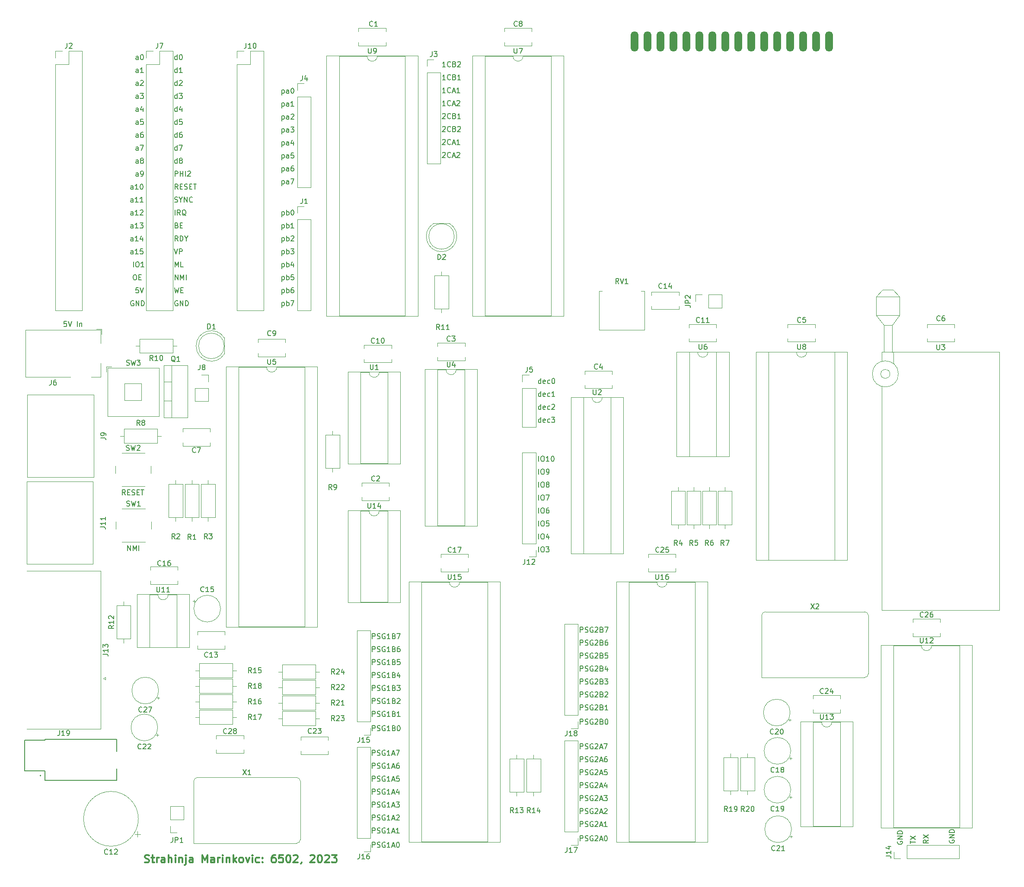
<source format=gbr>
%TF.GenerationSoftware,KiCad,Pcbnew,7.0.2*%
%TF.CreationDate,2023-08-11T11:39:39-05:00*%
%TF.ProjectId,6502v2.0,36353032-7632-42e3-902e-6b696361645f,rev?*%
%TF.SameCoordinates,Original*%
%TF.FileFunction,Legend,Top*%
%TF.FilePolarity,Positive*%
%FSLAX46Y46*%
G04 Gerber Fmt 4.6, Leading zero omitted, Abs format (unit mm)*
G04 Created by KiCad (PCBNEW 7.0.2) date 2023-08-11 11:39:39*
%MOMM*%
%LPD*%
G01*
G04 APERTURE LIST*
%ADD10C,0.150000*%
%ADD11C,0.300000*%
%ADD12C,0.120000*%
%ADD13C,0.100000*%
%ADD14C,0.127000*%
%ADD15C,0.200000*%
%ADD16O,1.501140X4.000500*%
G04 APERTURE END LIST*
D10*
X229049238Y-196596095D02*
X229001619Y-196691333D01*
X229001619Y-196691333D02*
X229001619Y-196834190D01*
X229001619Y-196834190D02*
X229049238Y-196977047D01*
X229049238Y-196977047D02*
X229144476Y-197072285D01*
X229144476Y-197072285D02*
X229239714Y-197119904D01*
X229239714Y-197119904D02*
X229430190Y-197167523D01*
X229430190Y-197167523D02*
X229573047Y-197167523D01*
X229573047Y-197167523D02*
X229763523Y-197119904D01*
X229763523Y-197119904D02*
X229858761Y-197072285D01*
X229858761Y-197072285D02*
X229954000Y-196977047D01*
X229954000Y-196977047D02*
X230001619Y-196834190D01*
X230001619Y-196834190D02*
X230001619Y-196738952D01*
X230001619Y-196738952D02*
X229954000Y-196596095D01*
X229954000Y-196596095D02*
X229906380Y-196548476D01*
X229906380Y-196548476D02*
X229573047Y-196548476D01*
X229573047Y-196548476D02*
X229573047Y-196738952D01*
X230001619Y-196119904D02*
X229001619Y-196119904D01*
X229001619Y-196119904D02*
X230001619Y-195548476D01*
X230001619Y-195548476D02*
X229001619Y-195548476D01*
X230001619Y-195072285D02*
X229001619Y-195072285D01*
X229001619Y-195072285D02*
X229001619Y-194834190D01*
X229001619Y-194834190D02*
X229049238Y-194691333D01*
X229049238Y-194691333D02*
X229144476Y-194596095D01*
X229144476Y-194596095D02*
X229239714Y-194548476D01*
X229239714Y-194548476D02*
X229430190Y-194500857D01*
X229430190Y-194500857D02*
X229573047Y-194500857D01*
X229573047Y-194500857D02*
X229763523Y-194548476D01*
X229763523Y-194548476D02*
X229858761Y-194596095D01*
X229858761Y-194596095D02*
X229954000Y-194691333D01*
X229954000Y-194691333D02*
X230001619Y-194834190D01*
X230001619Y-194834190D02*
X230001619Y-195072285D01*
X224921619Y-196548476D02*
X224445428Y-196881809D01*
X224921619Y-197119904D02*
X223921619Y-197119904D01*
X223921619Y-197119904D02*
X223921619Y-196738952D01*
X223921619Y-196738952D02*
X223969238Y-196643714D01*
X223969238Y-196643714D02*
X224016857Y-196596095D01*
X224016857Y-196596095D02*
X224112095Y-196548476D01*
X224112095Y-196548476D02*
X224254952Y-196548476D01*
X224254952Y-196548476D02*
X224350190Y-196596095D01*
X224350190Y-196596095D02*
X224397809Y-196643714D01*
X224397809Y-196643714D02*
X224445428Y-196738952D01*
X224445428Y-196738952D02*
X224445428Y-197119904D01*
X223921619Y-196215142D02*
X224921619Y-195548476D01*
X223921619Y-195548476D02*
X224921619Y-196215142D01*
X221381619Y-197262761D02*
X221381619Y-196691333D01*
X222381619Y-196977047D02*
X221381619Y-196977047D01*
X221381619Y-196453237D02*
X222381619Y-195786571D01*
X221381619Y-195786571D02*
X222381619Y-196453237D01*
X218889238Y-196850095D02*
X218841619Y-196945333D01*
X218841619Y-196945333D02*
X218841619Y-197088190D01*
X218841619Y-197088190D02*
X218889238Y-197231047D01*
X218889238Y-197231047D02*
X218984476Y-197326285D01*
X218984476Y-197326285D02*
X219079714Y-197373904D01*
X219079714Y-197373904D02*
X219270190Y-197421523D01*
X219270190Y-197421523D02*
X219413047Y-197421523D01*
X219413047Y-197421523D02*
X219603523Y-197373904D01*
X219603523Y-197373904D02*
X219698761Y-197326285D01*
X219698761Y-197326285D02*
X219794000Y-197231047D01*
X219794000Y-197231047D02*
X219841619Y-197088190D01*
X219841619Y-197088190D02*
X219841619Y-196992952D01*
X219841619Y-196992952D02*
X219794000Y-196850095D01*
X219794000Y-196850095D02*
X219746380Y-196802476D01*
X219746380Y-196802476D02*
X219413047Y-196802476D01*
X219413047Y-196802476D02*
X219413047Y-196992952D01*
X219841619Y-196373904D02*
X218841619Y-196373904D01*
X218841619Y-196373904D02*
X219841619Y-195802476D01*
X219841619Y-195802476D02*
X218841619Y-195802476D01*
X219841619Y-195326285D02*
X218841619Y-195326285D01*
X218841619Y-195326285D02*
X218841619Y-195088190D01*
X218841619Y-195088190D02*
X218889238Y-194945333D01*
X218889238Y-194945333D02*
X218984476Y-194850095D01*
X218984476Y-194850095D02*
X219079714Y-194802476D01*
X219079714Y-194802476D02*
X219270190Y-194754857D01*
X219270190Y-194754857D02*
X219413047Y-194754857D01*
X219413047Y-194754857D02*
X219603523Y-194802476D01*
X219603523Y-194802476D02*
X219698761Y-194850095D01*
X219698761Y-194850095D02*
X219794000Y-194945333D01*
X219794000Y-194945333D02*
X219841619Y-195088190D01*
X219841619Y-195088190D02*
X219841619Y-195326285D01*
X148574095Y-137545619D02*
X148574095Y-136545619D01*
X149240761Y-136545619D02*
X149431237Y-136545619D01*
X149431237Y-136545619D02*
X149526475Y-136593238D01*
X149526475Y-136593238D02*
X149621713Y-136688476D01*
X149621713Y-136688476D02*
X149669332Y-136878952D01*
X149669332Y-136878952D02*
X149669332Y-137212285D01*
X149669332Y-137212285D02*
X149621713Y-137402761D01*
X149621713Y-137402761D02*
X149526475Y-137498000D01*
X149526475Y-137498000D02*
X149431237Y-137545619D01*
X149431237Y-137545619D02*
X149240761Y-137545619D01*
X149240761Y-137545619D02*
X149145523Y-137498000D01*
X149145523Y-137498000D02*
X149050285Y-137402761D01*
X149050285Y-137402761D02*
X149002666Y-137212285D01*
X149002666Y-137212285D02*
X149002666Y-136878952D01*
X149002666Y-136878952D02*
X149050285Y-136688476D01*
X149050285Y-136688476D02*
X149145523Y-136593238D01*
X149145523Y-136593238D02*
X149240761Y-136545619D01*
X150526475Y-136878952D02*
X150526475Y-137545619D01*
X150288380Y-136498000D02*
X150050285Y-137212285D01*
X150050285Y-137212285D02*
X150669332Y-137212285D01*
X77755666Y-63885619D02*
X77755666Y-62885619D01*
X77755666Y-63838000D02*
X77660428Y-63885619D01*
X77660428Y-63885619D02*
X77469952Y-63885619D01*
X77469952Y-63885619D02*
X77374714Y-63838000D01*
X77374714Y-63838000D02*
X77327095Y-63790380D01*
X77327095Y-63790380D02*
X77279476Y-63695142D01*
X77279476Y-63695142D02*
X77279476Y-63409428D01*
X77279476Y-63409428D02*
X77327095Y-63314190D01*
X77327095Y-63314190D02*
X77374714Y-63266571D01*
X77374714Y-63266571D02*
X77469952Y-63218952D01*
X77469952Y-63218952D02*
X77660428Y-63218952D01*
X77660428Y-63218952D02*
X77755666Y-63266571D01*
X78374714Y-63314190D02*
X78279476Y-63266571D01*
X78279476Y-63266571D02*
X78231857Y-63218952D01*
X78231857Y-63218952D02*
X78184238Y-63123714D01*
X78184238Y-63123714D02*
X78184238Y-63076095D01*
X78184238Y-63076095D02*
X78231857Y-62980857D01*
X78231857Y-62980857D02*
X78279476Y-62933238D01*
X78279476Y-62933238D02*
X78374714Y-62885619D01*
X78374714Y-62885619D02*
X78565190Y-62885619D01*
X78565190Y-62885619D02*
X78660428Y-62933238D01*
X78660428Y-62933238D02*
X78708047Y-62980857D01*
X78708047Y-62980857D02*
X78755666Y-63076095D01*
X78755666Y-63076095D02*
X78755666Y-63123714D01*
X78755666Y-63123714D02*
X78708047Y-63218952D01*
X78708047Y-63218952D02*
X78660428Y-63266571D01*
X78660428Y-63266571D02*
X78565190Y-63314190D01*
X78565190Y-63314190D02*
X78374714Y-63314190D01*
X78374714Y-63314190D02*
X78279476Y-63361809D01*
X78279476Y-63361809D02*
X78231857Y-63409428D01*
X78231857Y-63409428D02*
X78184238Y-63504666D01*
X78184238Y-63504666D02*
X78184238Y-63695142D01*
X78184238Y-63695142D02*
X78231857Y-63790380D01*
X78231857Y-63790380D02*
X78279476Y-63838000D01*
X78279476Y-63838000D02*
X78374714Y-63885619D01*
X78374714Y-63885619D02*
X78565190Y-63885619D01*
X78565190Y-63885619D02*
X78660428Y-63838000D01*
X78660428Y-63838000D02*
X78708047Y-63790380D01*
X78708047Y-63790380D02*
X78755666Y-63695142D01*
X78755666Y-63695142D02*
X78755666Y-63504666D01*
X78755666Y-63504666D02*
X78708047Y-63409428D01*
X78708047Y-63409428D02*
X78660428Y-63361809D01*
X78660428Y-63361809D02*
X78565190Y-63314190D01*
X149002666Y-112145619D02*
X149002666Y-111145619D01*
X149002666Y-112098000D02*
X148907428Y-112145619D01*
X148907428Y-112145619D02*
X148716952Y-112145619D01*
X148716952Y-112145619D02*
X148621714Y-112098000D01*
X148621714Y-112098000D02*
X148574095Y-112050380D01*
X148574095Y-112050380D02*
X148526476Y-111955142D01*
X148526476Y-111955142D02*
X148526476Y-111669428D01*
X148526476Y-111669428D02*
X148574095Y-111574190D01*
X148574095Y-111574190D02*
X148621714Y-111526571D01*
X148621714Y-111526571D02*
X148716952Y-111478952D01*
X148716952Y-111478952D02*
X148907428Y-111478952D01*
X148907428Y-111478952D02*
X149002666Y-111526571D01*
X149859809Y-112098000D02*
X149764571Y-112145619D01*
X149764571Y-112145619D02*
X149574095Y-112145619D01*
X149574095Y-112145619D02*
X149478857Y-112098000D01*
X149478857Y-112098000D02*
X149431238Y-112002761D01*
X149431238Y-112002761D02*
X149431238Y-111621809D01*
X149431238Y-111621809D02*
X149478857Y-111526571D01*
X149478857Y-111526571D02*
X149574095Y-111478952D01*
X149574095Y-111478952D02*
X149764571Y-111478952D01*
X149764571Y-111478952D02*
X149859809Y-111526571D01*
X149859809Y-111526571D02*
X149907428Y-111621809D01*
X149907428Y-111621809D02*
X149907428Y-111717047D01*
X149907428Y-111717047D02*
X149431238Y-111812285D01*
X150764571Y-112098000D02*
X150669333Y-112145619D01*
X150669333Y-112145619D02*
X150478857Y-112145619D01*
X150478857Y-112145619D02*
X150383619Y-112098000D01*
X150383619Y-112098000D02*
X150336000Y-112050380D01*
X150336000Y-112050380D02*
X150288381Y-111955142D01*
X150288381Y-111955142D02*
X150288381Y-111669428D01*
X150288381Y-111669428D02*
X150336000Y-111574190D01*
X150336000Y-111574190D02*
X150383619Y-111526571D01*
X150383619Y-111526571D02*
X150478857Y-111478952D01*
X150478857Y-111478952D02*
X150669333Y-111478952D01*
X150669333Y-111478952D02*
X150764571Y-111526571D01*
X151145524Y-111240857D02*
X151193143Y-111193238D01*
X151193143Y-111193238D02*
X151288381Y-111145619D01*
X151288381Y-111145619D02*
X151526476Y-111145619D01*
X151526476Y-111145619D02*
X151621714Y-111193238D01*
X151621714Y-111193238D02*
X151669333Y-111240857D01*
X151669333Y-111240857D02*
X151716952Y-111336095D01*
X151716952Y-111336095D02*
X151716952Y-111431333D01*
X151716952Y-111431333D02*
X151669333Y-111574190D01*
X151669333Y-111574190D02*
X151097905Y-112145619D01*
X151097905Y-112145619D02*
X151716952Y-112145619D01*
X148574095Y-122305619D02*
X148574095Y-121305619D01*
X149240761Y-121305619D02*
X149431237Y-121305619D01*
X149431237Y-121305619D02*
X149526475Y-121353238D01*
X149526475Y-121353238D02*
X149621713Y-121448476D01*
X149621713Y-121448476D02*
X149669332Y-121638952D01*
X149669332Y-121638952D02*
X149669332Y-121972285D01*
X149669332Y-121972285D02*
X149621713Y-122162761D01*
X149621713Y-122162761D02*
X149526475Y-122258000D01*
X149526475Y-122258000D02*
X149431237Y-122305619D01*
X149431237Y-122305619D02*
X149240761Y-122305619D01*
X149240761Y-122305619D02*
X149145523Y-122258000D01*
X149145523Y-122258000D02*
X149050285Y-122162761D01*
X149050285Y-122162761D02*
X149002666Y-121972285D01*
X149002666Y-121972285D02*
X149002666Y-121638952D01*
X149002666Y-121638952D02*
X149050285Y-121448476D01*
X149050285Y-121448476D02*
X149145523Y-121353238D01*
X149145523Y-121353238D02*
X149240761Y-121305619D01*
X150621713Y-122305619D02*
X150050285Y-122305619D01*
X150335999Y-122305619D02*
X150335999Y-121305619D01*
X150335999Y-121305619D02*
X150240761Y-121448476D01*
X150240761Y-121448476D02*
X150145523Y-121543714D01*
X150145523Y-121543714D02*
X150050285Y-121591333D01*
X151240761Y-121305619D02*
X151335999Y-121305619D01*
X151335999Y-121305619D02*
X151431237Y-121353238D01*
X151431237Y-121353238D02*
X151478856Y-121400857D01*
X151478856Y-121400857D02*
X151526475Y-121496095D01*
X151526475Y-121496095D02*
X151574094Y-121686571D01*
X151574094Y-121686571D02*
X151574094Y-121924666D01*
X151574094Y-121924666D02*
X151526475Y-122115142D01*
X151526475Y-122115142D02*
X151478856Y-122210380D01*
X151478856Y-122210380D02*
X151431237Y-122258000D01*
X151431237Y-122258000D02*
X151335999Y-122305619D01*
X151335999Y-122305619D02*
X151240761Y-122305619D01*
X151240761Y-122305619D02*
X151145523Y-122258000D01*
X151145523Y-122258000D02*
X151097904Y-122210380D01*
X151097904Y-122210380D02*
X151050285Y-122115142D01*
X151050285Y-122115142D02*
X151002666Y-121924666D01*
X151002666Y-121924666D02*
X151002666Y-121686571D01*
X151002666Y-121686571D02*
X151050285Y-121496095D01*
X151050285Y-121496095D02*
X151097904Y-121400857D01*
X151097904Y-121400857D02*
X151145523Y-121353238D01*
X151145523Y-121353238D02*
X151240761Y-121305619D01*
X115985895Y-187583619D02*
X115985895Y-186583619D01*
X115985895Y-186583619D02*
X116366847Y-186583619D01*
X116366847Y-186583619D02*
X116462085Y-186631238D01*
X116462085Y-186631238D02*
X116509704Y-186678857D01*
X116509704Y-186678857D02*
X116557323Y-186774095D01*
X116557323Y-186774095D02*
X116557323Y-186916952D01*
X116557323Y-186916952D02*
X116509704Y-187012190D01*
X116509704Y-187012190D02*
X116462085Y-187059809D01*
X116462085Y-187059809D02*
X116366847Y-187107428D01*
X116366847Y-187107428D02*
X115985895Y-187107428D01*
X116938276Y-187536000D02*
X117081133Y-187583619D01*
X117081133Y-187583619D02*
X117319228Y-187583619D01*
X117319228Y-187583619D02*
X117414466Y-187536000D01*
X117414466Y-187536000D02*
X117462085Y-187488380D01*
X117462085Y-187488380D02*
X117509704Y-187393142D01*
X117509704Y-187393142D02*
X117509704Y-187297904D01*
X117509704Y-187297904D02*
X117462085Y-187202666D01*
X117462085Y-187202666D02*
X117414466Y-187155047D01*
X117414466Y-187155047D02*
X117319228Y-187107428D01*
X117319228Y-187107428D02*
X117128752Y-187059809D01*
X117128752Y-187059809D02*
X117033514Y-187012190D01*
X117033514Y-187012190D02*
X116985895Y-186964571D01*
X116985895Y-186964571D02*
X116938276Y-186869333D01*
X116938276Y-186869333D02*
X116938276Y-186774095D01*
X116938276Y-186774095D02*
X116985895Y-186678857D01*
X116985895Y-186678857D02*
X117033514Y-186631238D01*
X117033514Y-186631238D02*
X117128752Y-186583619D01*
X117128752Y-186583619D02*
X117366847Y-186583619D01*
X117366847Y-186583619D02*
X117509704Y-186631238D01*
X118462085Y-186631238D02*
X118366847Y-186583619D01*
X118366847Y-186583619D02*
X118223990Y-186583619D01*
X118223990Y-186583619D02*
X118081133Y-186631238D01*
X118081133Y-186631238D02*
X117985895Y-186726476D01*
X117985895Y-186726476D02*
X117938276Y-186821714D01*
X117938276Y-186821714D02*
X117890657Y-187012190D01*
X117890657Y-187012190D02*
X117890657Y-187155047D01*
X117890657Y-187155047D02*
X117938276Y-187345523D01*
X117938276Y-187345523D02*
X117985895Y-187440761D01*
X117985895Y-187440761D02*
X118081133Y-187536000D01*
X118081133Y-187536000D02*
X118223990Y-187583619D01*
X118223990Y-187583619D02*
X118319228Y-187583619D01*
X118319228Y-187583619D02*
X118462085Y-187536000D01*
X118462085Y-187536000D02*
X118509704Y-187488380D01*
X118509704Y-187488380D02*
X118509704Y-187155047D01*
X118509704Y-187155047D02*
X118319228Y-187155047D01*
X119462085Y-187583619D02*
X118890657Y-187583619D01*
X119176371Y-187583619D02*
X119176371Y-186583619D01*
X119176371Y-186583619D02*
X119081133Y-186726476D01*
X119081133Y-186726476D02*
X118985895Y-186821714D01*
X118985895Y-186821714D02*
X118890657Y-186869333D01*
X119843038Y-187297904D02*
X120319228Y-187297904D01*
X119747800Y-187583619D02*
X120081133Y-186583619D01*
X120081133Y-186583619D02*
X120414466Y-187583619D01*
X121176371Y-186916952D02*
X121176371Y-187583619D01*
X120938276Y-186536000D02*
X120700181Y-187250285D01*
X120700181Y-187250285D02*
X121319228Y-187250285D01*
X156702095Y-165993619D02*
X156702095Y-164993619D01*
X156702095Y-164993619D02*
X157083047Y-164993619D01*
X157083047Y-164993619D02*
X157178285Y-165041238D01*
X157178285Y-165041238D02*
X157225904Y-165088857D01*
X157225904Y-165088857D02*
X157273523Y-165184095D01*
X157273523Y-165184095D02*
X157273523Y-165326952D01*
X157273523Y-165326952D02*
X157225904Y-165422190D01*
X157225904Y-165422190D02*
X157178285Y-165469809D01*
X157178285Y-165469809D02*
X157083047Y-165517428D01*
X157083047Y-165517428D02*
X156702095Y-165517428D01*
X157654476Y-165946000D02*
X157797333Y-165993619D01*
X157797333Y-165993619D02*
X158035428Y-165993619D01*
X158035428Y-165993619D02*
X158130666Y-165946000D01*
X158130666Y-165946000D02*
X158178285Y-165898380D01*
X158178285Y-165898380D02*
X158225904Y-165803142D01*
X158225904Y-165803142D02*
X158225904Y-165707904D01*
X158225904Y-165707904D02*
X158178285Y-165612666D01*
X158178285Y-165612666D02*
X158130666Y-165565047D01*
X158130666Y-165565047D02*
X158035428Y-165517428D01*
X158035428Y-165517428D02*
X157844952Y-165469809D01*
X157844952Y-165469809D02*
X157749714Y-165422190D01*
X157749714Y-165422190D02*
X157702095Y-165374571D01*
X157702095Y-165374571D02*
X157654476Y-165279333D01*
X157654476Y-165279333D02*
X157654476Y-165184095D01*
X157654476Y-165184095D02*
X157702095Y-165088857D01*
X157702095Y-165088857D02*
X157749714Y-165041238D01*
X157749714Y-165041238D02*
X157844952Y-164993619D01*
X157844952Y-164993619D02*
X158083047Y-164993619D01*
X158083047Y-164993619D02*
X158225904Y-165041238D01*
X159178285Y-165041238D02*
X159083047Y-164993619D01*
X159083047Y-164993619D02*
X158940190Y-164993619D01*
X158940190Y-164993619D02*
X158797333Y-165041238D01*
X158797333Y-165041238D02*
X158702095Y-165136476D01*
X158702095Y-165136476D02*
X158654476Y-165231714D01*
X158654476Y-165231714D02*
X158606857Y-165422190D01*
X158606857Y-165422190D02*
X158606857Y-165565047D01*
X158606857Y-165565047D02*
X158654476Y-165755523D01*
X158654476Y-165755523D02*
X158702095Y-165850761D01*
X158702095Y-165850761D02*
X158797333Y-165946000D01*
X158797333Y-165946000D02*
X158940190Y-165993619D01*
X158940190Y-165993619D02*
X159035428Y-165993619D01*
X159035428Y-165993619D02*
X159178285Y-165946000D01*
X159178285Y-165946000D02*
X159225904Y-165898380D01*
X159225904Y-165898380D02*
X159225904Y-165565047D01*
X159225904Y-165565047D02*
X159035428Y-165565047D01*
X159606857Y-165088857D02*
X159654476Y-165041238D01*
X159654476Y-165041238D02*
X159749714Y-164993619D01*
X159749714Y-164993619D02*
X159987809Y-164993619D01*
X159987809Y-164993619D02*
X160083047Y-165041238D01*
X160083047Y-165041238D02*
X160130666Y-165088857D01*
X160130666Y-165088857D02*
X160178285Y-165184095D01*
X160178285Y-165184095D02*
X160178285Y-165279333D01*
X160178285Y-165279333D02*
X160130666Y-165422190D01*
X160130666Y-165422190D02*
X159559238Y-165993619D01*
X159559238Y-165993619D02*
X160178285Y-165993619D01*
X160940190Y-165469809D02*
X161083047Y-165517428D01*
X161083047Y-165517428D02*
X161130666Y-165565047D01*
X161130666Y-165565047D02*
X161178285Y-165660285D01*
X161178285Y-165660285D02*
X161178285Y-165803142D01*
X161178285Y-165803142D02*
X161130666Y-165898380D01*
X161130666Y-165898380D02*
X161083047Y-165946000D01*
X161083047Y-165946000D02*
X160987809Y-165993619D01*
X160987809Y-165993619D02*
X160606857Y-165993619D01*
X160606857Y-165993619D02*
X160606857Y-164993619D01*
X160606857Y-164993619D02*
X160940190Y-164993619D01*
X160940190Y-164993619D02*
X161035428Y-165041238D01*
X161035428Y-165041238D02*
X161083047Y-165088857D01*
X161083047Y-165088857D02*
X161130666Y-165184095D01*
X161130666Y-165184095D02*
X161130666Y-165279333D01*
X161130666Y-165279333D02*
X161083047Y-165374571D01*
X161083047Y-165374571D02*
X161035428Y-165422190D01*
X161035428Y-165422190D02*
X160940190Y-165469809D01*
X160940190Y-165469809D02*
X160606857Y-165469809D01*
X161511619Y-164993619D02*
X162130666Y-164993619D01*
X162130666Y-164993619D02*
X161797333Y-165374571D01*
X161797333Y-165374571D02*
X161940190Y-165374571D01*
X161940190Y-165374571D02*
X162035428Y-165422190D01*
X162035428Y-165422190D02*
X162083047Y-165469809D01*
X162083047Y-165469809D02*
X162130666Y-165565047D01*
X162130666Y-165565047D02*
X162130666Y-165803142D01*
X162130666Y-165803142D02*
X162083047Y-165898380D01*
X162083047Y-165898380D02*
X162035428Y-165946000D01*
X162035428Y-165946000D02*
X161940190Y-165993619D01*
X161940190Y-165993619D02*
X161654476Y-165993619D01*
X161654476Y-165993619D02*
X161559238Y-165946000D01*
X161559238Y-165946000D02*
X161511619Y-165898380D01*
X98282095Y-54567952D02*
X98282095Y-55567952D01*
X98282095Y-54615571D02*
X98377333Y-54567952D01*
X98377333Y-54567952D02*
X98567809Y-54567952D01*
X98567809Y-54567952D02*
X98663047Y-54615571D01*
X98663047Y-54615571D02*
X98710666Y-54663190D01*
X98710666Y-54663190D02*
X98758285Y-54758428D01*
X98758285Y-54758428D02*
X98758285Y-55044142D01*
X98758285Y-55044142D02*
X98710666Y-55139380D01*
X98710666Y-55139380D02*
X98663047Y-55187000D01*
X98663047Y-55187000D02*
X98567809Y-55234619D01*
X98567809Y-55234619D02*
X98377333Y-55234619D01*
X98377333Y-55234619D02*
X98282095Y-55187000D01*
X99615428Y-55234619D02*
X99615428Y-54710809D01*
X99615428Y-54710809D02*
X99567809Y-54615571D01*
X99567809Y-54615571D02*
X99472571Y-54567952D01*
X99472571Y-54567952D02*
X99282095Y-54567952D01*
X99282095Y-54567952D02*
X99186857Y-54615571D01*
X99615428Y-55187000D02*
X99520190Y-55234619D01*
X99520190Y-55234619D02*
X99282095Y-55234619D01*
X99282095Y-55234619D02*
X99186857Y-55187000D01*
X99186857Y-55187000D02*
X99139238Y-55091761D01*
X99139238Y-55091761D02*
X99139238Y-54996523D01*
X99139238Y-54996523D02*
X99186857Y-54901285D01*
X99186857Y-54901285D02*
X99282095Y-54853666D01*
X99282095Y-54853666D02*
X99520190Y-54853666D01*
X99520190Y-54853666D02*
X99615428Y-54806047D01*
X100044000Y-54329857D02*
X100091619Y-54282238D01*
X100091619Y-54282238D02*
X100186857Y-54234619D01*
X100186857Y-54234619D02*
X100424952Y-54234619D01*
X100424952Y-54234619D02*
X100520190Y-54282238D01*
X100520190Y-54282238D02*
X100567809Y-54329857D01*
X100567809Y-54329857D02*
X100615428Y-54425095D01*
X100615428Y-54425095D02*
X100615428Y-54520333D01*
X100615428Y-54520333D02*
X100567809Y-54663190D01*
X100567809Y-54663190D02*
X99996381Y-55234619D01*
X99996381Y-55234619D02*
X100615428Y-55234619D01*
X98282095Y-62187952D02*
X98282095Y-63187952D01*
X98282095Y-62235571D02*
X98377333Y-62187952D01*
X98377333Y-62187952D02*
X98567809Y-62187952D01*
X98567809Y-62187952D02*
X98663047Y-62235571D01*
X98663047Y-62235571D02*
X98710666Y-62283190D01*
X98710666Y-62283190D02*
X98758285Y-62378428D01*
X98758285Y-62378428D02*
X98758285Y-62664142D01*
X98758285Y-62664142D02*
X98710666Y-62759380D01*
X98710666Y-62759380D02*
X98663047Y-62807000D01*
X98663047Y-62807000D02*
X98567809Y-62854619D01*
X98567809Y-62854619D02*
X98377333Y-62854619D01*
X98377333Y-62854619D02*
X98282095Y-62807000D01*
X99615428Y-62854619D02*
X99615428Y-62330809D01*
X99615428Y-62330809D02*
X99567809Y-62235571D01*
X99567809Y-62235571D02*
X99472571Y-62187952D01*
X99472571Y-62187952D02*
X99282095Y-62187952D01*
X99282095Y-62187952D02*
X99186857Y-62235571D01*
X99615428Y-62807000D02*
X99520190Y-62854619D01*
X99520190Y-62854619D02*
X99282095Y-62854619D01*
X99282095Y-62854619D02*
X99186857Y-62807000D01*
X99186857Y-62807000D02*
X99139238Y-62711761D01*
X99139238Y-62711761D02*
X99139238Y-62616523D01*
X99139238Y-62616523D02*
X99186857Y-62521285D01*
X99186857Y-62521285D02*
X99282095Y-62473666D01*
X99282095Y-62473666D02*
X99520190Y-62473666D01*
X99520190Y-62473666D02*
X99615428Y-62426047D01*
X100567809Y-61854619D02*
X100091619Y-61854619D01*
X100091619Y-61854619D02*
X100044000Y-62330809D01*
X100044000Y-62330809D02*
X100091619Y-62283190D01*
X100091619Y-62283190D02*
X100186857Y-62235571D01*
X100186857Y-62235571D02*
X100424952Y-62235571D01*
X100424952Y-62235571D02*
X100520190Y-62283190D01*
X100520190Y-62283190D02*
X100567809Y-62330809D01*
X100567809Y-62330809D02*
X100615428Y-62426047D01*
X100615428Y-62426047D02*
X100615428Y-62664142D01*
X100615428Y-62664142D02*
X100567809Y-62759380D01*
X100567809Y-62759380D02*
X100520190Y-62807000D01*
X100520190Y-62807000D02*
X100424952Y-62854619D01*
X100424952Y-62854619D02*
X100186857Y-62854619D01*
X100186857Y-62854619D02*
X100091619Y-62807000D01*
X100091619Y-62807000D02*
X100044000Y-62759380D01*
X156702095Y-178693619D02*
X156702095Y-177693619D01*
X156702095Y-177693619D02*
X157083047Y-177693619D01*
X157083047Y-177693619D02*
X157178285Y-177741238D01*
X157178285Y-177741238D02*
X157225904Y-177788857D01*
X157225904Y-177788857D02*
X157273523Y-177884095D01*
X157273523Y-177884095D02*
X157273523Y-178026952D01*
X157273523Y-178026952D02*
X157225904Y-178122190D01*
X157225904Y-178122190D02*
X157178285Y-178169809D01*
X157178285Y-178169809D02*
X157083047Y-178217428D01*
X157083047Y-178217428D02*
X156702095Y-178217428D01*
X157654476Y-178646000D02*
X157797333Y-178693619D01*
X157797333Y-178693619D02*
X158035428Y-178693619D01*
X158035428Y-178693619D02*
X158130666Y-178646000D01*
X158130666Y-178646000D02*
X158178285Y-178598380D01*
X158178285Y-178598380D02*
X158225904Y-178503142D01*
X158225904Y-178503142D02*
X158225904Y-178407904D01*
X158225904Y-178407904D02*
X158178285Y-178312666D01*
X158178285Y-178312666D02*
X158130666Y-178265047D01*
X158130666Y-178265047D02*
X158035428Y-178217428D01*
X158035428Y-178217428D02*
X157844952Y-178169809D01*
X157844952Y-178169809D02*
X157749714Y-178122190D01*
X157749714Y-178122190D02*
X157702095Y-178074571D01*
X157702095Y-178074571D02*
X157654476Y-177979333D01*
X157654476Y-177979333D02*
X157654476Y-177884095D01*
X157654476Y-177884095D02*
X157702095Y-177788857D01*
X157702095Y-177788857D02*
X157749714Y-177741238D01*
X157749714Y-177741238D02*
X157844952Y-177693619D01*
X157844952Y-177693619D02*
X158083047Y-177693619D01*
X158083047Y-177693619D02*
X158225904Y-177741238D01*
X159178285Y-177741238D02*
X159083047Y-177693619D01*
X159083047Y-177693619D02*
X158940190Y-177693619D01*
X158940190Y-177693619D02*
X158797333Y-177741238D01*
X158797333Y-177741238D02*
X158702095Y-177836476D01*
X158702095Y-177836476D02*
X158654476Y-177931714D01*
X158654476Y-177931714D02*
X158606857Y-178122190D01*
X158606857Y-178122190D02*
X158606857Y-178265047D01*
X158606857Y-178265047D02*
X158654476Y-178455523D01*
X158654476Y-178455523D02*
X158702095Y-178550761D01*
X158702095Y-178550761D02*
X158797333Y-178646000D01*
X158797333Y-178646000D02*
X158940190Y-178693619D01*
X158940190Y-178693619D02*
X159035428Y-178693619D01*
X159035428Y-178693619D02*
X159178285Y-178646000D01*
X159178285Y-178646000D02*
X159225904Y-178598380D01*
X159225904Y-178598380D02*
X159225904Y-178265047D01*
X159225904Y-178265047D02*
X159035428Y-178265047D01*
X159606857Y-177788857D02*
X159654476Y-177741238D01*
X159654476Y-177741238D02*
X159749714Y-177693619D01*
X159749714Y-177693619D02*
X159987809Y-177693619D01*
X159987809Y-177693619D02*
X160083047Y-177741238D01*
X160083047Y-177741238D02*
X160130666Y-177788857D01*
X160130666Y-177788857D02*
X160178285Y-177884095D01*
X160178285Y-177884095D02*
X160178285Y-177979333D01*
X160178285Y-177979333D02*
X160130666Y-178122190D01*
X160130666Y-178122190D02*
X159559238Y-178693619D01*
X159559238Y-178693619D02*
X160178285Y-178693619D01*
X160559238Y-178407904D02*
X161035428Y-178407904D01*
X160464000Y-178693619D02*
X160797333Y-177693619D01*
X160797333Y-177693619D02*
X161130666Y-178693619D01*
X161368762Y-177693619D02*
X162035428Y-177693619D01*
X162035428Y-177693619D02*
X161606857Y-178693619D01*
X98282095Y-83523952D02*
X98282095Y-84523952D01*
X98282095Y-83571571D02*
X98377333Y-83523952D01*
X98377333Y-83523952D02*
X98567809Y-83523952D01*
X98567809Y-83523952D02*
X98663047Y-83571571D01*
X98663047Y-83571571D02*
X98710666Y-83619190D01*
X98710666Y-83619190D02*
X98758285Y-83714428D01*
X98758285Y-83714428D02*
X98758285Y-84000142D01*
X98758285Y-84000142D02*
X98710666Y-84095380D01*
X98710666Y-84095380D02*
X98663047Y-84143000D01*
X98663047Y-84143000D02*
X98567809Y-84190619D01*
X98567809Y-84190619D02*
X98377333Y-84190619D01*
X98377333Y-84190619D02*
X98282095Y-84143000D01*
X99186857Y-84190619D02*
X99186857Y-83190619D01*
X99186857Y-83571571D02*
X99282095Y-83523952D01*
X99282095Y-83523952D02*
X99472571Y-83523952D01*
X99472571Y-83523952D02*
X99567809Y-83571571D01*
X99567809Y-83571571D02*
X99615428Y-83619190D01*
X99615428Y-83619190D02*
X99663047Y-83714428D01*
X99663047Y-83714428D02*
X99663047Y-84000142D01*
X99663047Y-84000142D02*
X99615428Y-84095380D01*
X99615428Y-84095380D02*
X99567809Y-84143000D01*
X99567809Y-84143000D02*
X99472571Y-84190619D01*
X99472571Y-84190619D02*
X99282095Y-84190619D01*
X99282095Y-84190619D02*
X99186857Y-84143000D01*
X100520190Y-83523952D02*
X100520190Y-84190619D01*
X100282095Y-83143000D02*
X100044000Y-83857285D01*
X100044000Y-83857285D02*
X100663047Y-83857285D01*
X70135666Y-53725619D02*
X70135666Y-53201809D01*
X70135666Y-53201809D02*
X70088047Y-53106571D01*
X70088047Y-53106571D02*
X69992809Y-53058952D01*
X69992809Y-53058952D02*
X69802333Y-53058952D01*
X69802333Y-53058952D02*
X69707095Y-53106571D01*
X70135666Y-53678000D02*
X70040428Y-53725619D01*
X70040428Y-53725619D02*
X69802333Y-53725619D01*
X69802333Y-53725619D02*
X69707095Y-53678000D01*
X69707095Y-53678000D02*
X69659476Y-53582761D01*
X69659476Y-53582761D02*
X69659476Y-53487523D01*
X69659476Y-53487523D02*
X69707095Y-53392285D01*
X69707095Y-53392285D02*
X69802333Y-53344666D01*
X69802333Y-53344666D02*
X70040428Y-53344666D01*
X70040428Y-53344666D02*
X70135666Y-53297047D01*
X71040428Y-53058952D02*
X71040428Y-53725619D01*
X70802333Y-52678000D02*
X70564238Y-53392285D01*
X70564238Y-53392285D02*
X71183285Y-53392285D01*
X156702095Y-173867619D02*
X156702095Y-172867619D01*
X156702095Y-172867619D02*
X157083047Y-172867619D01*
X157083047Y-172867619D02*
X157178285Y-172915238D01*
X157178285Y-172915238D02*
X157225904Y-172962857D01*
X157225904Y-172962857D02*
X157273523Y-173058095D01*
X157273523Y-173058095D02*
X157273523Y-173200952D01*
X157273523Y-173200952D02*
X157225904Y-173296190D01*
X157225904Y-173296190D02*
X157178285Y-173343809D01*
X157178285Y-173343809D02*
X157083047Y-173391428D01*
X157083047Y-173391428D02*
X156702095Y-173391428D01*
X157654476Y-173820000D02*
X157797333Y-173867619D01*
X157797333Y-173867619D02*
X158035428Y-173867619D01*
X158035428Y-173867619D02*
X158130666Y-173820000D01*
X158130666Y-173820000D02*
X158178285Y-173772380D01*
X158178285Y-173772380D02*
X158225904Y-173677142D01*
X158225904Y-173677142D02*
X158225904Y-173581904D01*
X158225904Y-173581904D02*
X158178285Y-173486666D01*
X158178285Y-173486666D02*
X158130666Y-173439047D01*
X158130666Y-173439047D02*
X158035428Y-173391428D01*
X158035428Y-173391428D02*
X157844952Y-173343809D01*
X157844952Y-173343809D02*
X157749714Y-173296190D01*
X157749714Y-173296190D02*
X157702095Y-173248571D01*
X157702095Y-173248571D02*
X157654476Y-173153333D01*
X157654476Y-173153333D02*
X157654476Y-173058095D01*
X157654476Y-173058095D02*
X157702095Y-172962857D01*
X157702095Y-172962857D02*
X157749714Y-172915238D01*
X157749714Y-172915238D02*
X157844952Y-172867619D01*
X157844952Y-172867619D02*
X158083047Y-172867619D01*
X158083047Y-172867619D02*
X158225904Y-172915238D01*
X159178285Y-172915238D02*
X159083047Y-172867619D01*
X159083047Y-172867619D02*
X158940190Y-172867619D01*
X158940190Y-172867619D02*
X158797333Y-172915238D01*
X158797333Y-172915238D02*
X158702095Y-173010476D01*
X158702095Y-173010476D02*
X158654476Y-173105714D01*
X158654476Y-173105714D02*
X158606857Y-173296190D01*
X158606857Y-173296190D02*
X158606857Y-173439047D01*
X158606857Y-173439047D02*
X158654476Y-173629523D01*
X158654476Y-173629523D02*
X158702095Y-173724761D01*
X158702095Y-173724761D02*
X158797333Y-173820000D01*
X158797333Y-173820000D02*
X158940190Y-173867619D01*
X158940190Y-173867619D02*
X159035428Y-173867619D01*
X159035428Y-173867619D02*
X159178285Y-173820000D01*
X159178285Y-173820000D02*
X159225904Y-173772380D01*
X159225904Y-173772380D02*
X159225904Y-173439047D01*
X159225904Y-173439047D02*
X159035428Y-173439047D01*
X159606857Y-172962857D02*
X159654476Y-172915238D01*
X159654476Y-172915238D02*
X159749714Y-172867619D01*
X159749714Y-172867619D02*
X159987809Y-172867619D01*
X159987809Y-172867619D02*
X160083047Y-172915238D01*
X160083047Y-172915238D02*
X160130666Y-172962857D01*
X160130666Y-172962857D02*
X160178285Y-173058095D01*
X160178285Y-173058095D02*
X160178285Y-173153333D01*
X160178285Y-173153333D02*
X160130666Y-173296190D01*
X160130666Y-173296190D02*
X159559238Y-173867619D01*
X159559238Y-173867619D02*
X160178285Y-173867619D01*
X160940190Y-173343809D02*
X161083047Y-173391428D01*
X161083047Y-173391428D02*
X161130666Y-173439047D01*
X161130666Y-173439047D02*
X161178285Y-173534285D01*
X161178285Y-173534285D02*
X161178285Y-173677142D01*
X161178285Y-173677142D02*
X161130666Y-173772380D01*
X161130666Y-173772380D02*
X161083047Y-173820000D01*
X161083047Y-173820000D02*
X160987809Y-173867619D01*
X160987809Y-173867619D02*
X160606857Y-173867619D01*
X160606857Y-173867619D02*
X160606857Y-172867619D01*
X160606857Y-172867619D02*
X160940190Y-172867619D01*
X160940190Y-172867619D02*
X161035428Y-172915238D01*
X161035428Y-172915238D02*
X161083047Y-172962857D01*
X161083047Y-172962857D02*
X161130666Y-173058095D01*
X161130666Y-173058095D02*
X161130666Y-173153333D01*
X161130666Y-173153333D02*
X161083047Y-173248571D01*
X161083047Y-173248571D02*
X161035428Y-173296190D01*
X161035428Y-173296190D02*
X160940190Y-173343809D01*
X160940190Y-173343809D02*
X160606857Y-173343809D01*
X161797333Y-172867619D02*
X161892571Y-172867619D01*
X161892571Y-172867619D02*
X161987809Y-172915238D01*
X161987809Y-172915238D02*
X162035428Y-172962857D01*
X162035428Y-172962857D02*
X162083047Y-173058095D01*
X162083047Y-173058095D02*
X162130666Y-173248571D01*
X162130666Y-173248571D02*
X162130666Y-173486666D01*
X162130666Y-173486666D02*
X162083047Y-173677142D01*
X162083047Y-173677142D02*
X162035428Y-173772380D01*
X162035428Y-173772380D02*
X161987809Y-173820000D01*
X161987809Y-173820000D02*
X161892571Y-173867619D01*
X161892571Y-173867619D02*
X161797333Y-173867619D01*
X161797333Y-173867619D02*
X161702095Y-173820000D01*
X161702095Y-173820000D02*
X161654476Y-173772380D01*
X161654476Y-173772380D02*
X161606857Y-173677142D01*
X161606857Y-173677142D02*
X161559238Y-173486666D01*
X161559238Y-173486666D02*
X161559238Y-173248571D01*
X161559238Y-173248571D02*
X161606857Y-173058095D01*
X161606857Y-173058095D02*
X161654476Y-172962857D01*
X161654476Y-172962857D02*
X161702095Y-172915238D01*
X161702095Y-172915238D02*
X161797333Y-172867619D01*
X115985895Y-179963619D02*
X115985895Y-178963619D01*
X115985895Y-178963619D02*
X116366847Y-178963619D01*
X116366847Y-178963619D02*
X116462085Y-179011238D01*
X116462085Y-179011238D02*
X116509704Y-179058857D01*
X116509704Y-179058857D02*
X116557323Y-179154095D01*
X116557323Y-179154095D02*
X116557323Y-179296952D01*
X116557323Y-179296952D02*
X116509704Y-179392190D01*
X116509704Y-179392190D02*
X116462085Y-179439809D01*
X116462085Y-179439809D02*
X116366847Y-179487428D01*
X116366847Y-179487428D02*
X115985895Y-179487428D01*
X116938276Y-179916000D02*
X117081133Y-179963619D01*
X117081133Y-179963619D02*
X117319228Y-179963619D01*
X117319228Y-179963619D02*
X117414466Y-179916000D01*
X117414466Y-179916000D02*
X117462085Y-179868380D01*
X117462085Y-179868380D02*
X117509704Y-179773142D01*
X117509704Y-179773142D02*
X117509704Y-179677904D01*
X117509704Y-179677904D02*
X117462085Y-179582666D01*
X117462085Y-179582666D02*
X117414466Y-179535047D01*
X117414466Y-179535047D02*
X117319228Y-179487428D01*
X117319228Y-179487428D02*
X117128752Y-179439809D01*
X117128752Y-179439809D02*
X117033514Y-179392190D01*
X117033514Y-179392190D02*
X116985895Y-179344571D01*
X116985895Y-179344571D02*
X116938276Y-179249333D01*
X116938276Y-179249333D02*
X116938276Y-179154095D01*
X116938276Y-179154095D02*
X116985895Y-179058857D01*
X116985895Y-179058857D02*
X117033514Y-179011238D01*
X117033514Y-179011238D02*
X117128752Y-178963619D01*
X117128752Y-178963619D02*
X117366847Y-178963619D01*
X117366847Y-178963619D02*
X117509704Y-179011238D01*
X118462085Y-179011238D02*
X118366847Y-178963619D01*
X118366847Y-178963619D02*
X118223990Y-178963619D01*
X118223990Y-178963619D02*
X118081133Y-179011238D01*
X118081133Y-179011238D02*
X117985895Y-179106476D01*
X117985895Y-179106476D02*
X117938276Y-179201714D01*
X117938276Y-179201714D02*
X117890657Y-179392190D01*
X117890657Y-179392190D02*
X117890657Y-179535047D01*
X117890657Y-179535047D02*
X117938276Y-179725523D01*
X117938276Y-179725523D02*
X117985895Y-179820761D01*
X117985895Y-179820761D02*
X118081133Y-179916000D01*
X118081133Y-179916000D02*
X118223990Y-179963619D01*
X118223990Y-179963619D02*
X118319228Y-179963619D01*
X118319228Y-179963619D02*
X118462085Y-179916000D01*
X118462085Y-179916000D02*
X118509704Y-179868380D01*
X118509704Y-179868380D02*
X118509704Y-179535047D01*
X118509704Y-179535047D02*
X118319228Y-179535047D01*
X119462085Y-179963619D02*
X118890657Y-179963619D01*
X119176371Y-179963619D02*
X119176371Y-178963619D01*
X119176371Y-178963619D02*
X119081133Y-179106476D01*
X119081133Y-179106476D02*
X118985895Y-179201714D01*
X118985895Y-179201714D02*
X118890657Y-179249333D01*
X119843038Y-179677904D02*
X120319228Y-179677904D01*
X119747800Y-179963619D02*
X120081133Y-178963619D01*
X120081133Y-178963619D02*
X120414466Y-179963619D01*
X120652562Y-178963619D02*
X121319228Y-178963619D01*
X121319228Y-178963619D02*
X120890657Y-179963619D01*
X148574095Y-124845619D02*
X148574095Y-123845619D01*
X149240761Y-123845619D02*
X149431237Y-123845619D01*
X149431237Y-123845619D02*
X149526475Y-123893238D01*
X149526475Y-123893238D02*
X149621713Y-123988476D01*
X149621713Y-123988476D02*
X149669332Y-124178952D01*
X149669332Y-124178952D02*
X149669332Y-124512285D01*
X149669332Y-124512285D02*
X149621713Y-124702761D01*
X149621713Y-124702761D02*
X149526475Y-124798000D01*
X149526475Y-124798000D02*
X149431237Y-124845619D01*
X149431237Y-124845619D02*
X149240761Y-124845619D01*
X149240761Y-124845619D02*
X149145523Y-124798000D01*
X149145523Y-124798000D02*
X149050285Y-124702761D01*
X149050285Y-124702761D02*
X149002666Y-124512285D01*
X149002666Y-124512285D02*
X149002666Y-124178952D01*
X149002666Y-124178952D02*
X149050285Y-123988476D01*
X149050285Y-123988476D02*
X149145523Y-123893238D01*
X149145523Y-123893238D02*
X149240761Y-123845619D01*
X150145523Y-124845619D02*
X150335999Y-124845619D01*
X150335999Y-124845619D02*
X150431237Y-124798000D01*
X150431237Y-124798000D02*
X150478856Y-124750380D01*
X150478856Y-124750380D02*
X150574094Y-124607523D01*
X150574094Y-124607523D02*
X150621713Y-124417047D01*
X150621713Y-124417047D02*
X150621713Y-124036095D01*
X150621713Y-124036095D02*
X150574094Y-123940857D01*
X150574094Y-123940857D02*
X150526475Y-123893238D01*
X150526475Y-123893238D02*
X150431237Y-123845619D01*
X150431237Y-123845619D02*
X150240761Y-123845619D01*
X150240761Y-123845619D02*
X150145523Y-123893238D01*
X150145523Y-123893238D02*
X150097904Y-123940857D01*
X150097904Y-123940857D02*
X150050285Y-124036095D01*
X150050285Y-124036095D02*
X150050285Y-124274190D01*
X150050285Y-124274190D02*
X150097904Y-124369428D01*
X150097904Y-124369428D02*
X150145523Y-124417047D01*
X150145523Y-124417047D02*
X150240761Y-124464666D01*
X150240761Y-124464666D02*
X150431237Y-124464666D01*
X150431237Y-124464666D02*
X150526475Y-124417047D01*
X150526475Y-124417047D02*
X150574094Y-124369428D01*
X150574094Y-124369428D02*
X150621713Y-124274190D01*
X156702095Y-181233619D02*
X156702095Y-180233619D01*
X156702095Y-180233619D02*
X157083047Y-180233619D01*
X157083047Y-180233619D02*
X157178285Y-180281238D01*
X157178285Y-180281238D02*
X157225904Y-180328857D01*
X157225904Y-180328857D02*
X157273523Y-180424095D01*
X157273523Y-180424095D02*
X157273523Y-180566952D01*
X157273523Y-180566952D02*
X157225904Y-180662190D01*
X157225904Y-180662190D02*
X157178285Y-180709809D01*
X157178285Y-180709809D02*
X157083047Y-180757428D01*
X157083047Y-180757428D02*
X156702095Y-180757428D01*
X157654476Y-181186000D02*
X157797333Y-181233619D01*
X157797333Y-181233619D02*
X158035428Y-181233619D01*
X158035428Y-181233619D02*
X158130666Y-181186000D01*
X158130666Y-181186000D02*
X158178285Y-181138380D01*
X158178285Y-181138380D02*
X158225904Y-181043142D01*
X158225904Y-181043142D02*
X158225904Y-180947904D01*
X158225904Y-180947904D02*
X158178285Y-180852666D01*
X158178285Y-180852666D02*
X158130666Y-180805047D01*
X158130666Y-180805047D02*
X158035428Y-180757428D01*
X158035428Y-180757428D02*
X157844952Y-180709809D01*
X157844952Y-180709809D02*
X157749714Y-180662190D01*
X157749714Y-180662190D02*
X157702095Y-180614571D01*
X157702095Y-180614571D02*
X157654476Y-180519333D01*
X157654476Y-180519333D02*
X157654476Y-180424095D01*
X157654476Y-180424095D02*
X157702095Y-180328857D01*
X157702095Y-180328857D02*
X157749714Y-180281238D01*
X157749714Y-180281238D02*
X157844952Y-180233619D01*
X157844952Y-180233619D02*
X158083047Y-180233619D01*
X158083047Y-180233619D02*
X158225904Y-180281238D01*
X159178285Y-180281238D02*
X159083047Y-180233619D01*
X159083047Y-180233619D02*
X158940190Y-180233619D01*
X158940190Y-180233619D02*
X158797333Y-180281238D01*
X158797333Y-180281238D02*
X158702095Y-180376476D01*
X158702095Y-180376476D02*
X158654476Y-180471714D01*
X158654476Y-180471714D02*
X158606857Y-180662190D01*
X158606857Y-180662190D02*
X158606857Y-180805047D01*
X158606857Y-180805047D02*
X158654476Y-180995523D01*
X158654476Y-180995523D02*
X158702095Y-181090761D01*
X158702095Y-181090761D02*
X158797333Y-181186000D01*
X158797333Y-181186000D02*
X158940190Y-181233619D01*
X158940190Y-181233619D02*
X159035428Y-181233619D01*
X159035428Y-181233619D02*
X159178285Y-181186000D01*
X159178285Y-181186000D02*
X159225904Y-181138380D01*
X159225904Y-181138380D02*
X159225904Y-180805047D01*
X159225904Y-180805047D02*
X159035428Y-180805047D01*
X159606857Y-180328857D02*
X159654476Y-180281238D01*
X159654476Y-180281238D02*
X159749714Y-180233619D01*
X159749714Y-180233619D02*
X159987809Y-180233619D01*
X159987809Y-180233619D02*
X160083047Y-180281238D01*
X160083047Y-180281238D02*
X160130666Y-180328857D01*
X160130666Y-180328857D02*
X160178285Y-180424095D01*
X160178285Y-180424095D02*
X160178285Y-180519333D01*
X160178285Y-180519333D02*
X160130666Y-180662190D01*
X160130666Y-180662190D02*
X159559238Y-181233619D01*
X159559238Y-181233619D02*
X160178285Y-181233619D01*
X160559238Y-180947904D02*
X161035428Y-180947904D01*
X160464000Y-181233619D02*
X160797333Y-180233619D01*
X160797333Y-180233619D02*
X161130666Y-181233619D01*
X161892571Y-180233619D02*
X161702095Y-180233619D01*
X161702095Y-180233619D02*
X161606857Y-180281238D01*
X161606857Y-180281238D02*
X161559238Y-180328857D01*
X161559238Y-180328857D02*
X161464000Y-180471714D01*
X161464000Y-180471714D02*
X161416381Y-180662190D01*
X161416381Y-180662190D02*
X161416381Y-181043142D01*
X161416381Y-181043142D02*
X161464000Y-181138380D01*
X161464000Y-181138380D02*
X161511619Y-181186000D01*
X161511619Y-181186000D02*
X161606857Y-181233619D01*
X161606857Y-181233619D02*
X161797333Y-181233619D01*
X161797333Y-181233619D02*
X161892571Y-181186000D01*
X161892571Y-181186000D02*
X161940190Y-181138380D01*
X161940190Y-181138380D02*
X161987809Y-181043142D01*
X161987809Y-181043142D02*
X161987809Y-180805047D01*
X161987809Y-180805047D02*
X161940190Y-180709809D01*
X161940190Y-180709809D02*
X161892571Y-180662190D01*
X161892571Y-180662190D02*
X161797333Y-180614571D01*
X161797333Y-180614571D02*
X161606857Y-180614571D01*
X161606857Y-180614571D02*
X161511619Y-180662190D01*
X161511619Y-180662190D02*
X161464000Y-180709809D01*
X161464000Y-180709809D02*
X161416381Y-180805047D01*
X156702095Y-193933619D02*
X156702095Y-192933619D01*
X156702095Y-192933619D02*
X157083047Y-192933619D01*
X157083047Y-192933619D02*
X157178285Y-192981238D01*
X157178285Y-192981238D02*
X157225904Y-193028857D01*
X157225904Y-193028857D02*
X157273523Y-193124095D01*
X157273523Y-193124095D02*
X157273523Y-193266952D01*
X157273523Y-193266952D02*
X157225904Y-193362190D01*
X157225904Y-193362190D02*
X157178285Y-193409809D01*
X157178285Y-193409809D02*
X157083047Y-193457428D01*
X157083047Y-193457428D02*
X156702095Y-193457428D01*
X157654476Y-193886000D02*
X157797333Y-193933619D01*
X157797333Y-193933619D02*
X158035428Y-193933619D01*
X158035428Y-193933619D02*
X158130666Y-193886000D01*
X158130666Y-193886000D02*
X158178285Y-193838380D01*
X158178285Y-193838380D02*
X158225904Y-193743142D01*
X158225904Y-193743142D02*
X158225904Y-193647904D01*
X158225904Y-193647904D02*
X158178285Y-193552666D01*
X158178285Y-193552666D02*
X158130666Y-193505047D01*
X158130666Y-193505047D02*
X158035428Y-193457428D01*
X158035428Y-193457428D02*
X157844952Y-193409809D01*
X157844952Y-193409809D02*
X157749714Y-193362190D01*
X157749714Y-193362190D02*
X157702095Y-193314571D01*
X157702095Y-193314571D02*
X157654476Y-193219333D01*
X157654476Y-193219333D02*
X157654476Y-193124095D01*
X157654476Y-193124095D02*
X157702095Y-193028857D01*
X157702095Y-193028857D02*
X157749714Y-192981238D01*
X157749714Y-192981238D02*
X157844952Y-192933619D01*
X157844952Y-192933619D02*
X158083047Y-192933619D01*
X158083047Y-192933619D02*
X158225904Y-192981238D01*
X159178285Y-192981238D02*
X159083047Y-192933619D01*
X159083047Y-192933619D02*
X158940190Y-192933619D01*
X158940190Y-192933619D02*
X158797333Y-192981238D01*
X158797333Y-192981238D02*
X158702095Y-193076476D01*
X158702095Y-193076476D02*
X158654476Y-193171714D01*
X158654476Y-193171714D02*
X158606857Y-193362190D01*
X158606857Y-193362190D02*
X158606857Y-193505047D01*
X158606857Y-193505047D02*
X158654476Y-193695523D01*
X158654476Y-193695523D02*
X158702095Y-193790761D01*
X158702095Y-193790761D02*
X158797333Y-193886000D01*
X158797333Y-193886000D02*
X158940190Y-193933619D01*
X158940190Y-193933619D02*
X159035428Y-193933619D01*
X159035428Y-193933619D02*
X159178285Y-193886000D01*
X159178285Y-193886000D02*
X159225904Y-193838380D01*
X159225904Y-193838380D02*
X159225904Y-193505047D01*
X159225904Y-193505047D02*
X159035428Y-193505047D01*
X159606857Y-193028857D02*
X159654476Y-192981238D01*
X159654476Y-192981238D02*
X159749714Y-192933619D01*
X159749714Y-192933619D02*
X159987809Y-192933619D01*
X159987809Y-192933619D02*
X160083047Y-192981238D01*
X160083047Y-192981238D02*
X160130666Y-193028857D01*
X160130666Y-193028857D02*
X160178285Y-193124095D01*
X160178285Y-193124095D02*
X160178285Y-193219333D01*
X160178285Y-193219333D02*
X160130666Y-193362190D01*
X160130666Y-193362190D02*
X159559238Y-193933619D01*
X159559238Y-193933619D02*
X160178285Y-193933619D01*
X160559238Y-193647904D02*
X161035428Y-193647904D01*
X160464000Y-193933619D02*
X160797333Y-192933619D01*
X160797333Y-192933619D02*
X161130666Y-193933619D01*
X161987809Y-193933619D02*
X161416381Y-193933619D01*
X161702095Y-193933619D02*
X161702095Y-192933619D01*
X161702095Y-192933619D02*
X161606857Y-193076476D01*
X161606857Y-193076476D02*
X161511619Y-193171714D01*
X161511619Y-193171714D02*
X161416381Y-193219333D01*
X77755666Y-53725619D02*
X77755666Y-52725619D01*
X77755666Y-53678000D02*
X77660428Y-53725619D01*
X77660428Y-53725619D02*
X77469952Y-53725619D01*
X77469952Y-53725619D02*
X77374714Y-53678000D01*
X77374714Y-53678000D02*
X77327095Y-53630380D01*
X77327095Y-53630380D02*
X77279476Y-53535142D01*
X77279476Y-53535142D02*
X77279476Y-53249428D01*
X77279476Y-53249428D02*
X77327095Y-53154190D01*
X77327095Y-53154190D02*
X77374714Y-53106571D01*
X77374714Y-53106571D02*
X77469952Y-53058952D01*
X77469952Y-53058952D02*
X77660428Y-53058952D01*
X77660428Y-53058952D02*
X77755666Y-53106571D01*
X78660428Y-53058952D02*
X78660428Y-53725619D01*
X78422333Y-52678000D02*
X78184238Y-53392285D01*
X78184238Y-53392285D02*
X78803285Y-53392285D01*
X156702095Y-158373619D02*
X156702095Y-157373619D01*
X156702095Y-157373619D02*
X157083047Y-157373619D01*
X157083047Y-157373619D02*
X157178285Y-157421238D01*
X157178285Y-157421238D02*
X157225904Y-157468857D01*
X157225904Y-157468857D02*
X157273523Y-157564095D01*
X157273523Y-157564095D02*
X157273523Y-157706952D01*
X157273523Y-157706952D02*
X157225904Y-157802190D01*
X157225904Y-157802190D02*
X157178285Y-157849809D01*
X157178285Y-157849809D02*
X157083047Y-157897428D01*
X157083047Y-157897428D02*
X156702095Y-157897428D01*
X157654476Y-158326000D02*
X157797333Y-158373619D01*
X157797333Y-158373619D02*
X158035428Y-158373619D01*
X158035428Y-158373619D02*
X158130666Y-158326000D01*
X158130666Y-158326000D02*
X158178285Y-158278380D01*
X158178285Y-158278380D02*
X158225904Y-158183142D01*
X158225904Y-158183142D02*
X158225904Y-158087904D01*
X158225904Y-158087904D02*
X158178285Y-157992666D01*
X158178285Y-157992666D02*
X158130666Y-157945047D01*
X158130666Y-157945047D02*
X158035428Y-157897428D01*
X158035428Y-157897428D02*
X157844952Y-157849809D01*
X157844952Y-157849809D02*
X157749714Y-157802190D01*
X157749714Y-157802190D02*
X157702095Y-157754571D01*
X157702095Y-157754571D02*
X157654476Y-157659333D01*
X157654476Y-157659333D02*
X157654476Y-157564095D01*
X157654476Y-157564095D02*
X157702095Y-157468857D01*
X157702095Y-157468857D02*
X157749714Y-157421238D01*
X157749714Y-157421238D02*
X157844952Y-157373619D01*
X157844952Y-157373619D02*
X158083047Y-157373619D01*
X158083047Y-157373619D02*
X158225904Y-157421238D01*
X159178285Y-157421238D02*
X159083047Y-157373619D01*
X159083047Y-157373619D02*
X158940190Y-157373619D01*
X158940190Y-157373619D02*
X158797333Y-157421238D01*
X158797333Y-157421238D02*
X158702095Y-157516476D01*
X158702095Y-157516476D02*
X158654476Y-157611714D01*
X158654476Y-157611714D02*
X158606857Y-157802190D01*
X158606857Y-157802190D02*
X158606857Y-157945047D01*
X158606857Y-157945047D02*
X158654476Y-158135523D01*
X158654476Y-158135523D02*
X158702095Y-158230761D01*
X158702095Y-158230761D02*
X158797333Y-158326000D01*
X158797333Y-158326000D02*
X158940190Y-158373619D01*
X158940190Y-158373619D02*
X159035428Y-158373619D01*
X159035428Y-158373619D02*
X159178285Y-158326000D01*
X159178285Y-158326000D02*
X159225904Y-158278380D01*
X159225904Y-158278380D02*
X159225904Y-157945047D01*
X159225904Y-157945047D02*
X159035428Y-157945047D01*
X159606857Y-157468857D02*
X159654476Y-157421238D01*
X159654476Y-157421238D02*
X159749714Y-157373619D01*
X159749714Y-157373619D02*
X159987809Y-157373619D01*
X159987809Y-157373619D02*
X160083047Y-157421238D01*
X160083047Y-157421238D02*
X160130666Y-157468857D01*
X160130666Y-157468857D02*
X160178285Y-157564095D01*
X160178285Y-157564095D02*
X160178285Y-157659333D01*
X160178285Y-157659333D02*
X160130666Y-157802190D01*
X160130666Y-157802190D02*
X159559238Y-158373619D01*
X159559238Y-158373619D02*
X160178285Y-158373619D01*
X160940190Y-157849809D02*
X161083047Y-157897428D01*
X161083047Y-157897428D02*
X161130666Y-157945047D01*
X161130666Y-157945047D02*
X161178285Y-158040285D01*
X161178285Y-158040285D02*
X161178285Y-158183142D01*
X161178285Y-158183142D02*
X161130666Y-158278380D01*
X161130666Y-158278380D02*
X161083047Y-158326000D01*
X161083047Y-158326000D02*
X160987809Y-158373619D01*
X160987809Y-158373619D02*
X160606857Y-158373619D01*
X160606857Y-158373619D02*
X160606857Y-157373619D01*
X160606857Y-157373619D02*
X160940190Y-157373619D01*
X160940190Y-157373619D02*
X161035428Y-157421238D01*
X161035428Y-157421238D02*
X161083047Y-157468857D01*
X161083047Y-157468857D02*
X161130666Y-157564095D01*
X161130666Y-157564095D02*
X161130666Y-157659333D01*
X161130666Y-157659333D02*
X161083047Y-157754571D01*
X161083047Y-157754571D02*
X161035428Y-157802190D01*
X161035428Y-157802190D02*
X160940190Y-157849809D01*
X160940190Y-157849809D02*
X160606857Y-157849809D01*
X162035428Y-157373619D02*
X161844952Y-157373619D01*
X161844952Y-157373619D02*
X161749714Y-157421238D01*
X161749714Y-157421238D02*
X161702095Y-157468857D01*
X161702095Y-157468857D02*
X161606857Y-157611714D01*
X161606857Y-157611714D02*
X161559238Y-157802190D01*
X161559238Y-157802190D02*
X161559238Y-158183142D01*
X161559238Y-158183142D02*
X161606857Y-158278380D01*
X161606857Y-158278380D02*
X161654476Y-158326000D01*
X161654476Y-158326000D02*
X161749714Y-158373619D01*
X161749714Y-158373619D02*
X161940190Y-158373619D01*
X161940190Y-158373619D02*
X162035428Y-158326000D01*
X162035428Y-158326000D02*
X162083047Y-158278380D01*
X162083047Y-158278380D02*
X162130666Y-158183142D01*
X162130666Y-158183142D02*
X162130666Y-157945047D01*
X162130666Y-157945047D02*
X162083047Y-157849809D01*
X162083047Y-157849809D02*
X162035428Y-157802190D01*
X162035428Y-157802190D02*
X161940190Y-157754571D01*
X161940190Y-157754571D02*
X161749714Y-157754571D01*
X161749714Y-157754571D02*
X161654476Y-157802190D01*
X161654476Y-157802190D02*
X161606857Y-157849809D01*
X161606857Y-157849809D02*
X161559238Y-157945047D01*
X115985895Y-182503619D02*
X115985895Y-181503619D01*
X115985895Y-181503619D02*
X116366847Y-181503619D01*
X116366847Y-181503619D02*
X116462085Y-181551238D01*
X116462085Y-181551238D02*
X116509704Y-181598857D01*
X116509704Y-181598857D02*
X116557323Y-181694095D01*
X116557323Y-181694095D02*
X116557323Y-181836952D01*
X116557323Y-181836952D02*
X116509704Y-181932190D01*
X116509704Y-181932190D02*
X116462085Y-181979809D01*
X116462085Y-181979809D02*
X116366847Y-182027428D01*
X116366847Y-182027428D02*
X115985895Y-182027428D01*
X116938276Y-182456000D02*
X117081133Y-182503619D01*
X117081133Y-182503619D02*
X117319228Y-182503619D01*
X117319228Y-182503619D02*
X117414466Y-182456000D01*
X117414466Y-182456000D02*
X117462085Y-182408380D01*
X117462085Y-182408380D02*
X117509704Y-182313142D01*
X117509704Y-182313142D02*
X117509704Y-182217904D01*
X117509704Y-182217904D02*
X117462085Y-182122666D01*
X117462085Y-182122666D02*
X117414466Y-182075047D01*
X117414466Y-182075047D02*
X117319228Y-182027428D01*
X117319228Y-182027428D02*
X117128752Y-181979809D01*
X117128752Y-181979809D02*
X117033514Y-181932190D01*
X117033514Y-181932190D02*
X116985895Y-181884571D01*
X116985895Y-181884571D02*
X116938276Y-181789333D01*
X116938276Y-181789333D02*
X116938276Y-181694095D01*
X116938276Y-181694095D02*
X116985895Y-181598857D01*
X116985895Y-181598857D02*
X117033514Y-181551238D01*
X117033514Y-181551238D02*
X117128752Y-181503619D01*
X117128752Y-181503619D02*
X117366847Y-181503619D01*
X117366847Y-181503619D02*
X117509704Y-181551238D01*
X118462085Y-181551238D02*
X118366847Y-181503619D01*
X118366847Y-181503619D02*
X118223990Y-181503619D01*
X118223990Y-181503619D02*
X118081133Y-181551238D01*
X118081133Y-181551238D02*
X117985895Y-181646476D01*
X117985895Y-181646476D02*
X117938276Y-181741714D01*
X117938276Y-181741714D02*
X117890657Y-181932190D01*
X117890657Y-181932190D02*
X117890657Y-182075047D01*
X117890657Y-182075047D02*
X117938276Y-182265523D01*
X117938276Y-182265523D02*
X117985895Y-182360761D01*
X117985895Y-182360761D02*
X118081133Y-182456000D01*
X118081133Y-182456000D02*
X118223990Y-182503619D01*
X118223990Y-182503619D02*
X118319228Y-182503619D01*
X118319228Y-182503619D02*
X118462085Y-182456000D01*
X118462085Y-182456000D02*
X118509704Y-182408380D01*
X118509704Y-182408380D02*
X118509704Y-182075047D01*
X118509704Y-182075047D02*
X118319228Y-182075047D01*
X119462085Y-182503619D02*
X118890657Y-182503619D01*
X119176371Y-182503619D02*
X119176371Y-181503619D01*
X119176371Y-181503619D02*
X119081133Y-181646476D01*
X119081133Y-181646476D02*
X118985895Y-181741714D01*
X118985895Y-181741714D02*
X118890657Y-181789333D01*
X119843038Y-182217904D02*
X120319228Y-182217904D01*
X119747800Y-182503619D02*
X120081133Y-181503619D01*
X120081133Y-181503619D02*
X120414466Y-182503619D01*
X121176371Y-181503619D02*
X120985895Y-181503619D01*
X120985895Y-181503619D02*
X120890657Y-181551238D01*
X120890657Y-181551238D02*
X120843038Y-181598857D01*
X120843038Y-181598857D02*
X120747800Y-181741714D01*
X120747800Y-181741714D02*
X120700181Y-181932190D01*
X120700181Y-181932190D02*
X120700181Y-182313142D01*
X120700181Y-182313142D02*
X120747800Y-182408380D01*
X120747800Y-182408380D02*
X120795419Y-182456000D01*
X120795419Y-182456000D02*
X120890657Y-182503619D01*
X120890657Y-182503619D02*
X121081133Y-182503619D01*
X121081133Y-182503619D02*
X121176371Y-182456000D01*
X121176371Y-182456000D02*
X121223990Y-182408380D01*
X121223990Y-182408380D02*
X121271609Y-182313142D01*
X121271609Y-182313142D02*
X121271609Y-182075047D01*
X121271609Y-182075047D02*
X121223990Y-181979809D01*
X121223990Y-181979809D02*
X121176371Y-181932190D01*
X121176371Y-181932190D02*
X121081133Y-181884571D01*
X121081133Y-181884571D02*
X120890657Y-181884571D01*
X120890657Y-181884571D02*
X120795419Y-181932190D01*
X120795419Y-181932190D02*
X120747800Y-181979809D01*
X120747800Y-181979809D02*
X120700181Y-182075047D01*
X98282095Y-91143952D02*
X98282095Y-92143952D01*
X98282095Y-91191571D02*
X98377333Y-91143952D01*
X98377333Y-91143952D02*
X98567809Y-91143952D01*
X98567809Y-91143952D02*
X98663047Y-91191571D01*
X98663047Y-91191571D02*
X98710666Y-91239190D01*
X98710666Y-91239190D02*
X98758285Y-91334428D01*
X98758285Y-91334428D02*
X98758285Y-91620142D01*
X98758285Y-91620142D02*
X98710666Y-91715380D01*
X98710666Y-91715380D02*
X98663047Y-91763000D01*
X98663047Y-91763000D02*
X98567809Y-91810619D01*
X98567809Y-91810619D02*
X98377333Y-91810619D01*
X98377333Y-91810619D02*
X98282095Y-91763000D01*
X99186857Y-91810619D02*
X99186857Y-90810619D01*
X99186857Y-91191571D02*
X99282095Y-91143952D01*
X99282095Y-91143952D02*
X99472571Y-91143952D01*
X99472571Y-91143952D02*
X99567809Y-91191571D01*
X99567809Y-91191571D02*
X99615428Y-91239190D01*
X99615428Y-91239190D02*
X99663047Y-91334428D01*
X99663047Y-91334428D02*
X99663047Y-91620142D01*
X99663047Y-91620142D02*
X99615428Y-91715380D01*
X99615428Y-91715380D02*
X99567809Y-91763000D01*
X99567809Y-91763000D02*
X99472571Y-91810619D01*
X99472571Y-91810619D02*
X99282095Y-91810619D01*
X99282095Y-91810619D02*
X99186857Y-91763000D01*
X99996381Y-90810619D02*
X100663047Y-90810619D01*
X100663047Y-90810619D02*
X100234476Y-91810619D01*
X77850904Y-90873238D02*
X77755666Y-90825619D01*
X77755666Y-90825619D02*
X77612809Y-90825619D01*
X77612809Y-90825619D02*
X77469952Y-90873238D01*
X77469952Y-90873238D02*
X77374714Y-90968476D01*
X77374714Y-90968476D02*
X77327095Y-91063714D01*
X77327095Y-91063714D02*
X77279476Y-91254190D01*
X77279476Y-91254190D02*
X77279476Y-91397047D01*
X77279476Y-91397047D02*
X77327095Y-91587523D01*
X77327095Y-91587523D02*
X77374714Y-91682761D01*
X77374714Y-91682761D02*
X77469952Y-91778000D01*
X77469952Y-91778000D02*
X77612809Y-91825619D01*
X77612809Y-91825619D02*
X77708047Y-91825619D01*
X77708047Y-91825619D02*
X77850904Y-91778000D01*
X77850904Y-91778000D02*
X77898523Y-91730380D01*
X77898523Y-91730380D02*
X77898523Y-91397047D01*
X77898523Y-91397047D02*
X77708047Y-91397047D01*
X78327095Y-91825619D02*
X78327095Y-90825619D01*
X78327095Y-90825619D02*
X78898523Y-91825619D01*
X78898523Y-91825619D02*
X78898523Y-90825619D01*
X79374714Y-91825619D02*
X79374714Y-90825619D01*
X79374714Y-90825619D02*
X79612809Y-90825619D01*
X79612809Y-90825619D02*
X79755666Y-90873238D01*
X79755666Y-90873238D02*
X79850904Y-90968476D01*
X79850904Y-90968476D02*
X79898523Y-91063714D01*
X79898523Y-91063714D02*
X79946142Y-91254190D01*
X79946142Y-91254190D02*
X79946142Y-91397047D01*
X79946142Y-91397047D02*
X79898523Y-91587523D01*
X79898523Y-91587523D02*
X79850904Y-91682761D01*
X79850904Y-91682761D02*
X79755666Y-91778000D01*
X79755666Y-91778000D02*
X79612809Y-91825619D01*
X79612809Y-91825619D02*
X79374714Y-91825619D01*
X156702095Y-191393619D02*
X156702095Y-190393619D01*
X156702095Y-190393619D02*
X157083047Y-190393619D01*
X157083047Y-190393619D02*
X157178285Y-190441238D01*
X157178285Y-190441238D02*
X157225904Y-190488857D01*
X157225904Y-190488857D02*
X157273523Y-190584095D01*
X157273523Y-190584095D02*
X157273523Y-190726952D01*
X157273523Y-190726952D02*
X157225904Y-190822190D01*
X157225904Y-190822190D02*
X157178285Y-190869809D01*
X157178285Y-190869809D02*
X157083047Y-190917428D01*
X157083047Y-190917428D02*
X156702095Y-190917428D01*
X157654476Y-191346000D02*
X157797333Y-191393619D01*
X157797333Y-191393619D02*
X158035428Y-191393619D01*
X158035428Y-191393619D02*
X158130666Y-191346000D01*
X158130666Y-191346000D02*
X158178285Y-191298380D01*
X158178285Y-191298380D02*
X158225904Y-191203142D01*
X158225904Y-191203142D02*
X158225904Y-191107904D01*
X158225904Y-191107904D02*
X158178285Y-191012666D01*
X158178285Y-191012666D02*
X158130666Y-190965047D01*
X158130666Y-190965047D02*
X158035428Y-190917428D01*
X158035428Y-190917428D02*
X157844952Y-190869809D01*
X157844952Y-190869809D02*
X157749714Y-190822190D01*
X157749714Y-190822190D02*
X157702095Y-190774571D01*
X157702095Y-190774571D02*
X157654476Y-190679333D01*
X157654476Y-190679333D02*
X157654476Y-190584095D01*
X157654476Y-190584095D02*
X157702095Y-190488857D01*
X157702095Y-190488857D02*
X157749714Y-190441238D01*
X157749714Y-190441238D02*
X157844952Y-190393619D01*
X157844952Y-190393619D02*
X158083047Y-190393619D01*
X158083047Y-190393619D02*
X158225904Y-190441238D01*
X159178285Y-190441238D02*
X159083047Y-190393619D01*
X159083047Y-190393619D02*
X158940190Y-190393619D01*
X158940190Y-190393619D02*
X158797333Y-190441238D01*
X158797333Y-190441238D02*
X158702095Y-190536476D01*
X158702095Y-190536476D02*
X158654476Y-190631714D01*
X158654476Y-190631714D02*
X158606857Y-190822190D01*
X158606857Y-190822190D02*
X158606857Y-190965047D01*
X158606857Y-190965047D02*
X158654476Y-191155523D01*
X158654476Y-191155523D02*
X158702095Y-191250761D01*
X158702095Y-191250761D02*
X158797333Y-191346000D01*
X158797333Y-191346000D02*
X158940190Y-191393619D01*
X158940190Y-191393619D02*
X159035428Y-191393619D01*
X159035428Y-191393619D02*
X159178285Y-191346000D01*
X159178285Y-191346000D02*
X159225904Y-191298380D01*
X159225904Y-191298380D02*
X159225904Y-190965047D01*
X159225904Y-190965047D02*
X159035428Y-190965047D01*
X159606857Y-190488857D02*
X159654476Y-190441238D01*
X159654476Y-190441238D02*
X159749714Y-190393619D01*
X159749714Y-190393619D02*
X159987809Y-190393619D01*
X159987809Y-190393619D02*
X160083047Y-190441238D01*
X160083047Y-190441238D02*
X160130666Y-190488857D01*
X160130666Y-190488857D02*
X160178285Y-190584095D01*
X160178285Y-190584095D02*
X160178285Y-190679333D01*
X160178285Y-190679333D02*
X160130666Y-190822190D01*
X160130666Y-190822190D02*
X159559238Y-191393619D01*
X159559238Y-191393619D02*
X160178285Y-191393619D01*
X160559238Y-191107904D02*
X161035428Y-191107904D01*
X160464000Y-191393619D02*
X160797333Y-190393619D01*
X160797333Y-190393619D02*
X161130666Y-191393619D01*
X161416381Y-190488857D02*
X161464000Y-190441238D01*
X161464000Y-190441238D02*
X161559238Y-190393619D01*
X161559238Y-190393619D02*
X161797333Y-190393619D01*
X161797333Y-190393619D02*
X161892571Y-190441238D01*
X161892571Y-190441238D02*
X161940190Y-190488857D01*
X161940190Y-190488857D02*
X161987809Y-190584095D01*
X161987809Y-190584095D02*
X161987809Y-190679333D01*
X161987809Y-190679333D02*
X161940190Y-190822190D01*
X161940190Y-190822190D02*
X161368762Y-191393619D01*
X161368762Y-191393619D02*
X161987809Y-191393619D01*
X149002666Y-109605619D02*
X149002666Y-108605619D01*
X149002666Y-109558000D02*
X148907428Y-109605619D01*
X148907428Y-109605619D02*
X148716952Y-109605619D01*
X148716952Y-109605619D02*
X148621714Y-109558000D01*
X148621714Y-109558000D02*
X148574095Y-109510380D01*
X148574095Y-109510380D02*
X148526476Y-109415142D01*
X148526476Y-109415142D02*
X148526476Y-109129428D01*
X148526476Y-109129428D02*
X148574095Y-109034190D01*
X148574095Y-109034190D02*
X148621714Y-108986571D01*
X148621714Y-108986571D02*
X148716952Y-108938952D01*
X148716952Y-108938952D02*
X148907428Y-108938952D01*
X148907428Y-108938952D02*
X149002666Y-108986571D01*
X149859809Y-109558000D02*
X149764571Y-109605619D01*
X149764571Y-109605619D02*
X149574095Y-109605619D01*
X149574095Y-109605619D02*
X149478857Y-109558000D01*
X149478857Y-109558000D02*
X149431238Y-109462761D01*
X149431238Y-109462761D02*
X149431238Y-109081809D01*
X149431238Y-109081809D02*
X149478857Y-108986571D01*
X149478857Y-108986571D02*
X149574095Y-108938952D01*
X149574095Y-108938952D02*
X149764571Y-108938952D01*
X149764571Y-108938952D02*
X149859809Y-108986571D01*
X149859809Y-108986571D02*
X149907428Y-109081809D01*
X149907428Y-109081809D02*
X149907428Y-109177047D01*
X149907428Y-109177047D02*
X149431238Y-109272285D01*
X150764571Y-109558000D02*
X150669333Y-109605619D01*
X150669333Y-109605619D02*
X150478857Y-109605619D01*
X150478857Y-109605619D02*
X150383619Y-109558000D01*
X150383619Y-109558000D02*
X150336000Y-109510380D01*
X150336000Y-109510380D02*
X150288381Y-109415142D01*
X150288381Y-109415142D02*
X150288381Y-109129428D01*
X150288381Y-109129428D02*
X150336000Y-109034190D01*
X150336000Y-109034190D02*
X150383619Y-108986571D01*
X150383619Y-108986571D02*
X150478857Y-108938952D01*
X150478857Y-108938952D02*
X150669333Y-108938952D01*
X150669333Y-108938952D02*
X150764571Y-108986571D01*
X151716952Y-109605619D02*
X151145524Y-109605619D01*
X151431238Y-109605619D02*
X151431238Y-108605619D01*
X151431238Y-108605619D02*
X151336000Y-108748476D01*
X151336000Y-108748476D02*
X151240762Y-108843714D01*
X151240762Y-108843714D02*
X151145524Y-108891333D01*
X156702095Y-160913619D02*
X156702095Y-159913619D01*
X156702095Y-159913619D02*
X157083047Y-159913619D01*
X157083047Y-159913619D02*
X157178285Y-159961238D01*
X157178285Y-159961238D02*
X157225904Y-160008857D01*
X157225904Y-160008857D02*
X157273523Y-160104095D01*
X157273523Y-160104095D02*
X157273523Y-160246952D01*
X157273523Y-160246952D02*
X157225904Y-160342190D01*
X157225904Y-160342190D02*
X157178285Y-160389809D01*
X157178285Y-160389809D02*
X157083047Y-160437428D01*
X157083047Y-160437428D02*
X156702095Y-160437428D01*
X157654476Y-160866000D02*
X157797333Y-160913619D01*
X157797333Y-160913619D02*
X158035428Y-160913619D01*
X158035428Y-160913619D02*
X158130666Y-160866000D01*
X158130666Y-160866000D02*
X158178285Y-160818380D01*
X158178285Y-160818380D02*
X158225904Y-160723142D01*
X158225904Y-160723142D02*
X158225904Y-160627904D01*
X158225904Y-160627904D02*
X158178285Y-160532666D01*
X158178285Y-160532666D02*
X158130666Y-160485047D01*
X158130666Y-160485047D02*
X158035428Y-160437428D01*
X158035428Y-160437428D02*
X157844952Y-160389809D01*
X157844952Y-160389809D02*
X157749714Y-160342190D01*
X157749714Y-160342190D02*
X157702095Y-160294571D01*
X157702095Y-160294571D02*
X157654476Y-160199333D01*
X157654476Y-160199333D02*
X157654476Y-160104095D01*
X157654476Y-160104095D02*
X157702095Y-160008857D01*
X157702095Y-160008857D02*
X157749714Y-159961238D01*
X157749714Y-159961238D02*
X157844952Y-159913619D01*
X157844952Y-159913619D02*
X158083047Y-159913619D01*
X158083047Y-159913619D02*
X158225904Y-159961238D01*
X159178285Y-159961238D02*
X159083047Y-159913619D01*
X159083047Y-159913619D02*
X158940190Y-159913619D01*
X158940190Y-159913619D02*
X158797333Y-159961238D01*
X158797333Y-159961238D02*
X158702095Y-160056476D01*
X158702095Y-160056476D02*
X158654476Y-160151714D01*
X158654476Y-160151714D02*
X158606857Y-160342190D01*
X158606857Y-160342190D02*
X158606857Y-160485047D01*
X158606857Y-160485047D02*
X158654476Y-160675523D01*
X158654476Y-160675523D02*
X158702095Y-160770761D01*
X158702095Y-160770761D02*
X158797333Y-160866000D01*
X158797333Y-160866000D02*
X158940190Y-160913619D01*
X158940190Y-160913619D02*
X159035428Y-160913619D01*
X159035428Y-160913619D02*
X159178285Y-160866000D01*
X159178285Y-160866000D02*
X159225904Y-160818380D01*
X159225904Y-160818380D02*
X159225904Y-160485047D01*
X159225904Y-160485047D02*
X159035428Y-160485047D01*
X159606857Y-160008857D02*
X159654476Y-159961238D01*
X159654476Y-159961238D02*
X159749714Y-159913619D01*
X159749714Y-159913619D02*
X159987809Y-159913619D01*
X159987809Y-159913619D02*
X160083047Y-159961238D01*
X160083047Y-159961238D02*
X160130666Y-160008857D01*
X160130666Y-160008857D02*
X160178285Y-160104095D01*
X160178285Y-160104095D02*
X160178285Y-160199333D01*
X160178285Y-160199333D02*
X160130666Y-160342190D01*
X160130666Y-160342190D02*
X159559238Y-160913619D01*
X159559238Y-160913619D02*
X160178285Y-160913619D01*
X160940190Y-160389809D02*
X161083047Y-160437428D01*
X161083047Y-160437428D02*
X161130666Y-160485047D01*
X161130666Y-160485047D02*
X161178285Y-160580285D01*
X161178285Y-160580285D02*
X161178285Y-160723142D01*
X161178285Y-160723142D02*
X161130666Y-160818380D01*
X161130666Y-160818380D02*
X161083047Y-160866000D01*
X161083047Y-160866000D02*
X160987809Y-160913619D01*
X160987809Y-160913619D02*
X160606857Y-160913619D01*
X160606857Y-160913619D02*
X160606857Y-159913619D01*
X160606857Y-159913619D02*
X160940190Y-159913619D01*
X160940190Y-159913619D02*
X161035428Y-159961238D01*
X161035428Y-159961238D02*
X161083047Y-160008857D01*
X161083047Y-160008857D02*
X161130666Y-160104095D01*
X161130666Y-160104095D02*
X161130666Y-160199333D01*
X161130666Y-160199333D02*
X161083047Y-160294571D01*
X161083047Y-160294571D02*
X161035428Y-160342190D01*
X161035428Y-160342190D02*
X160940190Y-160389809D01*
X160940190Y-160389809D02*
X160606857Y-160389809D01*
X162083047Y-159913619D02*
X161606857Y-159913619D01*
X161606857Y-159913619D02*
X161559238Y-160389809D01*
X161559238Y-160389809D02*
X161606857Y-160342190D01*
X161606857Y-160342190D02*
X161702095Y-160294571D01*
X161702095Y-160294571D02*
X161940190Y-160294571D01*
X161940190Y-160294571D02*
X162035428Y-160342190D01*
X162035428Y-160342190D02*
X162083047Y-160389809D01*
X162083047Y-160389809D02*
X162130666Y-160485047D01*
X162130666Y-160485047D02*
X162130666Y-160723142D01*
X162130666Y-160723142D02*
X162083047Y-160818380D01*
X162083047Y-160818380D02*
X162035428Y-160866000D01*
X162035428Y-160866000D02*
X161940190Y-160913619D01*
X161940190Y-160913619D02*
X161702095Y-160913619D01*
X161702095Y-160913619D02*
X161606857Y-160866000D01*
X161606857Y-160866000D02*
X161559238Y-160818380D01*
X77231857Y-88285619D02*
X77469952Y-89285619D01*
X77469952Y-89285619D02*
X77660428Y-88571333D01*
X77660428Y-88571333D02*
X77850904Y-89285619D01*
X77850904Y-89285619D02*
X78089000Y-88285619D01*
X78469952Y-88761809D02*
X78803285Y-88761809D01*
X78946142Y-89285619D02*
X78469952Y-89285619D01*
X78469952Y-89285619D02*
X78469952Y-88285619D01*
X78469952Y-88285619D02*
X78946142Y-88285619D01*
X77755666Y-58805619D02*
X77755666Y-57805619D01*
X77755666Y-58758000D02*
X77660428Y-58805619D01*
X77660428Y-58805619D02*
X77469952Y-58805619D01*
X77469952Y-58805619D02*
X77374714Y-58758000D01*
X77374714Y-58758000D02*
X77327095Y-58710380D01*
X77327095Y-58710380D02*
X77279476Y-58615142D01*
X77279476Y-58615142D02*
X77279476Y-58329428D01*
X77279476Y-58329428D02*
X77327095Y-58234190D01*
X77327095Y-58234190D02*
X77374714Y-58186571D01*
X77374714Y-58186571D02*
X77469952Y-58138952D01*
X77469952Y-58138952D02*
X77660428Y-58138952D01*
X77660428Y-58138952D02*
X77755666Y-58186571D01*
X78660428Y-57805619D02*
X78469952Y-57805619D01*
X78469952Y-57805619D02*
X78374714Y-57853238D01*
X78374714Y-57853238D02*
X78327095Y-57900857D01*
X78327095Y-57900857D02*
X78231857Y-58043714D01*
X78231857Y-58043714D02*
X78184238Y-58234190D01*
X78184238Y-58234190D02*
X78184238Y-58615142D01*
X78184238Y-58615142D02*
X78231857Y-58710380D01*
X78231857Y-58710380D02*
X78279476Y-58758000D01*
X78279476Y-58758000D02*
X78374714Y-58805619D01*
X78374714Y-58805619D02*
X78565190Y-58805619D01*
X78565190Y-58805619D02*
X78660428Y-58758000D01*
X78660428Y-58758000D02*
X78708047Y-58710380D01*
X78708047Y-58710380D02*
X78755666Y-58615142D01*
X78755666Y-58615142D02*
X78755666Y-58377047D01*
X78755666Y-58377047D02*
X78708047Y-58281809D01*
X78708047Y-58281809D02*
X78660428Y-58234190D01*
X78660428Y-58234190D02*
X78565190Y-58186571D01*
X78565190Y-58186571D02*
X78374714Y-58186571D01*
X78374714Y-58186571D02*
X78279476Y-58234190D01*
X78279476Y-58234190D02*
X78231857Y-58281809D01*
X78231857Y-58281809D02*
X78184238Y-58377047D01*
X98282095Y-64727952D02*
X98282095Y-65727952D01*
X98282095Y-64775571D02*
X98377333Y-64727952D01*
X98377333Y-64727952D02*
X98567809Y-64727952D01*
X98567809Y-64727952D02*
X98663047Y-64775571D01*
X98663047Y-64775571D02*
X98710666Y-64823190D01*
X98710666Y-64823190D02*
X98758285Y-64918428D01*
X98758285Y-64918428D02*
X98758285Y-65204142D01*
X98758285Y-65204142D02*
X98710666Y-65299380D01*
X98710666Y-65299380D02*
X98663047Y-65347000D01*
X98663047Y-65347000D02*
X98567809Y-65394619D01*
X98567809Y-65394619D02*
X98377333Y-65394619D01*
X98377333Y-65394619D02*
X98282095Y-65347000D01*
X99615428Y-65394619D02*
X99615428Y-64870809D01*
X99615428Y-64870809D02*
X99567809Y-64775571D01*
X99567809Y-64775571D02*
X99472571Y-64727952D01*
X99472571Y-64727952D02*
X99282095Y-64727952D01*
X99282095Y-64727952D02*
X99186857Y-64775571D01*
X99615428Y-65347000D02*
X99520190Y-65394619D01*
X99520190Y-65394619D02*
X99282095Y-65394619D01*
X99282095Y-65394619D02*
X99186857Y-65347000D01*
X99186857Y-65347000D02*
X99139238Y-65251761D01*
X99139238Y-65251761D02*
X99139238Y-65156523D01*
X99139238Y-65156523D02*
X99186857Y-65061285D01*
X99186857Y-65061285D02*
X99282095Y-65013666D01*
X99282095Y-65013666D02*
X99520190Y-65013666D01*
X99520190Y-65013666D02*
X99615428Y-64966047D01*
X100520190Y-64394619D02*
X100329714Y-64394619D01*
X100329714Y-64394619D02*
X100234476Y-64442238D01*
X100234476Y-64442238D02*
X100186857Y-64489857D01*
X100186857Y-64489857D02*
X100091619Y-64632714D01*
X100091619Y-64632714D02*
X100044000Y-64823190D01*
X100044000Y-64823190D02*
X100044000Y-65204142D01*
X100044000Y-65204142D02*
X100091619Y-65299380D01*
X100091619Y-65299380D02*
X100139238Y-65347000D01*
X100139238Y-65347000D02*
X100234476Y-65394619D01*
X100234476Y-65394619D02*
X100424952Y-65394619D01*
X100424952Y-65394619D02*
X100520190Y-65347000D01*
X100520190Y-65347000D02*
X100567809Y-65299380D01*
X100567809Y-65299380D02*
X100615428Y-65204142D01*
X100615428Y-65204142D02*
X100615428Y-64966047D01*
X100615428Y-64966047D02*
X100567809Y-64870809D01*
X100567809Y-64870809D02*
X100520190Y-64823190D01*
X100520190Y-64823190D02*
X100424952Y-64775571D01*
X100424952Y-64775571D02*
X100234476Y-64775571D01*
X100234476Y-64775571D02*
X100139238Y-64823190D01*
X100139238Y-64823190D02*
X100091619Y-64870809D01*
X100091619Y-64870809D02*
X100044000Y-64966047D01*
X77755666Y-56265619D02*
X77755666Y-55265619D01*
X77755666Y-56218000D02*
X77660428Y-56265619D01*
X77660428Y-56265619D02*
X77469952Y-56265619D01*
X77469952Y-56265619D02*
X77374714Y-56218000D01*
X77374714Y-56218000D02*
X77327095Y-56170380D01*
X77327095Y-56170380D02*
X77279476Y-56075142D01*
X77279476Y-56075142D02*
X77279476Y-55789428D01*
X77279476Y-55789428D02*
X77327095Y-55694190D01*
X77327095Y-55694190D02*
X77374714Y-55646571D01*
X77374714Y-55646571D02*
X77469952Y-55598952D01*
X77469952Y-55598952D02*
X77660428Y-55598952D01*
X77660428Y-55598952D02*
X77755666Y-55646571D01*
X78708047Y-55265619D02*
X78231857Y-55265619D01*
X78231857Y-55265619D02*
X78184238Y-55741809D01*
X78184238Y-55741809D02*
X78231857Y-55694190D01*
X78231857Y-55694190D02*
X78327095Y-55646571D01*
X78327095Y-55646571D02*
X78565190Y-55646571D01*
X78565190Y-55646571D02*
X78660428Y-55694190D01*
X78660428Y-55694190D02*
X78708047Y-55741809D01*
X78708047Y-55741809D02*
X78755666Y-55837047D01*
X78755666Y-55837047D02*
X78755666Y-56075142D01*
X78755666Y-56075142D02*
X78708047Y-56170380D01*
X78708047Y-56170380D02*
X78660428Y-56218000D01*
X78660428Y-56218000D02*
X78565190Y-56265619D01*
X78565190Y-56265619D02*
X78327095Y-56265619D01*
X78327095Y-56265619D02*
X78231857Y-56218000D01*
X78231857Y-56218000D02*
X78184238Y-56170380D01*
X115985895Y-167263619D02*
X115985895Y-166263619D01*
X115985895Y-166263619D02*
X116366847Y-166263619D01*
X116366847Y-166263619D02*
X116462085Y-166311238D01*
X116462085Y-166311238D02*
X116509704Y-166358857D01*
X116509704Y-166358857D02*
X116557323Y-166454095D01*
X116557323Y-166454095D02*
X116557323Y-166596952D01*
X116557323Y-166596952D02*
X116509704Y-166692190D01*
X116509704Y-166692190D02*
X116462085Y-166739809D01*
X116462085Y-166739809D02*
X116366847Y-166787428D01*
X116366847Y-166787428D02*
X115985895Y-166787428D01*
X116938276Y-167216000D02*
X117081133Y-167263619D01*
X117081133Y-167263619D02*
X117319228Y-167263619D01*
X117319228Y-167263619D02*
X117414466Y-167216000D01*
X117414466Y-167216000D02*
X117462085Y-167168380D01*
X117462085Y-167168380D02*
X117509704Y-167073142D01*
X117509704Y-167073142D02*
X117509704Y-166977904D01*
X117509704Y-166977904D02*
X117462085Y-166882666D01*
X117462085Y-166882666D02*
X117414466Y-166835047D01*
X117414466Y-166835047D02*
X117319228Y-166787428D01*
X117319228Y-166787428D02*
X117128752Y-166739809D01*
X117128752Y-166739809D02*
X117033514Y-166692190D01*
X117033514Y-166692190D02*
X116985895Y-166644571D01*
X116985895Y-166644571D02*
X116938276Y-166549333D01*
X116938276Y-166549333D02*
X116938276Y-166454095D01*
X116938276Y-166454095D02*
X116985895Y-166358857D01*
X116985895Y-166358857D02*
X117033514Y-166311238D01*
X117033514Y-166311238D02*
X117128752Y-166263619D01*
X117128752Y-166263619D02*
X117366847Y-166263619D01*
X117366847Y-166263619D02*
X117509704Y-166311238D01*
X118462085Y-166311238D02*
X118366847Y-166263619D01*
X118366847Y-166263619D02*
X118223990Y-166263619D01*
X118223990Y-166263619D02*
X118081133Y-166311238D01*
X118081133Y-166311238D02*
X117985895Y-166406476D01*
X117985895Y-166406476D02*
X117938276Y-166501714D01*
X117938276Y-166501714D02*
X117890657Y-166692190D01*
X117890657Y-166692190D02*
X117890657Y-166835047D01*
X117890657Y-166835047D02*
X117938276Y-167025523D01*
X117938276Y-167025523D02*
X117985895Y-167120761D01*
X117985895Y-167120761D02*
X118081133Y-167216000D01*
X118081133Y-167216000D02*
X118223990Y-167263619D01*
X118223990Y-167263619D02*
X118319228Y-167263619D01*
X118319228Y-167263619D02*
X118462085Y-167216000D01*
X118462085Y-167216000D02*
X118509704Y-167168380D01*
X118509704Y-167168380D02*
X118509704Y-166835047D01*
X118509704Y-166835047D02*
X118319228Y-166835047D01*
X119462085Y-167263619D02*
X118890657Y-167263619D01*
X119176371Y-167263619D02*
X119176371Y-166263619D01*
X119176371Y-166263619D02*
X119081133Y-166406476D01*
X119081133Y-166406476D02*
X118985895Y-166501714D01*
X118985895Y-166501714D02*
X118890657Y-166549333D01*
X120223990Y-166739809D02*
X120366847Y-166787428D01*
X120366847Y-166787428D02*
X120414466Y-166835047D01*
X120414466Y-166835047D02*
X120462085Y-166930285D01*
X120462085Y-166930285D02*
X120462085Y-167073142D01*
X120462085Y-167073142D02*
X120414466Y-167168380D01*
X120414466Y-167168380D02*
X120366847Y-167216000D01*
X120366847Y-167216000D02*
X120271609Y-167263619D01*
X120271609Y-167263619D02*
X119890657Y-167263619D01*
X119890657Y-167263619D02*
X119890657Y-166263619D01*
X119890657Y-166263619D02*
X120223990Y-166263619D01*
X120223990Y-166263619D02*
X120319228Y-166311238D01*
X120319228Y-166311238D02*
X120366847Y-166358857D01*
X120366847Y-166358857D02*
X120414466Y-166454095D01*
X120414466Y-166454095D02*
X120414466Y-166549333D01*
X120414466Y-166549333D02*
X120366847Y-166644571D01*
X120366847Y-166644571D02*
X120319228Y-166692190D01*
X120319228Y-166692190D02*
X120223990Y-166739809D01*
X120223990Y-166739809D02*
X119890657Y-166739809D01*
X120795419Y-166263619D02*
X121414466Y-166263619D01*
X121414466Y-166263619D02*
X121081133Y-166644571D01*
X121081133Y-166644571D02*
X121223990Y-166644571D01*
X121223990Y-166644571D02*
X121319228Y-166692190D01*
X121319228Y-166692190D02*
X121366847Y-166739809D01*
X121366847Y-166739809D02*
X121414466Y-166835047D01*
X121414466Y-166835047D02*
X121414466Y-167073142D01*
X121414466Y-167073142D02*
X121366847Y-167168380D01*
X121366847Y-167168380D02*
X121319228Y-167216000D01*
X121319228Y-167216000D02*
X121223990Y-167263619D01*
X121223990Y-167263619D02*
X120938276Y-167263619D01*
X120938276Y-167263619D02*
X120843038Y-167216000D01*
X120843038Y-167216000D02*
X120795419Y-167168380D01*
X98282095Y-59647952D02*
X98282095Y-60647952D01*
X98282095Y-59695571D02*
X98377333Y-59647952D01*
X98377333Y-59647952D02*
X98567809Y-59647952D01*
X98567809Y-59647952D02*
X98663047Y-59695571D01*
X98663047Y-59695571D02*
X98710666Y-59743190D01*
X98710666Y-59743190D02*
X98758285Y-59838428D01*
X98758285Y-59838428D02*
X98758285Y-60124142D01*
X98758285Y-60124142D02*
X98710666Y-60219380D01*
X98710666Y-60219380D02*
X98663047Y-60267000D01*
X98663047Y-60267000D02*
X98567809Y-60314619D01*
X98567809Y-60314619D02*
X98377333Y-60314619D01*
X98377333Y-60314619D02*
X98282095Y-60267000D01*
X99615428Y-60314619D02*
X99615428Y-59790809D01*
X99615428Y-59790809D02*
X99567809Y-59695571D01*
X99567809Y-59695571D02*
X99472571Y-59647952D01*
X99472571Y-59647952D02*
X99282095Y-59647952D01*
X99282095Y-59647952D02*
X99186857Y-59695571D01*
X99615428Y-60267000D02*
X99520190Y-60314619D01*
X99520190Y-60314619D02*
X99282095Y-60314619D01*
X99282095Y-60314619D02*
X99186857Y-60267000D01*
X99186857Y-60267000D02*
X99139238Y-60171761D01*
X99139238Y-60171761D02*
X99139238Y-60076523D01*
X99139238Y-60076523D02*
X99186857Y-59981285D01*
X99186857Y-59981285D02*
X99282095Y-59933666D01*
X99282095Y-59933666D02*
X99520190Y-59933666D01*
X99520190Y-59933666D02*
X99615428Y-59886047D01*
X100520190Y-59647952D02*
X100520190Y-60314619D01*
X100282095Y-59267000D02*
X100044000Y-59981285D01*
X100044000Y-59981285D02*
X100663047Y-59981285D01*
X156702095Y-196727619D02*
X156702095Y-195727619D01*
X156702095Y-195727619D02*
X157083047Y-195727619D01*
X157083047Y-195727619D02*
X157178285Y-195775238D01*
X157178285Y-195775238D02*
X157225904Y-195822857D01*
X157225904Y-195822857D02*
X157273523Y-195918095D01*
X157273523Y-195918095D02*
X157273523Y-196060952D01*
X157273523Y-196060952D02*
X157225904Y-196156190D01*
X157225904Y-196156190D02*
X157178285Y-196203809D01*
X157178285Y-196203809D02*
X157083047Y-196251428D01*
X157083047Y-196251428D02*
X156702095Y-196251428D01*
X157654476Y-196680000D02*
X157797333Y-196727619D01*
X157797333Y-196727619D02*
X158035428Y-196727619D01*
X158035428Y-196727619D02*
X158130666Y-196680000D01*
X158130666Y-196680000D02*
X158178285Y-196632380D01*
X158178285Y-196632380D02*
X158225904Y-196537142D01*
X158225904Y-196537142D02*
X158225904Y-196441904D01*
X158225904Y-196441904D02*
X158178285Y-196346666D01*
X158178285Y-196346666D02*
X158130666Y-196299047D01*
X158130666Y-196299047D02*
X158035428Y-196251428D01*
X158035428Y-196251428D02*
X157844952Y-196203809D01*
X157844952Y-196203809D02*
X157749714Y-196156190D01*
X157749714Y-196156190D02*
X157702095Y-196108571D01*
X157702095Y-196108571D02*
X157654476Y-196013333D01*
X157654476Y-196013333D02*
X157654476Y-195918095D01*
X157654476Y-195918095D02*
X157702095Y-195822857D01*
X157702095Y-195822857D02*
X157749714Y-195775238D01*
X157749714Y-195775238D02*
X157844952Y-195727619D01*
X157844952Y-195727619D02*
X158083047Y-195727619D01*
X158083047Y-195727619D02*
X158225904Y-195775238D01*
X159178285Y-195775238D02*
X159083047Y-195727619D01*
X159083047Y-195727619D02*
X158940190Y-195727619D01*
X158940190Y-195727619D02*
X158797333Y-195775238D01*
X158797333Y-195775238D02*
X158702095Y-195870476D01*
X158702095Y-195870476D02*
X158654476Y-195965714D01*
X158654476Y-195965714D02*
X158606857Y-196156190D01*
X158606857Y-196156190D02*
X158606857Y-196299047D01*
X158606857Y-196299047D02*
X158654476Y-196489523D01*
X158654476Y-196489523D02*
X158702095Y-196584761D01*
X158702095Y-196584761D02*
X158797333Y-196680000D01*
X158797333Y-196680000D02*
X158940190Y-196727619D01*
X158940190Y-196727619D02*
X159035428Y-196727619D01*
X159035428Y-196727619D02*
X159178285Y-196680000D01*
X159178285Y-196680000D02*
X159225904Y-196632380D01*
X159225904Y-196632380D02*
X159225904Y-196299047D01*
X159225904Y-196299047D02*
X159035428Y-196299047D01*
X159606857Y-195822857D02*
X159654476Y-195775238D01*
X159654476Y-195775238D02*
X159749714Y-195727619D01*
X159749714Y-195727619D02*
X159987809Y-195727619D01*
X159987809Y-195727619D02*
X160083047Y-195775238D01*
X160083047Y-195775238D02*
X160130666Y-195822857D01*
X160130666Y-195822857D02*
X160178285Y-195918095D01*
X160178285Y-195918095D02*
X160178285Y-196013333D01*
X160178285Y-196013333D02*
X160130666Y-196156190D01*
X160130666Y-196156190D02*
X159559238Y-196727619D01*
X159559238Y-196727619D02*
X160178285Y-196727619D01*
X160559238Y-196441904D02*
X161035428Y-196441904D01*
X160464000Y-196727619D02*
X160797333Y-195727619D01*
X160797333Y-195727619D02*
X161130666Y-196727619D01*
X161654476Y-195727619D02*
X161749714Y-195727619D01*
X161749714Y-195727619D02*
X161844952Y-195775238D01*
X161844952Y-195775238D02*
X161892571Y-195822857D01*
X161892571Y-195822857D02*
X161940190Y-195918095D01*
X161940190Y-195918095D02*
X161987809Y-196108571D01*
X161987809Y-196108571D02*
X161987809Y-196346666D01*
X161987809Y-196346666D02*
X161940190Y-196537142D01*
X161940190Y-196537142D02*
X161892571Y-196632380D01*
X161892571Y-196632380D02*
X161844952Y-196680000D01*
X161844952Y-196680000D02*
X161749714Y-196727619D01*
X161749714Y-196727619D02*
X161654476Y-196727619D01*
X161654476Y-196727619D02*
X161559238Y-196680000D01*
X161559238Y-196680000D02*
X161511619Y-196632380D01*
X161511619Y-196632380D02*
X161464000Y-196537142D01*
X161464000Y-196537142D02*
X161416381Y-196346666D01*
X161416381Y-196346666D02*
X161416381Y-196108571D01*
X161416381Y-196108571D02*
X161464000Y-195918095D01*
X161464000Y-195918095D02*
X161511619Y-195822857D01*
X161511619Y-195822857D02*
X161559238Y-195775238D01*
X161559238Y-195775238D02*
X161654476Y-195727619D01*
X115985895Y-175137619D02*
X115985895Y-174137619D01*
X115985895Y-174137619D02*
X116366847Y-174137619D01*
X116366847Y-174137619D02*
X116462085Y-174185238D01*
X116462085Y-174185238D02*
X116509704Y-174232857D01*
X116509704Y-174232857D02*
X116557323Y-174328095D01*
X116557323Y-174328095D02*
X116557323Y-174470952D01*
X116557323Y-174470952D02*
X116509704Y-174566190D01*
X116509704Y-174566190D02*
X116462085Y-174613809D01*
X116462085Y-174613809D02*
X116366847Y-174661428D01*
X116366847Y-174661428D02*
X115985895Y-174661428D01*
X116938276Y-175090000D02*
X117081133Y-175137619D01*
X117081133Y-175137619D02*
X117319228Y-175137619D01*
X117319228Y-175137619D02*
X117414466Y-175090000D01*
X117414466Y-175090000D02*
X117462085Y-175042380D01*
X117462085Y-175042380D02*
X117509704Y-174947142D01*
X117509704Y-174947142D02*
X117509704Y-174851904D01*
X117509704Y-174851904D02*
X117462085Y-174756666D01*
X117462085Y-174756666D02*
X117414466Y-174709047D01*
X117414466Y-174709047D02*
X117319228Y-174661428D01*
X117319228Y-174661428D02*
X117128752Y-174613809D01*
X117128752Y-174613809D02*
X117033514Y-174566190D01*
X117033514Y-174566190D02*
X116985895Y-174518571D01*
X116985895Y-174518571D02*
X116938276Y-174423333D01*
X116938276Y-174423333D02*
X116938276Y-174328095D01*
X116938276Y-174328095D02*
X116985895Y-174232857D01*
X116985895Y-174232857D02*
X117033514Y-174185238D01*
X117033514Y-174185238D02*
X117128752Y-174137619D01*
X117128752Y-174137619D02*
X117366847Y-174137619D01*
X117366847Y-174137619D02*
X117509704Y-174185238D01*
X118462085Y-174185238D02*
X118366847Y-174137619D01*
X118366847Y-174137619D02*
X118223990Y-174137619D01*
X118223990Y-174137619D02*
X118081133Y-174185238D01*
X118081133Y-174185238D02*
X117985895Y-174280476D01*
X117985895Y-174280476D02*
X117938276Y-174375714D01*
X117938276Y-174375714D02*
X117890657Y-174566190D01*
X117890657Y-174566190D02*
X117890657Y-174709047D01*
X117890657Y-174709047D02*
X117938276Y-174899523D01*
X117938276Y-174899523D02*
X117985895Y-174994761D01*
X117985895Y-174994761D02*
X118081133Y-175090000D01*
X118081133Y-175090000D02*
X118223990Y-175137619D01*
X118223990Y-175137619D02*
X118319228Y-175137619D01*
X118319228Y-175137619D02*
X118462085Y-175090000D01*
X118462085Y-175090000D02*
X118509704Y-175042380D01*
X118509704Y-175042380D02*
X118509704Y-174709047D01*
X118509704Y-174709047D02*
X118319228Y-174709047D01*
X119462085Y-175137619D02*
X118890657Y-175137619D01*
X119176371Y-175137619D02*
X119176371Y-174137619D01*
X119176371Y-174137619D02*
X119081133Y-174280476D01*
X119081133Y-174280476D02*
X118985895Y-174375714D01*
X118985895Y-174375714D02*
X118890657Y-174423333D01*
X120223990Y-174613809D02*
X120366847Y-174661428D01*
X120366847Y-174661428D02*
X120414466Y-174709047D01*
X120414466Y-174709047D02*
X120462085Y-174804285D01*
X120462085Y-174804285D02*
X120462085Y-174947142D01*
X120462085Y-174947142D02*
X120414466Y-175042380D01*
X120414466Y-175042380D02*
X120366847Y-175090000D01*
X120366847Y-175090000D02*
X120271609Y-175137619D01*
X120271609Y-175137619D02*
X119890657Y-175137619D01*
X119890657Y-175137619D02*
X119890657Y-174137619D01*
X119890657Y-174137619D02*
X120223990Y-174137619D01*
X120223990Y-174137619D02*
X120319228Y-174185238D01*
X120319228Y-174185238D02*
X120366847Y-174232857D01*
X120366847Y-174232857D02*
X120414466Y-174328095D01*
X120414466Y-174328095D02*
X120414466Y-174423333D01*
X120414466Y-174423333D02*
X120366847Y-174518571D01*
X120366847Y-174518571D02*
X120319228Y-174566190D01*
X120319228Y-174566190D02*
X120223990Y-174613809D01*
X120223990Y-174613809D02*
X119890657Y-174613809D01*
X121081133Y-174137619D02*
X121176371Y-174137619D01*
X121176371Y-174137619D02*
X121271609Y-174185238D01*
X121271609Y-174185238D02*
X121319228Y-174232857D01*
X121319228Y-174232857D02*
X121366847Y-174328095D01*
X121366847Y-174328095D02*
X121414466Y-174518571D01*
X121414466Y-174518571D02*
X121414466Y-174756666D01*
X121414466Y-174756666D02*
X121366847Y-174947142D01*
X121366847Y-174947142D02*
X121319228Y-175042380D01*
X121319228Y-175042380D02*
X121271609Y-175090000D01*
X121271609Y-175090000D02*
X121176371Y-175137619D01*
X121176371Y-175137619D02*
X121081133Y-175137619D01*
X121081133Y-175137619D02*
X120985895Y-175090000D01*
X120985895Y-175090000D02*
X120938276Y-175042380D01*
X120938276Y-175042380D02*
X120890657Y-174947142D01*
X120890657Y-174947142D02*
X120843038Y-174756666D01*
X120843038Y-174756666D02*
X120843038Y-174518571D01*
X120843038Y-174518571D02*
X120890657Y-174328095D01*
X120890657Y-174328095D02*
X120938276Y-174232857D01*
X120938276Y-174232857D02*
X120985895Y-174185238D01*
X120985895Y-174185238D02*
X121081133Y-174137619D01*
X77755666Y-61345619D02*
X77755666Y-60345619D01*
X77755666Y-61298000D02*
X77660428Y-61345619D01*
X77660428Y-61345619D02*
X77469952Y-61345619D01*
X77469952Y-61345619D02*
X77374714Y-61298000D01*
X77374714Y-61298000D02*
X77327095Y-61250380D01*
X77327095Y-61250380D02*
X77279476Y-61155142D01*
X77279476Y-61155142D02*
X77279476Y-60869428D01*
X77279476Y-60869428D02*
X77327095Y-60774190D01*
X77327095Y-60774190D02*
X77374714Y-60726571D01*
X77374714Y-60726571D02*
X77469952Y-60678952D01*
X77469952Y-60678952D02*
X77660428Y-60678952D01*
X77660428Y-60678952D02*
X77755666Y-60726571D01*
X78136619Y-60345619D02*
X78803285Y-60345619D01*
X78803285Y-60345619D02*
X78374714Y-61345619D01*
X148574095Y-127385619D02*
X148574095Y-126385619D01*
X149240761Y-126385619D02*
X149431237Y-126385619D01*
X149431237Y-126385619D02*
X149526475Y-126433238D01*
X149526475Y-126433238D02*
X149621713Y-126528476D01*
X149621713Y-126528476D02*
X149669332Y-126718952D01*
X149669332Y-126718952D02*
X149669332Y-127052285D01*
X149669332Y-127052285D02*
X149621713Y-127242761D01*
X149621713Y-127242761D02*
X149526475Y-127338000D01*
X149526475Y-127338000D02*
X149431237Y-127385619D01*
X149431237Y-127385619D02*
X149240761Y-127385619D01*
X149240761Y-127385619D02*
X149145523Y-127338000D01*
X149145523Y-127338000D02*
X149050285Y-127242761D01*
X149050285Y-127242761D02*
X149002666Y-127052285D01*
X149002666Y-127052285D02*
X149002666Y-126718952D01*
X149002666Y-126718952D02*
X149050285Y-126528476D01*
X149050285Y-126528476D02*
X149145523Y-126433238D01*
X149145523Y-126433238D02*
X149240761Y-126385619D01*
X150240761Y-126814190D02*
X150145523Y-126766571D01*
X150145523Y-126766571D02*
X150097904Y-126718952D01*
X150097904Y-126718952D02*
X150050285Y-126623714D01*
X150050285Y-126623714D02*
X150050285Y-126576095D01*
X150050285Y-126576095D02*
X150097904Y-126480857D01*
X150097904Y-126480857D02*
X150145523Y-126433238D01*
X150145523Y-126433238D02*
X150240761Y-126385619D01*
X150240761Y-126385619D02*
X150431237Y-126385619D01*
X150431237Y-126385619D02*
X150526475Y-126433238D01*
X150526475Y-126433238D02*
X150574094Y-126480857D01*
X150574094Y-126480857D02*
X150621713Y-126576095D01*
X150621713Y-126576095D02*
X150621713Y-126623714D01*
X150621713Y-126623714D02*
X150574094Y-126718952D01*
X150574094Y-126718952D02*
X150526475Y-126766571D01*
X150526475Y-126766571D02*
X150431237Y-126814190D01*
X150431237Y-126814190D02*
X150240761Y-126814190D01*
X150240761Y-126814190D02*
X150145523Y-126861809D01*
X150145523Y-126861809D02*
X150097904Y-126909428D01*
X150097904Y-126909428D02*
X150050285Y-127004666D01*
X150050285Y-127004666D02*
X150050285Y-127195142D01*
X150050285Y-127195142D02*
X150097904Y-127290380D01*
X150097904Y-127290380D02*
X150145523Y-127338000D01*
X150145523Y-127338000D02*
X150240761Y-127385619D01*
X150240761Y-127385619D02*
X150431237Y-127385619D01*
X150431237Y-127385619D02*
X150526475Y-127338000D01*
X150526475Y-127338000D02*
X150574094Y-127290380D01*
X150574094Y-127290380D02*
X150621713Y-127195142D01*
X150621713Y-127195142D02*
X150621713Y-127004666D01*
X150621713Y-127004666D02*
X150574094Y-126909428D01*
X150574094Y-126909428D02*
X150526475Y-126861809D01*
X150526475Y-126861809D02*
X150431237Y-126814190D01*
X115985895Y-172343619D02*
X115985895Y-171343619D01*
X115985895Y-171343619D02*
X116366847Y-171343619D01*
X116366847Y-171343619D02*
X116462085Y-171391238D01*
X116462085Y-171391238D02*
X116509704Y-171438857D01*
X116509704Y-171438857D02*
X116557323Y-171534095D01*
X116557323Y-171534095D02*
X116557323Y-171676952D01*
X116557323Y-171676952D02*
X116509704Y-171772190D01*
X116509704Y-171772190D02*
X116462085Y-171819809D01*
X116462085Y-171819809D02*
X116366847Y-171867428D01*
X116366847Y-171867428D02*
X115985895Y-171867428D01*
X116938276Y-172296000D02*
X117081133Y-172343619D01*
X117081133Y-172343619D02*
X117319228Y-172343619D01*
X117319228Y-172343619D02*
X117414466Y-172296000D01*
X117414466Y-172296000D02*
X117462085Y-172248380D01*
X117462085Y-172248380D02*
X117509704Y-172153142D01*
X117509704Y-172153142D02*
X117509704Y-172057904D01*
X117509704Y-172057904D02*
X117462085Y-171962666D01*
X117462085Y-171962666D02*
X117414466Y-171915047D01*
X117414466Y-171915047D02*
X117319228Y-171867428D01*
X117319228Y-171867428D02*
X117128752Y-171819809D01*
X117128752Y-171819809D02*
X117033514Y-171772190D01*
X117033514Y-171772190D02*
X116985895Y-171724571D01*
X116985895Y-171724571D02*
X116938276Y-171629333D01*
X116938276Y-171629333D02*
X116938276Y-171534095D01*
X116938276Y-171534095D02*
X116985895Y-171438857D01*
X116985895Y-171438857D02*
X117033514Y-171391238D01*
X117033514Y-171391238D02*
X117128752Y-171343619D01*
X117128752Y-171343619D02*
X117366847Y-171343619D01*
X117366847Y-171343619D02*
X117509704Y-171391238D01*
X118462085Y-171391238D02*
X118366847Y-171343619D01*
X118366847Y-171343619D02*
X118223990Y-171343619D01*
X118223990Y-171343619D02*
X118081133Y-171391238D01*
X118081133Y-171391238D02*
X117985895Y-171486476D01*
X117985895Y-171486476D02*
X117938276Y-171581714D01*
X117938276Y-171581714D02*
X117890657Y-171772190D01*
X117890657Y-171772190D02*
X117890657Y-171915047D01*
X117890657Y-171915047D02*
X117938276Y-172105523D01*
X117938276Y-172105523D02*
X117985895Y-172200761D01*
X117985895Y-172200761D02*
X118081133Y-172296000D01*
X118081133Y-172296000D02*
X118223990Y-172343619D01*
X118223990Y-172343619D02*
X118319228Y-172343619D01*
X118319228Y-172343619D02*
X118462085Y-172296000D01*
X118462085Y-172296000D02*
X118509704Y-172248380D01*
X118509704Y-172248380D02*
X118509704Y-171915047D01*
X118509704Y-171915047D02*
X118319228Y-171915047D01*
X119462085Y-172343619D02*
X118890657Y-172343619D01*
X119176371Y-172343619D02*
X119176371Y-171343619D01*
X119176371Y-171343619D02*
X119081133Y-171486476D01*
X119081133Y-171486476D02*
X118985895Y-171581714D01*
X118985895Y-171581714D02*
X118890657Y-171629333D01*
X120223990Y-171819809D02*
X120366847Y-171867428D01*
X120366847Y-171867428D02*
X120414466Y-171915047D01*
X120414466Y-171915047D02*
X120462085Y-172010285D01*
X120462085Y-172010285D02*
X120462085Y-172153142D01*
X120462085Y-172153142D02*
X120414466Y-172248380D01*
X120414466Y-172248380D02*
X120366847Y-172296000D01*
X120366847Y-172296000D02*
X120271609Y-172343619D01*
X120271609Y-172343619D02*
X119890657Y-172343619D01*
X119890657Y-172343619D02*
X119890657Y-171343619D01*
X119890657Y-171343619D02*
X120223990Y-171343619D01*
X120223990Y-171343619D02*
X120319228Y-171391238D01*
X120319228Y-171391238D02*
X120366847Y-171438857D01*
X120366847Y-171438857D02*
X120414466Y-171534095D01*
X120414466Y-171534095D02*
X120414466Y-171629333D01*
X120414466Y-171629333D02*
X120366847Y-171724571D01*
X120366847Y-171724571D02*
X120319228Y-171772190D01*
X120319228Y-171772190D02*
X120223990Y-171819809D01*
X120223990Y-171819809D02*
X119890657Y-171819809D01*
X121414466Y-172343619D02*
X120843038Y-172343619D01*
X121128752Y-172343619D02*
X121128752Y-171343619D01*
X121128752Y-171343619D02*
X121033514Y-171486476D01*
X121033514Y-171486476D02*
X120938276Y-171581714D01*
X120938276Y-171581714D02*
X120843038Y-171629333D01*
X148574095Y-132465619D02*
X148574095Y-131465619D01*
X149240761Y-131465619D02*
X149431237Y-131465619D01*
X149431237Y-131465619D02*
X149526475Y-131513238D01*
X149526475Y-131513238D02*
X149621713Y-131608476D01*
X149621713Y-131608476D02*
X149669332Y-131798952D01*
X149669332Y-131798952D02*
X149669332Y-132132285D01*
X149669332Y-132132285D02*
X149621713Y-132322761D01*
X149621713Y-132322761D02*
X149526475Y-132418000D01*
X149526475Y-132418000D02*
X149431237Y-132465619D01*
X149431237Y-132465619D02*
X149240761Y-132465619D01*
X149240761Y-132465619D02*
X149145523Y-132418000D01*
X149145523Y-132418000D02*
X149050285Y-132322761D01*
X149050285Y-132322761D02*
X149002666Y-132132285D01*
X149002666Y-132132285D02*
X149002666Y-131798952D01*
X149002666Y-131798952D02*
X149050285Y-131608476D01*
X149050285Y-131608476D02*
X149145523Y-131513238D01*
X149145523Y-131513238D02*
X149240761Y-131465619D01*
X150526475Y-131465619D02*
X150335999Y-131465619D01*
X150335999Y-131465619D02*
X150240761Y-131513238D01*
X150240761Y-131513238D02*
X150193142Y-131560857D01*
X150193142Y-131560857D02*
X150097904Y-131703714D01*
X150097904Y-131703714D02*
X150050285Y-131894190D01*
X150050285Y-131894190D02*
X150050285Y-132275142D01*
X150050285Y-132275142D02*
X150097904Y-132370380D01*
X150097904Y-132370380D02*
X150145523Y-132418000D01*
X150145523Y-132418000D02*
X150240761Y-132465619D01*
X150240761Y-132465619D02*
X150431237Y-132465619D01*
X150431237Y-132465619D02*
X150526475Y-132418000D01*
X150526475Y-132418000D02*
X150574094Y-132370380D01*
X150574094Y-132370380D02*
X150621713Y-132275142D01*
X150621713Y-132275142D02*
X150621713Y-132037047D01*
X150621713Y-132037047D02*
X150574094Y-131941809D01*
X150574094Y-131941809D02*
X150526475Y-131894190D01*
X150526475Y-131894190D02*
X150431237Y-131846571D01*
X150431237Y-131846571D02*
X150240761Y-131846571D01*
X150240761Y-131846571D02*
X150145523Y-131894190D01*
X150145523Y-131894190D02*
X150097904Y-131941809D01*
X150097904Y-131941809D02*
X150050285Y-132037047D01*
X70135666Y-58805619D02*
X70135666Y-58281809D01*
X70135666Y-58281809D02*
X70088047Y-58186571D01*
X70088047Y-58186571D02*
X69992809Y-58138952D01*
X69992809Y-58138952D02*
X69802333Y-58138952D01*
X69802333Y-58138952D02*
X69707095Y-58186571D01*
X70135666Y-58758000D02*
X70040428Y-58805619D01*
X70040428Y-58805619D02*
X69802333Y-58805619D01*
X69802333Y-58805619D02*
X69707095Y-58758000D01*
X69707095Y-58758000D02*
X69659476Y-58662761D01*
X69659476Y-58662761D02*
X69659476Y-58567523D01*
X69659476Y-58567523D02*
X69707095Y-58472285D01*
X69707095Y-58472285D02*
X69802333Y-58424666D01*
X69802333Y-58424666D02*
X70040428Y-58424666D01*
X70040428Y-58424666D02*
X70135666Y-58377047D01*
X71040428Y-57805619D02*
X70849952Y-57805619D01*
X70849952Y-57805619D02*
X70754714Y-57853238D01*
X70754714Y-57853238D02*
X70707095Y-57900857D01*
X70707095Y-57900857D02*
X70611857Y-58043714D01*
X70611857Y-58043714D02*
X70564238Y-58234190D01*
X70564238Y-58234190D02*
X70564238Y-58615142D01*
X70564238Y-58615142D02*
X70611857Y-58710380D01*
X70611857Y-58710380D02*
X70659476Y-58758000D01*
X70659476Y-58758000D02*
X70754714Y-58805619D01*
X70754714Y-58805619D02*
X70945190Y-58805619D01*
X70945190Y-58805619D02*
X71040428Y-58758000D01*
X71040428Y-58758000D02*
X71088047Y-58710380D01*
X71088047Y-58710380D02*
X71135666Y-58615142D01*
X71135666Y-58615142D02*
X71135666Y-58377047D01*
X71135666Y-58377047D02*
X71088047Y-58281809D01*
X71088047Y-58281809D02*
X71040428Y-58234190D01*
X71040428Y-58234190D02*
X70945190Y-58186571D01*
X70945190Y-58186571D02*
X70754714Y-58186571D01*
X70754714Y-58186571D02*
X70659476Y-58234190D01*
X70659476Y-58234190D02*
X70611857Y-58281809D01*
X70611857Y-58281809D02*
X70564238Y-58377047D01*
X77279476Y-71458000D02*
X77422333Y-71505619D01*
X77422333Y-71505619D02*
X77660428Y-71505619D01*
X77660428Y-71505619D02*
X77755666Y-71458000D01*
X77755666Y-71458000D02*
X77803285Y-71410380D01*
X77803285Y-71410380D02*
X77850904Y-71315142D01*
X77850904Y-71315142D02*
X77850904Y-71219904D01*
X77850904Y-71219904D02*
X77803285Y-71124666D01*
X77803285Y-71124666D02*
X77755666Y-71077047D01*
X77755666Y-71077047D02*
X77660428Y-71029428D01*
X77660428Y-71029428D02*
X77469952Y-70981809D01*
X77469952Y-70981809D02*
X77374714Y-70934190D01*
X77374714Y-70934190D02*
X77327095Y-70886571D01*
X77327095Y-70886571D02*
X77279476Y-70791333D01*
X77279476Y-70791333D02*
X77279476Y-70696095D01*
X77279476Y-70696095D02*
X77327095Y-70600857D01*
X77327095Y-70600857D02*
X77374714Y-70553238D01*
X77374714Y-70553238D02*
X77469952Y-70505619D01*
X77469952Y-70505619D02*
X77708047Y-70505619D01*
X77708047Y-70505619D02*
X77850904Y-70553238D01*
X78469952Y-71029428D02*
X78469952Y-71505619D01*
X78136619Y-70505619D02*
X78469952Y-71029428D01*
X78469952Y-71029428D02*
X78803285Y-70505619D01*
X79136619Y-71505619D02*
X79136619Y-70505619D01*
X79136619Y-70505619D02*
X79708047Y-71505619D01*
X79708047Y-71505619D02*
X79708047Y-70505619D01*
X80755666Y-71410380D02*
X80708047Y-71458000D01*
X80708047Y-71458000D02*
X80565190Y-71505619D01*
X80565190Y-71505619D02*
X80469952Y-71505619D01*
X80469952Y-71505619D02*
X80327095Y-71458000D01*
X80327095Y-71458000D02*
X80231857Y-71362761D01*
X80231857Y-71362761D02*
X80184238Y-71267523D01*
X80184238Y-71267523D02*
X80136619Y-71077047D01*
X80136619Y-71077047D02*
X80136619Y-70934190D01*
X80136619Y-70934190D02*
X80184238Y-70743714D01*
X80184238Y-70743714D02*
X80231857Y-70648476D01*
X80231857Y-70648476D02*
X80327095Y-70553238D01*
X80327095Y-70553238D02*
X80469952Y-70505619D01*
X80469952Y-70505619D02*
X80565190Y-70505619D01*
X80565190Y-70505619D02*
X80708047Y-70553238D01*
X80708047Y-70553238D02*
X80755666Y-70600857D01*
X115985895Y-190123619D02*
X115985895Y-189123619D01*
X115985895Y-189123619D02*
X116366847Y-189123619D01*
X116366847Y-189123619D02*
X116462085Y-189171238D01*
X116462085Y-189171238D02*
X116509704Y-189218857D01*
X116509704Y-189218857D02*
X116557323Y-189314095D01*
X116557323Y-189314095D02*
X116557323Y-189456952D01*
X116557323Y-189456952D02*
X116509704Y-189552190D01*
X116509704Y-189552190D02*
X116462085Y-189599809D01*
X116462085Y-189599809D02*
X116366847Y-189647428D01*
X116366847Y-189647428D02*
X115985895Y-189647428D01*
X116938276Y-190076000D02*
X117081133Y-190123619D01*
X117081133Y-190123619D02*
X117319228Y-190123619D01*
X117319228Y-190123619D02*
X117414466Y-190076000D01*
X117414466Y-190076000D02*
X117462085Y-190028380D01*
X117462085Y-190028380D02*
X117509704Y-189933142D01*
X117509704Y-189933142D02*
X117509704Y-189837904D01*
X117509704Y-189837904D02*
X117462085Y-189742666D01*
X117462085Y-189742666D02*
X117414466Y-189695047D01*
X117414466Y-189695047D02*
X117319228Y-189647428D01*
X117319228Y-189647428D02*
X117128752Y-189599809D01*
X117128752Y-189599809D02*
X117033514Y-189552190D01*
X117033514Y-189552190D02*
X116985895Y-189504571D01*
X116985895Y-189504571D02*
X116938276Y-189409333D01*
X116938276Y-189409333D02*
X116938276Y-189314095D01*
X116938276Y-189314095D02*
X116985895Y-189218857D01*
X116985895Y-189218857D02*
X117033514Y-189171238D01*
X117033514Y-189171238D02*
X117128752Y-189123619D01*
X117128752Y-189123619D02*
X117366847Y-189123619D01*
X117366847Y-189123619D02*
X117509704Y-189171238D01*
X118462085Y-189171238D02*
X118366847Y-189123619D01*
X118366847Y-189123619D02*
X118223990Y-189123619D01*
X118223990Y-189123619D02*
X118081133Y-189171238D01*
X118081133Y-189171238D02*
X117985895Y-189266476D01*
X117985895Y-189266476D02*
X117938276Y-189361714D01*
X117938276Y-189361714D02*
X117890657Y-189552190D01*
X117890657Y-189552190D02*
X117890657Y-189695047D01*
X117890657Y-189695047D02*
X117938276Y-189885523D01*
X117938276Y-189885523D02*
X117985895Y-189980761D01*
X117985895Y-189980761D02*
X118081133Y-190076000D01*
X118081133Y-190076000D02*
X118223990Y-190123619D01*
X118223990Y-190123619D02*
X118319228Y-190123619D01*
X118319228Y-190123619D02*
X118462085Y-190076000D01*
X118462085Y-190076000D02*
X118509704Y-190028380D01*
X118509704Y-190028380D02*
X118509704Y-189695047D01*
X118509704Y-189695047D02*
X118319228Y-189695047D01*
X119462085Y-190123619D02*
X118890657Y-190123619D01*
X119176371Y-190123619D02*
X119176371Y-189123619D01*
X119176371Y-189123619D02*
X119081133Y-189266476D01*
X119081133Y-189266476D02*
X118985895Y-189361714D01*
X118985895Y-189361714D02*
X118890657Y-189409333D01*
X119843038Y-189837904D02*
X120319228Y-189837904D01*
X119747800Y-190123619D02*
X120081133Y-189123619D01*
X120081133Y-189123619D02*
X120414466Y-190123619D01*
X120652562Y-189123619D02*
X121271609Y-189123619D01*
X121271609Y-189123619D02*
X120938276Y-189504571D01*
X120938276Y-189504571D02*
X121081133Y-189504571D01*
X121081133Y-189504571D02*
X121176371Y-189552190D01*
X121176371Y-189552190D02*
X121223990Y-189599809D01*
X121223990Y-189599809D02*
X121271609Y-189695047D01*
X121271609Y-189695047D02*
X121271609Y-189933142D01*
X121271609Y-189933142D02*
X121223990Y-190028380D01*
X121223990Y-190028380D02*
X121176371Y-190076000D01*
X121176371Y-190076000D02*
X121081133Y-190123619D01*
X121081133Y-190123619D02*
X120795419Y-190123619D01*
X120795419Y-190123619D02*
X120700181Y-190076000D01*
X120700181Y-190076000D02*
X120652562Y-190028380D01*
X67611523Y-128909619D02*
X67278190Y-128433428D01*
X67040095Y-128909619D02*
X67040095Y-127909619D01*
X67040095Y-127909619D02*
X67421047Y-127909619D01*
X67421047Y-127909619D02*
X67516285Y-127957238D01*
X67516285Y-127957238D02*
X67563904Y-128004857D01*
X67563904Y-128004857D02*
X67611523Y-128100095D01*
X67611523Y-128100095D02*
X67611523Y-128242952D01*
X67611523Y-128242952D02*
X67563904Y-128338190D01*
X67563904Y-128338190D02*
X67516285Y-128385809D01*
X67516285Y-128385809D02*
X67421047Y-128433428D01*
X67421047Y-128433428D02*
X67040095Y-128433428D01*
X68040095Y-128385809D02*
X68373428Y-128385809D01*
X68516285Y-128909619D02*
X68040095Y-128909619D01*
X68040095Y-128909619D02*
X68040095Y-127909619D01*
X68040095Y-127909619D02*
X68516285Y-127909619D01*
X68897238Y-128862000D02*
X69040095Y-128909619D01*
X69040095Y-128909619D02*
X69278190Y-128909619D01*
X69278190Y-128909619D02*
X69373428Y-128862000D01*
X69373428Y-128862000D02*
X69421047Y-128814380D01*
X69421047Y-128814380D02*
X69468666Y-128719142D01*
X69468666Y-128719142D02*
X69468666Y-128623904D01*
X69468666Y-128623904D02*
X69421047Y-128528666D01*
X69421047Y-128528666D02*
X69373428Y-128481047D01*
X69373428Y-128481047D02*
X69278190Y-128433428D01*
X69278190Y-128433428D02*
X69087714Y-128385809D01*
X69087714Y-128385809D02*
X68992476Y-128338190D01*
X68992476Y-128338190D02*
X68944857Y-128290571D01*
X68944857Y-128290571D02*
X68897238Y-128195333D01*
X68897238Y-128195333D02*
X68897238Y-128100095D01*
X68897238Y-128100095D02*
X68944857Y-128004857D01*
X68944857Y-128004857D02*
X68992476Y-127957238D01*
X68992476Y-127957238D02*
X69087714Y-127909619D01*
X69087714Y-127909619D02*
X69325809Y-127909619D01*
X69325809Y-127909619D02*
X69468666Y-127957238D01*
X69897238Y-128385809D02*
X70230571Y-128385809D01*
X70373428Y-128909619D02*
X69897238Y-128909619D01*
X69897238Y-128909619D02*
X69897238Y-127909619D01*
X69897238Y-127909619D02*
X70373428Y-127909619D01*
X70659143Y-127909619D02*
X71230571Y-127909619D01*
X70944857Y-128909619D02*
X70944857Y-127909619D01*
X115985895Y-195203619D02*
X115985895Y-194203619D01*
X115985895Y-194203619D02*
X116366847Y-194203619D01*
X116366847Y-194203619D02*
X116462085Y-194251238D01*
X116462085Y-194251238D02*
X116509704Y-194298857D01*
X116509704Y-194298857D02*
X116557323Y-194394095D01*
X116557323Y-194394095D02*
X116557323Y-194536952D01*
X116557323Y-194536952D02*
X116509704Y-194632190D01*
X116509704Y-194632190D02*
X116462085Y-194679809D01*
X116462085Y-194679809D02*
X116366847Y-194727428D01*
X116366847Y-194727428D02*
X115985895Y-194727428D01*
X116938276Y-195156000D02*
X117081133Y-195203619D01*
X117081133Y-195203619D02*
X117319228Y-195203619D01*
X117319228Y-195203619D02*
X117414466Y-195156000D01*
X117414466Y-195156000D02*
X117462085Y-195108380D01*
X117462085Y-195108380D02*
X117509704Y-195013142D01*
X117509704Y-195013142D02*
X117509704Y-194917904D01*
X117509704Y-194917904D02*
X117462085Y-194822666D01*
X117462085Y-194822666D02*
X117414466Y-194775047D01*
X117414466Y-194775047D02*
X117319228Y-194727428D01*
X117319228Y-194727428D02*
X117128752Y-194679809D01*
X117128752Y-194679809D02*
X117033514Y-194632190D01*
X117033514Y-194632190D02*
X116985895Y-194584571D01*
X116985895Y-194584571D02*
X116938276Y-194489333D01*
X116938276Y-194489333D02*
X116938276Y-194394095D01*
X116938276Y-194394095D02*
X116985895Y-194298857D01*
X116985895Y-194298857D02*
X117033514Y-194251238D01*
X117033514Y-194251238D02*
X117128752Y-194203619D01*
X117128752Y-194203619D02*
X117366847Y-194203619D01*
X117366847Y-194203619D02*
X117509704Y-194251238D01*
X118462085Y-194251238D02*
X118366847Y-194203619D01*
X118366847Y-194203619D02*
X118223990Y-194203619D01*
X118223990Y-194203619D02*
X118081133Y-194251238D01*
X118081133Y-194251238D02*
X117985895Y-194346476D01*
X117985895Y-194346476D02*
X117938276Y-194441714D01*
X117938276Y-194441714D02*
X117890657Y-194632190D01*
X117890657Y-194632190D02*
X117890657Y-194775047D01*
X117890657Y-194775047D02*
X117938276Y-194965523D01*
X117938276Y-194965523D02*
X117985895Y-195060761D01*
X117985895Y-195060761D02*
X118081133Y-195156000D01*
X118081133Y-195156000D02*
X118223990Y-195203619D01*
X118223990Y-195203619D02*
X118319228Y-195203619D01*
X118319228Y-195203619D02*
X118462085Y-195156000D01*
X118462085Y-195156000D02*
X118509704Y-195108380D01*
X118509704Y-195108380D02*
X118509704Y-194775047D01*
X118509704Y-194775047D02*
X118319228Y-194775047D01*
X119462085Y-195203619D02*
X118890657Y-195203619D01*
X119176371Y-195203619D02*
X119176371Y-194203619D01*
X119176371Y-194203619D02*
X119081133Y-194346476D01*
X119081133Y-194346476D02*
X118985895Y-194441714D01*
X118985895Y-194441714D02*
X118890657Y-194489333D01*
X119843038Y-194917904D02*
X120319228Y-194917904D01*
X119747800Y-195203619D02*
X120081133Y-194203619D01*
X120081133Y-194203619D02*
X120414466Y-195203619D01*
X121271609Y-195203619D02*
X120700181Y-195203619D01*
X120985895Y-195203619D02*
X120985895Y-194203619D01*
X120985895Y-194203619D02*
X120890657Y-194346476D01*
X120890657Y-194346476D02*
X120795419Y-194441714D01*
X120795419Y-194441714D02*
X120700181Y-194489333D01*
X115985895Y-197997619D02*
X115985895Y-196997619D01*
X115985895Y-196997619D02*
X116366847Y-196997619D01*
X116366847Y-196997619D02*
X116462085Y-197045238D01*
X116462085Y-197045238D02*
X116509704Y-197092857D01*
X116509704Y-197092857D02*
X116557323Y-197188095D01*
X116557323Y-197188095D02*
X116557323Y-197330952D01*
X116557323Y-197330952D02*
X116509704Y-197426190D01*
X116509704Y-197426190D02*
X116462085Y-197473809D01*
X116462085Y-197473809D02*
X116366847Y-197521428D01*
X116366847Y-197521428D02*
X115985895Y-197521428D01*
X116938276Y-197950000D02*
X117081133Y-197997619D01*
X117081133Y-197997619D02*
X117319228Y-197997619D01*
X117319228Y-197997619D02*
X117414466Y-197950000D01*
X117414466Y-197950000D02*
X117462085Y-197902380D01*
X117462085Y-197902380D02*
X117509704Y-197807142D01*
X117509704Y-197807142D02*
X117509704Y-197711904D01*
X117509704Y-197711904D02*
X117462085Y-197616666D01*
X117462085Y-197616666D02*
X117414466Y-197569047D01*
X117414466Y-197569047D02*
X117319228Y-197521428D01*
X117319228Y-197521428D02*
X117128752Y-197473809D01*
X117128752Y-197473809D02*
X117033514Y-197426190D01*
X117033514Y-197426190D02*
X116985895Y-197378571D01*
X116985895Y-197378571D02*
X116938276Y-197283333D01*
X116938276Y-197283333D02*
X116938276Y-197188095D01*
X116938276Y-197188095D02*
X116985895Y-197092857D01*
X116985895Y-197092857D02*
X117033514Y-197045238D01*
X117033514Y-197045238D02*
X117128752Y-196997619D01*
X117128752Y-196997619D02*
X117366847Y-196997619D01*
X117366847Y-196997619D02*
X117509704Y-197045238D01*
X118462085Y-197045238D02*
X118366847Y-196997619D01*
X118366847Y-196997619D02*
X118223990Y-196997619D01*
X118223990Y-196997619D02*
X118081133Y-197045238D01*
X118081133Y-197045238D02*
X117985895Y-197140476D01*
X117985895Y-197140476D02*
X117938276Y-197235714D01*
X117938276Y-197235714D02*
X117890657Y-197426190D01*
X117890657Y-197426190D02*
X117890657Y-197569047D01*
X117890657Y-197569047D02*
X117938276Y-197759523D01*
X117938276Y-197759523D02*
X117985895Y-197854761D01*
X117985895Y-197854761D02*
X118081133Y-197950000D01*
X118081133Y-197950000D02*
X118223990Y-197997619D01*
X118223990Y-197997619D02*
X118319228Y-197997619D01*
X118319228Y-197997619D02*
X118462085Y-197950000D01*
X118462085Y-197950000D02*
X118509704Y-197902380D01*
X118509704Y-197902380D02*
X118509704Y-197569047D01*
X118509704Y-197569047D02*
X118319228Y-197569047D01*
X119462085Y-197997619D02*
X118890657Y-197997619D01*
X119176371Y-197997619D02*
X119176371Y-196997619D01*
X119176371Y-196997619D02*
X119081133Y-197140476D01*
X119081133Y-197140476D02*
X118985895Y-197235714D01*
X118985895Y-197235714D02*
X118890657Y-197283333D01*
X119843038Y-197711904D02*
X120319228Y-197711904D01*
X119747800Y-197997619D02*
X120081133Y-196997619D01*
X120081133Y-196997619D02*
X120414466Y-197997619D01*
X120938276Y-196997619D02*
X121033514Y-196997619D01*
X121033514Y-196997619D02*
X121128752Y-197045238D01*
X121128752Y-197045238D02*
X121176371Y-197092857D01*
X121176371Y-197092857D02*
X121223990Y-197188095D01*
X121223990Y-197188095D02*
X121271609Y-197378571D01*
X121271609Y-197378571D02*
X121271609Y-197616666D01*
X121271609Y-197616666D02*
X121223990Y-197807142D01*
X121223990Y-197807142D02*
X121176371Y-197902380D01*
X121176371Y-197902380D02*
X121128752Y-197950000D01*
X121128752Y-197950000D02*
X121033514Y-197997619D01*
X121033514Y-197997619D02*
X120938276Y-197997619D01*
X120938276Y-197997619D02*
X120843038Y-197950000D01*
X120843038Y-197950000D02*
X120795419Y-197902380D01*
X120795419Y-197902380D02*
X120747800Y-197807142D01*
X120747800Y-197807142D02*
X120700181Y-197616666D01*
X120700181Y-197616666D02*
X120700181Y-197378571D01*
X120700181Y-197378571D02*
X120747800Y-197188095D01*
X120747800Y-197188095D02*
X120795419Y-197092857D01*
X120795419Y-197092857D02*
X120843038Y-197045238D01*
X120843038Y-197045238D02*
X120938276Y-196997619D01*
X69119666Y-68965619D02*
X69119666Y-68441809D01*
X69119666Y-68441809D02*
X69072047Y-68346571D01*
X69072047Y-68346571D02*
X68976809Y-68298952D01*
X68976809Y-68298952D02*
X68786333Y-68298952D01*
X68786333Y-68298952D02*
X68691095Y-68346571D01*
X69119666Y-68918000D02*
X69024428Y-68965619D01*
X69024428Y-68965619D02*
X68786333Y-68965619D01*
X68786333Y-68965619D02*
X68691095Y-68918000D01*
X68691095Y-68918000D02*
X68643476Y-68822761D01*
X68643476Y-68822761D02*
X68643476Y-68727523D01*
X68643476Y-68727523D02*
X68691095Y-68632285D01*
X68691095Y-68632285D02*
X68786333Y-68584666D01*
X68786333Y-68584666D02*
X69024428Y-68584666D01*
X69024428Y-68584666D02*
X69119666Y-68537047D01*
X70119666Y-68965619D02*
X69548238Y-68965619D01*
X69833952Y-68965619D02*
X69833952Y-67965619D01*
X69833952Y-67965619D02*
X69738714Y-68108476D01*
X69738714Y-68108476D02*
X69643476Y-68203714D01*
X69643476Y-68203714D02*
X69548238Y-68251333D01*
X70738714Y-67965619D02*
X70833952Y-67965619D01*
X70833952Y-67965619D02*
X70929190Y-68013238D01*
X70929190Y-68013238D02*
X70976809Y-68060857D01*
X70976809Y-68060857D02*
X71024428Y-68156095D01*
X71024428Y-68156095D02*
X71072047Y-68346571D01*
X71072047Y-68346571D02*
X71072047Y-68584666D01*
X71072047Y-68584666D02*
X71024428Y-68775142D01*
X71024428Y-68775142D02*
X70976809Y-68870380D01*
X70976809Y-68870380D02*
X70929190Y-68918000D01*
X70929190Y-68918000D02*
X70833952Y-68965619D01*
X70833952Y-68965619D02*
X70738714Y-68965619D01*
X70738714Y-68965619D02*
X70643476Y-68918000D01*
X70643476Y-68918000D02*
X70595857Y-68870380D01*
X70595857Y-68870380D02*
X70548238Y-68775142D01*
X70548238Y-68775142D02*
X70500619Y-68584666D01*
X70500619Y-68584666D02*
X70500619Y-68346571D01*
X70500619Y-68346571D02*
X70548238Y-68156095D01*
X70548238Y-68156095D02*
X70595857Y-68060857D01*
X70595857Y-68060857D02*
X70643476Y-68013238D01*
X70643476Y-68013238D02*
X70738714Y-67965619D01*
X70135666Y-56265619D02*
X70135666Y-55741809D01*
X70135666Y-55741809D02*
X70088047Y-55646571D01*
X70088047Y-55646571D02*
X69992809Y-55598952D01*
X69992809Y-55598952D02*
X69802333Y-55598952D01*
X69802333Y-55598952D02*
X69707095Y-55646571D01*
X70135666Y-56218000D02*
X70040428Y-56265619D01*
X70040428Y-56265619D02*
X69802333Y-56265619D01*
X69802333Y-56265619D02*
X69707095Y-56218000D01*
X69707095Y-56218000D02*
X69659476Y-56122761D01*
X69659476Y-56122761D02*
X69659476Y-56027523D01*
X69659476Y-56027523D02*
X69707095Y-55932285D01*
X69707095Y-55932285D02*
X69802333Y-55884666D01*
X69802333Y-55884666D02*
X70040428Y-55884666D01*
X70040428Y-55884666D02*
X70135666Y-55837047D01*
X71088047Y-55265619D02*
X70611857Y-55265619D01*
X70611857Y-55265619D02*
X70564238Y-55741809D01*
X70564238Y-55741809D02*
X70611857Y-55694190D01*
X70611857Y-55694190D02*
X70707095Y-55646571D01*
X70707095Y-55646571D02*
X70945190Y-55646571D01*
X70945190Y-55646571D02*
X71040428Y-55694190D01*
X71040428Y-55694190D02*
X71088047Y-55741809D01*
X71088047Y-55741809D02*
X71135666Y-55837047D01*
X71135666Y-55837047D02*
X71135666Y-56075142D01*
X71135666Y-56075142D02*
X71088047Y-56170380D01*
X71088047Y-56170380D02*
X71040428Y-56218000D01*
X71040428Y-56218000D02*
X70945190Y-56265619D01*
X70945190Y-56265619D02*
X70707095Y-56265619D01*
X70707095Y-56265619D02*
X70611857Y-56218000D01*
X70611857Y-56218000D02*
X70564238Y-56170380D01*
X156702095Y-188853619D02*
X156702095Y-187853619D01*
X156702095Y-187853619D02*
X157083047Y-187853619D01*
X157083047Y-187853619D02*
X157178285Y-187901238D01*
X157178285Y-187901238D02*
X157225904Y-187948857D01*
X157225904Y-187948857D02*
X157273523Y-188044095D01*
X157273523Y-188044095D02*
X157273523Y-188186952D01*
X157273523Y-188186952D02*
X157225904Y-188282190D01*
X157225904Y-188282190D02*
X157178285Y-188329809D01*
X157178285Y-188329809D02*
X157083047Y-188377428D01*
X157083047Y-188377428D02*
X156702095Y-188377428D01*
X157654476Y-188806000D02*
X157797333Y-188853619D01*
X157797333Y-188853619D02*
X158035428Y-188853619D01*
X158035428Y-188853619D02*
X158130666Y-188806000D01*
X158130666Y-188806000D02*
X158178285Y-188758380D01*
X158178285Y-188758380D02*
X158225904Y-188663142D01*
X158225904Y-188663142D02*
X158225904Y-188567904D01*
X158225904Y-188567904D02*
X158178285Y-188472666D01*
X158178285Y-188472666D02*
X158130666Y-188425047D01*
X158130666Y-188425047D02*
X158035428Y-188377428D01*
X158035428Y-188377428D02*
X157844952Y-188329809D01*
X157844952Y-188329809D02*
X157749714Y-188282190D01*
X157749714Y-188282190D02*
X157702095Y-188234571D01*
X157702095Y-188234571D02*
X157654476Y-188139333D01*
X157654476Y-188139333D02*
X157654476Y-188044095D01*
X157654476Y-188044095D02*
X157702095Y-187948857D01*
X157702095Y-187948857D02*
X157749714Y-187901238D01*
X157749714Y-187901238D02*
X157844952Y-187853619D01*
X157844952Y-187853619D02*
X158083047Y-187853619D01*
X158083047Y-187853619D02*
X158225904Y-187901238D01*
X159178285Y-187901238D02*
X159083047Y-187853619D01*
X159083047Y-187853619D02*
X158940190Y-187853619D01*
X158940190Y-187853619D02*
X158797333Y-187901238D01*
X158797333Y-187901238D02*
X158702095Y-187996476D01*
X158702095Y-187996476D02*
X158654476Y-188091714D01*
X158654476Y-188091714D02*
X158606857Y-188282190D01*
X158606857Y-188282190D02*
X158606857Y-188425047D01*
X158606857Y-188425047D02*
X158654476Y-188615523D01*
X158654476Y-188615523D02*
X158702095Y-188710761D01*
X158702095Y-188710761D02*
X158797333Y-188806000D01*
X158797333Y-188806000D02*
X158940190Y-188853619D01*
X158940190Y-188853619D02*
X159035428Y-188853619D01*
X159035428Y-188853619D02*
X159178285Y-188806000D01*
X159178285Y-188806000D02*
X159225904Y-188758380D01*
X159225904Y-188758380D02*
X159225904Y-188425047D01*
X159225904Y-188425047D02*
X159035428Y-188425047D01*
X159606857Y-187948857D02*
X159654476Y-187901238D01*
X159654476Y-187901238D02*
X159749714Y-187853619D01*
X159749714Y-187853619D02*
X159987809Y-187853619D01*
X159987809Y-187853619D02*
X160083047Y-187901238D01*
X160083047Y-187901238D02*
X160130666Y-187948857D01*
X160130666Y-187948857D02*
X160178285Y-188044095D01*
X160178285Y-188044095D02*
X160178285Y-188139333D01*
X160178285Y-188139333D02*
X160130666Y-188282190D01*
X160130666Y-188282190D02*
X159559238Y-188853619D01*
X159559238Y-188853619D02*
X160178285Y-188853619D01*
X160559238Y-188567904D02*
X161035428Y-188567904D01*
X160464000Y-188853619D02*
X160797333Y-187853619D01*
X160797333Y-187853619D02*
X161130666Y-188853619D01*
X161368762Y-187853619D02*
X161987809Y-187853619D01*
X161987809Y-187853619D02*
X161654476Y-188234571D01*
X161654476Y-188234571D02*
X161797333Y-188234571D01*
X161797333Y-188234571D02*
X161892571Y-188282190D01*
X161892571Y-188282190D02*
X161940190Y-188329809D01*
X161940190Y-188329809D02*
X161987809Y-188425047D01*
X161987809Y-188425047D02*
X161987809Y-188663142D01*
X161987809Y-188663142D02*
X161940190Y-188758380D01*
X161940190Y-188758380D02*
X161892571Y-188806000D01*
X161892571Y-188806000D02*
X161797333Y-188853619D01*
X161797333Y-188853619D02*
X161511619Y-188853619D01*
X161511619Y-188853619D02*
X161416381Y-188806000D01*
X161416381Y-188806000D02*
X161368762Y-188758380D01*
X70183285Y-88285619D02*
X69707095Y-88285619D01*
X69707095Y-88285619D02*
X69659476Y-88761809D01*
X69659476Y-88761809D02*
X69707095Y-88714190D01*
X69707095Y-88714190D02*
X69802333Y-88666571D01*
X69802333Y-88666571D02*
X70040428Y-88666571D01*
X70040428Y-88666571D02*
X70135666Y-88714190D01*
X70135666Y-88714190D02*
X70183285Y-88761809D01*
X70183285Y-88761809D02*
X70230904Y-88857047D01*
X70230904Y-88857047D02*
X70230904Y-89095142D01*
X70230904Y-89095142D02*
X70183285Y-89190380D01*
X70183285Y-89190380D02*
X70135666Y-89238000D01*
X70135666Y-89238000D02*
X70040428Y-89285619D01*
X70040428Y-89285619D02*
X69802333Y-89285619D01*
X69802333Y-89285619D02*
X69707095Y-89238000D01*
X69707095Y-89238000D02*
X69659476Y-89190380D01*
X70516619Y-88285619D02*
X70849952Y-89285619D01*
X70849952Y-89285619D02*
X71183285Y-88285619D01*
X149002666Y-114685619D02*
X149002666Y-113685619D01*
X149002666Y-114638000D02*
X148907428Y-114685619D01*
X148907428Y-114685619D02*
X148716952Y-114685619D01*
X148716952Y-114685619D02*
X148621714Y-114638000D01*
X148621714Y-114638000D02*
X148574095Y-114590380D01*
X148574095Y-114590380D02*
X148526476Y-114495142D01*
X148526476Y-114495142D02*
X148526476Y-114209428D01*
X148526476Y-114209428D02*
X148574095Y-114114190D01*
X148574095Y-114114190D02*
X148621714Y-114066571D01*
X148621714Y-114066571D02*
X148716952Y-114018952D01*
X148716952Y-114018952D02*
X148907428Y-114018952D01*
X148907428Y-114018952D02*
X149002666Y-114066571D01*
X149859809Y-114638000D02*
X149764571Y-114685619D01*
X149764571Y-114685619D02*
X149574095Y-114685619D01*
X149574095Y-114685619D02*
X149478857Y-114638000D01*
X149478857Y-114638000D02*
X149431238Y-114542761D01*
X149431238Y-114542761D02*
X149431238Y-114161809D01*
X149431238Y-114161809D02*
X149478857Y-114066571D01*
X149478857Y-114066571D02*
X149574095Y-114018952D01*
X149574095Y-114018952D02*
X149764571Y-114018952D01*
X149764571Y-114018952D02*
X149859809Y-114066571D01*
X149859809Y-114066571D02*
X149907428Y-114161809D01*
X149907428Y-114161809D02*
X149907428Y-114257047D01*
X149907428Y-114257047D02*
X149431238Y-114352285D01*
X150764571Y-114638000D02*
X150669333Y-114685619D01*
X150669333Y-114685619D02*
X150478857Y-114685619D01*
X150478857Y-114685619D02*
X150383619Y-114638000D01*
X150383619Y-114638000D02*
X150336000Y-114590380D01*
X150336000Y-114590380D02*
X150288381Y-114495142D01*
X150288381Y-114495142D02*
X150288381Y-114209428D01*
X150288381Y-114209428D02*
X150336000Y-114114190D01*
X150336000Y-114114190D02*
X150383619Y-114066571D01*
X150383619Y-114066571D02*
X150478857Y-114018952D01*
X150478857Y-114018952D02*
X150669333Y-114018952D01*
X150669333Y-114018952D02*
X150764571Y-114066571D01*
X151097905Y-113685619D02*
X151716952Y-113685619D01*
X151716952Y-113685619D02*
X151383619Y-114066571D01*
X151383619Y-114066571D02*
X151526476Y-114066571D01*
X151526476Y-114066571D02*
X151621714Y-114114190D01*
X151621714Y-114114190D02*
X151669333Y-114161809D01*
X151669333Y-114161809D02*
X151716952Y-114257047D01*
X151716952Y-114257047D02*
X151716952Y-114495142D01*
X151716952Y-114495142D02*
X151669333Y-114590380D01*
X151669333Y-114590380D02*
X151621714Y-114638000D01*
X151621714Y-114638000D02*
X151526476Y-114685619D01*
X151526476Y-114685619D02*
X151240762Y-114685619D01*
X151240762Y-114685619D02*
X151145524Y-114638000D01*
X151145524Y-114638000D02*
X151097905Y-114590380D01*
X69389571Y-85745619D02*
X69580047Y-85745619D01*
X69580047Y-85745619D02*
X69675285Y-85793238D01*
X69675285Y-85793238D02*
X69770523Y-85888476D01*
X69770523Y-85888476D02*
X69818142Y-86078952D01*
X69818142Y-86078952D02*
X69818142Y-86412285D01*
X69818142Y-86412285D02*
X69770523Y-86602761D01*
X69770523Y-86602761D02*
X69675285Y-86698000D01*
X69675285Y-86698000D02*
X69580047Y-86745619D01*
X69580047Y-86745619D02*
X69389571Y-86745619D01*
X69389571Y-86745619D02*
X69294333Y-86698000D01*
X69294333Y-86698000D02*
X69199095Y-86602761D01*
X69199095Y-86602761D02*
X69151476Y-86412285D01*
X69151476Y-86412285D02*
X69151476Y-86078952D01*
X69151476Y-86078952D02*
X69199095Y-85888476D01*
X69199095Y-85888476D02*
X69294333Y-85793238D01*
X69294333Y-85793238D02*
X69389571Y-85745619D01*
X70246714Y-86221809D02*
X70580047Y-86221809D01*
X70722904Y-86745619D02*
X70246714Y-86745619D01*
X70246714Y-86745619D02*
X70246714Y-85745619D01*
X70246714Y-85745619D02*
X70722904Y-85745619D01*
X115985895Y-192663619D02*
X115985895Y-191663619D01*
X115985895Y-191663619D02*
X116366847Y-191663619D01*
X116366847Y-191663619D02*
X116462085Y-191711238D01*
X116462085Y-191711238D02*
X116509704Y-191758857D01*
X116509704Y-191758857D02*
X116557323Y-191854095D01*
X116557323Y-191854095D02*
X116557323Y-191996952D01*
X116557323Y-191996952D02*
X116509704Y-192092190D01*
X116509704Y-192092190D02*
X116462085Y-192139809D01*
X116462085Y-192139809D02*
X116366847Y-192187428D01*
X116366847Y-192187428D02*
X115985895Y-192187428D01*
X116938276Y-192616000D02*
X117081133Y-192663619D01*
X117081133Y-192663619D02*
X117319228Y-192663619D01*
X117319228Y-192663619D02*
X117414466Y-192616000D01*
X117414466Y-192616000D02*
X117462085Y-192568380D01*
X117462085Y-192568380D02*
X117509704Y-192473142D01*
X117509704Y-192473142D02*
X117509704Y-192377904D01*
X117509704Y-192377904D02*
X117462085Y-192282666D01*
X117462085Y-192282666D02*
X117414466Y-192235047D01*
X117414466Y-192235047D02*
X117319228Y-192187428D01*
X117319228Y-192187428D02*
X117128752Y-192139809D01*
X117128752Y-192139809D02*
X117033514Y-192092190D01*
X117033514Y-192092190D02*
X116985895Y-192044571D01*
X116985895Y-192044571D02*
X116938276Y-191949333D01*
X116938276Y-191949333D02*
X116938276Y-191854095D01*
X116938276Y-191854095D02*
X116985895Y-191758857D01*
X116985895Y-191758857D02*
X117033514Y-191711238D01*
X117033514Y-191711238D02*
X117128752Y-191663619D01*
X117128752Y-191663619D02*
X117366847Y-191663619D01*
X117366847Y-191663619D02*
X117509704Y-191711238D01*
X118462085Y-191711238D02*
X118366847Y-191663619D01*
X118366847Y-191663619D02*
X118223990Y-191663619D01*
X118223990Y-191663619D02*
X118081133Y-191711238D01*
X118081133Y-191711238D02*
X117985895Y-191806476D01*
X117985895Y-191806476D02*
X117938276Y-191901714D01*
X117938276Y-191901714D02*
X117890657Y-192092190D01*
X117890657Y-192092190D02*
X117890657Y-192235047D01*
X117890657Y-192235047D02*
X117938276Y-192425523D01*
X117938276Y-192425523D02*
X117985895Y-192520761D01*
X117985895Y-192520761D02*
X118081133Y-192616000D01*
X118081133Y-192616000D02*
X118223990Y-192663619D01*
X118223990Y-192663619D02*
X118319228Y-192663619D01*
X118319228Y-192663619D02*
X118462085Y-192616000D01*
X118462085Y-192616000D02*
X118509704Y-192568380D01*
X118509704Y-192568380D02*
X118509704Y-192235047D01*
X118509704Y-192235047D02*
X118319228Y-192235047D01*
X119462085Y-192663619D02*
X118890657Y-192663619D01*
X119176371Y-192663619D02*
X119176371Y-191663619D01*
X119176371Y-191663619D02*
X119081133Y-191806476D01*
X119081133Y-191806476D02*
X118985895Y-191901714D01*
X118985895Y-191901714D02*
X118890657Y-191949333D01*
X119843038Y-192377904D02*
X120319228Y-192377904D01*
X119747800Y-192663619D02*
X120081133Y-191663619D01*
X120081133Y-191663619D02*
X120414466Y-192663619D01*
X120700181Y-191758857D02*
X120747800Y-191711238D01*
X120747800Y-191711238D02*
X120843038Y-191663619D01*
X120843038Y-191663619D02*
X121081133Y-191663619D01*
X121081133Y-191663619D02*
X121176371Y-191711238D01*
X121176371Y-191711238D02*
X121223990Y-191758857D01*
X121223990Y-191758857D02*
X121271609Y-191854095D01*
X121271609Y-191854095D02*
X121271609Y-191949333D01*
X121271609Y-191949333D02*
X121223990Y-192092190D01*
X121223990Y-192092190D02*
X120652562Y-192663619D01*
X120652562Y-192663619D02*
X121271609Y-192663619D01*
X70135666Y-51185619D02*
X70135666Y-50661809D01*
X70135666Y-50661809D02*
X70088047Y-50566571D01*
X70088047Y-50566571D02*
X69992809Y-50518952D01*
X69992809Y-50518952D02*
X69802333Y-50518952D01*
X69802333Y-50518952D02*
X69707095Y-50566571D01*
X70135666Y-51138000D02*
X70040428Y-51185619D01*
X70040428Y-51185619D02*
X69802333Y-51185619D01*
X69802333Y-51185619D02*
X69707095Y-51138000D01*
X69707095Y-51138000D02*
X69659476Y-51042761D01*
X69659476Y-51042761D02*
X69659476Y-50947523D01*
X69659476Y-50947523D02*
X69707095Y-50852285D01*
X69707095Y-50852285D02*
X69802333Y-50804666D01*
X69802333Y-50804666D02*
X70040428Y-50804666D01*
X70040428Y-50804666D02*
X70135666Y-50757047D01*
X70516619Y-50185619D02*
X71135666Y-50185619D01*
X71135666Y-50185619D02*
X70802333Y-50566571D01*
X70802333Y-50566571D02*
X70945190Y-50566571D01*
X70945190Y-50566571D02*
X71040428Y-50614190D01*
X71040428Y-50614190D02*
X71088047Y-50661809D01*
X71088047Y-50661809D02*
X71135666Y-50757047D01*
X71135666Y-50757047D02*
X71135666Y-50995142D01*
X71135666Y-50995142D02*
X71088047Y-51090380D01*
X71088047Y-51090380D02*
X71040428Y-51138000D01*
X71040428Y-51138000D02*
X70945190Y-51185619D01*
X70945190Y-51185619D02*
X70659476Y-51185619D01*
X70659476Y-51185619D02*
X70564238Y-51138000D01*
X70564238Y-51138000D02*
X70516619Y-51090380D01*
X69119666Y-81665619D02*
X69119666Y-81141809D01*
X69119666Y-81141809D02*
X69072047Y-81046571D01*
X69072047Y-81046571D02*
X68976809Y-80998952D01*
X68976809Y-80998952D02*
X68786333Y-80998952D01*
X68786333Y-80998952D02*
X68691095Y-81046571D01*
X69119666Y-81618000D02*
X69024428Y-81665619D01*
X69024428Y-81665619D02*
X68786333Y-81665619D01*
X68786333Y-81665619D02*
X68691095Y-81618000D01*
X68691095Y-81618000D02*
X68643476Y-81522761D01*
X68643476Y-81522761D02*
X68643476Y-81427523D01*
X68643476Y-81427523D02*
X68691095Y-81332285D01*
X68691095Y-81332285D02*
X68786333Y-81284666D01*
X68786333Y-81284666D02*
X69024428Y-81284666D01*
X69024428Y-81284666D02*
X69119666Y-81237047D01*
X70119666Y-81665619D02*
X69548238Y-81665619D01*
X69833952Y-81665619D02*
X69833952Y-80665619D01*
X69833952Y-80665619D02*
X69738714Y-80808476D01*
X69738714Y-80808476D02*
X69643476Y-80903714D01*
X69643476Y-80903714D02*
X69548238Y-80951333D01*
X71024428Y-80665619D02*
X70548238Y-80665619D01*
X70548238Y-80665619D02*
X70500619Y-81141809D01*
X70500619Y-81141809D02*
X70548238Y-81094190D01*
X70548238Y-81094190D02*
X70643476Y-81046571D01*
X70643476Y-81046571D02*
X70881571Y-81046571D01*
X70881571Y-81046571D02*
X70976809Y-81094190D01*
X70976809Y-81094190D02*
X71024428Y-81141809D01*
X71024428Y-81141809D02*
X71072047Y-81237047D01*
X71072047Y-81237047D02*
X71072047Y-81475142D01*
X71072047Y-81475142D02*
X71024428Y-81570380D01*
X71024428Y-81570380D02*
X70976809Y-81618000D01*
X70976809Y-81618000D02*
X70881571Y-81665619D01*
X70881571Y-81665619D02*
X70643476Y-81665619D01*
X70643476Y-81665619D02*
X70548238Y-81618000D01*
X70548238Y-81618000D02*
X70500619Y-81570380D01*
X98282095Y-52027952D02*
X98282095Y-53027952D01*
X98282095Y-52075571D02*
X98377333Y-52027952D01*
X98377333Y-52027952D02*
X98567809Y-52027952D01*
X98567809Y-52027952D02*
X98663047Y-52075571D01*
X98663047Y-52075571D02*
X98710666Y-52123190D01*
X98710666Y-52123190D02*
X98758285Y-52218428D01*
X98758285Y-52218428D02*
X98758285Y-52504142D01*
X98758285Y-52504142D02*
X98710666Y-52599380D01*
X98710666Y-52599380D02*
X98663047Y-52647000D01*
X98663047Y-52647000D02*
X98567809Y-52694619D01*
X98567809Y-52694619D02*
X98377333Y-52694619D01*
X98377333Y-52694619D02*
X98282095Y-52647000D01*
X99615428Y-52694619D02*
X99615428Y-52170809D01*
X99615428Y-52170809D02*
X99567809Y-52075571D01*
X99567809Y-52075571D02*
X99472571Y-52027952D01*
X99472571Y-52027952D02*
X99282095Y-52027952D01*
X99282095Y-52027952D02*
X99186857Y-52075571D01*
X99615428Y-52647000D02*
X99520190Y-52694619D01*
X99520190Y-52694619D02*
X99282095Y-52694619D01*
X99282095Y-52694619D02*
X99186857Y-52647000D01*
X99186857Y-52647000D02*
X99139238Y-52551761D01*
X99139238Y-52551761D02*
X99139238Y-52456523D01*
X99139238Y-52456523D02*
X99186857Y-52361285D01*
X99186857Y-52361285D02*
X99282095Y-52313666D01*
X99282095Y-52313666D02*
X99520190Y-52313666D01*
X99520190Y-52313666D02*
X99615428Y-52266047D01*
X100615428Y-52694619D02*
X100044000Y-52694619D01*
X100329714Y-52694619D02*
X100329714Y-51694619D01*
X100329714Y-51694619D02*
X100234476Y-51837476D01*
X100234476Y-51837476D02*
X100139238Y-51932714D01*
X100139238Y-51932714D02*
X100044000Y-51980333D01*
X98282095Y-75903952D02*
X98282095Y-76903952D01*
X98282095Y-75951571D02*
X98377333Y-75903952D01*
X98377333Y-75903952D02*
X98567809Y-75903952D01*
X98567809Y-75903952D02*
X98663047Y-75951571D01*
X98663047Y-75951571D02*
X98710666Y-75999190D01*
X98710666Y-75999190D02*
X98758285Y-76094428D01*
X98758285Y-76094428D02*
X98758285Y-76380142D01*
X98758285Y-76380142D02*
X98710666Y-76475380D01*
X98710666Y-76475380D02*
X98663047Y-76523000D01*
X98663047Y-76523000D02*
X98567809Y-76570619D01*
X98567809Y-76570619D02*
X98377333Y-76570619D01*
X98377333Y-76570619D02*
X98282095Y-76523000D01*
X99186857Y-76570619D02*
X99186857Y-75570619D01*
X99186857Y-75951571D02*
X99282095Y-75903952D01*
X99282095Y-75903952D02*
X99472571Y-75903952D01*
X99472571Y-75903952D02*
X99567809Y-75951571D01*
X99567809Y-75951571D02*
X99615428Y-75999190D01*
X99615428Y-75999190D02*
X99663047Y-76094428D01*
X99663047Y-76094428D02*
X99663047Y-76380142D01*
X99663047Y-76380142D02*
X99615428Y-76475380D01*
X99615428Y-76475380D02*
X99567809Y-76523000D01*
X99567809Y-76523000D02*
X99472571Y-76570619D01*
X99472571Y-76570619D02*
X99282095Y-76570619D01*
X99282095Y-76570619D02*
X99186857Y-76523000D01*
X100615428Y-76570619D02*
X100044000Y-76570619D01*
X100329714Y-76570619D02*
X100329714Y-75570619D01*
X100329714Y-75570619D02*
X100234476Y-75713476D01*
X100234476Y-75713476D02*
X100139238Y-75808714D01*
X100139238Y-75808714D02*
X100044000Y-75856333D01*
X156702095Y-171073619D02*
X156702095Y-170073619D01*
X156702095Y-170073619D02*
X157083047Y-170073619D01*
X157083047Y-170073619D02*
X157178285Y-170121238D01*
X157178285Y-170121238D02*
X157225904Y-170168857D01*
X157225904Y-170168857D02*
X157273523Y-170264095D01*
X157273523Y-170264095D02*
X157273523Y-170406952D01*
X157273523Y-170406952D02*
X157225904Y-170502190D01*
X157225904Y-170502190D02*
X157178285Y-170549809D01*
X157178285Y-170549809D02*
X157083047Y-170597428D01*
X157083047Y-170597428D02*
X156702095Y-170597428D01*
X157654476Y-171026000D02*
X157797333Y-171073619D01*
X157797333Y-171073619D02*
X158035428Y-171073619D01*
X158035428Y-171073619D02*
X158130666Y-171026000D01*
X158130666Y-171026000D02*
X158178285Y-170978380D01*
X158178285Y-170978380D02*
X158225904Y-170883142D01*
X158225904Y-170883142D02*
X158225904Y-170787904D01*
X158225904Y-170787904D02*
X158178285Y-170692666D01*
X158178285Y-170692666D02*
X158130666Y-170645047D01*
X158130666Y-170645047D02*
X158035428Y-170597428D01*
X158035428Y-170597428D02*
X157844952Y-170549809D01*
X157844952Y-170549809D02*
X157749714Y-170502190D01*
X157749714Y-170502190D02*
X157702095Y-170454571D01*
X157702095Y-170454571D02*
X157654476Y-170359333D01*
X157654476Y-170359333D02*
X157654476Y-170264095D01*
X157654476Y-170264095D02*
X157702095Y-170168857D01*
X157702095Y-170168857D02*
X157749714Y-170121238D01*
X157749714Y-170121238D02*
X157844952Y-170073619D01*
X157844952Y-170073619D02*
X158083047Y-170073619D01*
X158083047Y-170073619D02*
X158225904Y-170121238D01*
X159178285Y-170121238D02*
X159083047Y-170073619D01*
X159083047Y-170073619D02*
X158940190Y-170073619D01*
X158940190Y-170073619D02*
X158797333Y-170121238D01*
X158797333Y-170121238D02*
X158702095Y-170216476D01*
X158702095Y-170216476D02*
X158654476Y-170311714D01*
X158654476Y-170311714D02*
X158606857Y-170502190D01*
X158606857Y-170502190D02*
X158606857Y-170645047D01*
X158606857Y-170645047D02*
X158654476Y-170835523D01*
X158654476Y-170835523D02*
X158702095Y-170930761D01*
X158702095Y-170930761D02*
X158797333Y-171026000D01*
X158797333Y-171026000D02*
X158940190Y-171073619D01*
X158940190Y-171073619D02*
X159035428Y-171073619D01*
X159035428Y-171073619D02*
X159178285Y-171026000D01*
X159178285Y-171026000D02*
X159225904Y-170978380D01*
X159225904Y-170978380D02*
X159225904Y-170645047D01*
X159225904Y-170645047D02*
X159035428Y-170645047D01*
X159606857Y-170168857D02*
X159654476Y-170121238D01*
X159654476Y-170121238D02*
X159749714Y-170073619D01*
X159749714Y-170073619D02*
X159987809Y-170073619D01*
X159987809Y-170073619D02*
X160083047Y-170121238D01*
X160083047Y-170121238D02*
X160130666Y-170168857D01*
X160130666Y-170168857D02*
X160178285Y-170264095D01*
X160178285Y-170264095D02*
X160178285Y-170359333D01*
X160178285Y-170359333D02*
X160130666Y-170502190D01*
X160130666Y-170502190D02*
X159559238Y-171073619D01*
X159559238Y-171073619D02*
X160178285Y-171073619D01*
X160940190Y-170549809D02*
X161083047Y-170597428D01*
X161083047Y-170597428D02*
X161130666Y-170645047D01*
X161130666Y-170645047D02*
X161178285Y-170740285D01*
X161178285Y-170740285D02*
X161178285Y-170883142D01*
X161178285Y-170883142D02*
X161130666Y-170978380D01*
X161130666Y-170978380D02*
X161083047Y-171026000D01*
X161083047Y-171026000D02*
X160987809Y-171073619D01*
X160987809Y-171073619D02*
X160606857Y-171073619D01*
X160606857Y-171073619D02*
X160606857Y-170073619D01*
X160606857Y-170073619D02*
X160940190Y-170073619D01*
X160940190Y-170073619D02*
X161035428Y-170121238D01*
X161035428Y-170121238D02*
X161083047Y-170168857D01*
X161083047Y-170168857D02*
X161130666Y-170264095D01*
X161130666Y-170264095D02*
X161130666Y-170359333D01*
X161130666Y-170359333D02*
X161083047Y-170454571D01*
X161083047Y-170454571D02*
X161035428Y-170502190D01*
X161035428Y-170502190D02*
X160940190Y-170549809D01*
X160940190Y-170549809D02*
X160606857Y-170549809D01*
X162130666Y-171073619D02*
X161559238Y-171073619D01*
X161844952Y-171073619D02*
X161844952Y-170073619D01*
X161844952Y-170073619D02*
X161749714Y-170216476D01*
X161749714Y-170216476D02*
X161654476Y-170311714D01*
X161654476Y-170311714D02*
X161559238Y-170359333D01*
X77327095Y-74045619D02*
X77327095Y-73045619D01*
X78374713Y-74045619D02*
X78041380Y-73569428D01*
X77803285Y-74045619D02*
X77803285Y-73045619D01*
X77803285Y-73045619D02*
X78184237Y-73045619D01*
X78184237Y-73045619D02*
X78279475Y-73093238D01*
X78279475Y-73093238D02*
X78327094Y-73140857D01*
X78327094Y-73140857D02*
X78374713Y-73236095D01*
X78374713Y-73236095D02*
X78374713Y-73378952D01*
X78374713Y-73378952D02*
X78327094Y-73474190D01*
X78327094Y-73474190D02*
X78279475Y-73521809D01*
X78279475Y-73521809D02*
X78184237Y-73569428D01*
X78184237Y-73569428D02*
X77803285Y-73569428D01*
X79469951Y-74140857D02*
X79374713Y-74093238D01*
X79374713Y-74093238D02*
X79279475Y-73998000D01*
X79279475Y-73998000D02*
X79136618Y-73855142D01*
X79136618Y-73855142D02*
X79041380Y-73807523D01*
X79041380Y-73807523D02*
X78946142Y-73807523D01*
X78993761Y-74045619D02*
X78898523Y-73998000D01*
X78898523Y-73998000D02*
X78803285Y-73902761D01*
X78803285Y-73902761D02*
X78755666Y-73712285D01*
X78755666Y-73712285D02*
X78755666Y-73378952D01*
X78755666Y-73378952D02*
X78803285Y-73188476D01*
X78803285Y-73188476D02*
X78898523Y-73093238D01*
X78898523Y-73093238D02*
X78993761Y-73045619D01*
X78993761Y-73045619D02*
X79184237Y-73045619D01*
X79184237Y-73045619D02*
X79279475Y-73093238D01*
X79279475Y-73093238D02*
X79374713Y-73188476D01*
X79374713Y-73188476D02*
X79422332Y-73378952D01*
X79422332Y-73378952D02*
X79422332Y-73712285D01*
X79422332Y-73712285D02*
X79374713Y-73902761D01*
X79374713Y-73902761D02*
X79279475Y-73998000D01*
X79279475Y-73998000D02*
X79184237Y-74045619D01*
X79184237Y-74045619D02*
X78993761Y-74045619D01*
X115985895Y-162183619D02*
X115985895Y-161183619D01*
X115985895Y-161183619D02*
X116366847Y-161183619D01*
X116366847Y-161183619D02*
X116462085Y-161231238D01*
X116462085Y-161231238D02*
X116509704Y-161278857D01*
X116509704Y-161278857D02*
X116557323Y-161374095D01*
X116557323Y-161374095D02*
X116557323Y-161516952D01*
X116557323Y-161516952D02*
X116509704Y-161612190D01*
X116509704Y-161612190D02*
X116462085Y-161659809D01*
X116462085Y-161659809D02*
X116366847Y-161707428D01*
X116366847Y-161707428D02*
X115985895Y-161707428D01*
X116938276Y-162136000D02*
X117081133Y-162183619D01*
X117081133Y-162183619D02*
X117319228Y-162183619D01*
X117319228Y-162183619D02*
X117414466Y-162136000D01*
X117414466Y-162136000D02*
X117462085Y-162088380D01*
X117462085Y-162088380D02*
X117509704Y-161993142D01*
X117509704Y-161993142D02*
X117509704Y-161897904D01*
X117509704Y-161897904D02*
X117462085Y-161802666D01*
X117462085Y-161802666D02*
X117414466Y-161755047D01*
X117414466Y-161755047D02*
X117319228Y-161707428D01*
X117319228Y-161707428D02*
X117128752Y-161659809D01*
X117128752Y-161659809D02*
X117033514Y-161612190D01*
X117033514Y-161612190D02*
X116985895Y-161564571D01*
X116985895Y-161564571D02*
X116938276Y-161469333D01*
X116938276Y-161469333D02*
X116938276Y-161374095D01*
X116938276Y-161374095D02*
X116985895Y-161278857D01*
X116985895Y-161278857D02*
X117033514Y-161231238D01*
X117033514Y-161231238D02*
X117128752Y-161183619D01*
X117128752Y-161183619D02*
X117366847Y-161183619D01*
X117366847Y-161183619D02*
X117509704Y-161231238D01*
X118462085Y-161231238D02*
X118366847Y-161183619D01*
X118366847Y-161183619D02*
X118223990Y-161183619D01*
X118223990Y-161183619D02*
X118081133Y-161231238D01*
X118081133Y-161231238D02*
X117985895Y-161326476D01*
X117985895Y-161326476D02*
X117938276Y-161421714D01*
X117938276Y-161421714D02*
X117890657Y-161612190D01*
X117890657Y-161612190D02*
X117890657Y-161755047D01*
X117890657Y-161755047D02*
X117938276Y-161945523D01*
X117938276Y-161945523D02*
X117985895Y-162040761D01*
X117985895Y-162040761D02*
X118081133Y-162136000D01*
X118081133Y-162136000D02*
X118223990Y-162183619D01*
X118223990Y-162183619D02*
X118319228Y-162183619D01*
X118319228Y-162183619D02*
X118462085Y-162136000D01*
X118462085Y-162136000D02*
X118509704Y-162088380D01*
X118509704Y-162088380D02*
X118509704Y-161755047D01*
X118509704Y-161755047D02*
X118319228Y-161755047D01*
X119462085Y-162183619D02*
X118890657Y-162183619D01*
X119176371Y-162183619D02*
X119176371Y-161183619D01*
X119176371Y-161183619D02*
X119081133Y-161326476D01*
X119081133Y-161326476D02*
X118985895Y-161421714D01*
X118985895Y-161421714D02*
X118890657Y-161469333D01*
X120223990Y-161659809D02*
X120366847Y-161707428D01*
X120366847Y-161707428D02*
X120414466Y-161755047D01*
X120414466Y-161755047D02*
X120462085Y-161850285D01*
X120462085Y-161850285D02*
X120462085Y-161993142D01*
X120462085Y-161993142D02*
X120414466Y-162088380D01*
X120414466Y-162088380D02*
X120366847Y-162136000D01*
X120366847Y-162136000D02*
X120271609Y-162183619D01*
X120271609Y-162183619D02*
X119890657Y-162183619D01*
X119890657Y-162183619D02*
X119890657Y-161183619D01*
X119890657Y-161183619D02*
X120223990Y-161183619D01*
X120223990Y-161183619D02*
X120319228Y-161231238D01*
X120319228Y-161231238D02*
X120366847Y-161278857D01*
X120366847Y-161278857D02*
X120414466Y-161374095D01*
X120414466Y-161374095D02*
X120414466Y-161469333D01*
X120414466Y-161469333D02*
X120366847Y-161564571D01*
X120366847Y-161564571D02*
X120319228Y-161612190D01*
X120319228Y-161612190D02*
X120223990Y-161659809D01*
X120223990Y-161659809D02*
X119890657Y-161659809D01*
X121366847Y-161183619D02*
X120890657Y-161183619D01*
X120890657Y-161183619D02*
X120843038Y-161659809D01*
X120843038Y-161659809D02*
X120890657Y-161612190D01*
X120890657Y-161612190D02*
X120985895Y-161564571D01*
X120985895Y-161564571D02*
X121223990Y-161564571D01*
X121223990Y-161564571D02*
X121319228Y-161612190D01*
X121319228Y-161612190D02*
X121366847Y-161659809D01*
X121366847Y-161659809D02*
X121414466Y-161755047D01*
X121414466Y-161755047D02*
X121414466Y-161993142D01*
X121414466Y-161993142D02*
X121366847Y-162088380D01*
X121366847Y-162088380D02*
X121319228Y-162136000D01*
X121319228Y-162136000D02*
X121223990Y-162183619D01*
X121223990Y-162183619D02*
X120985895Y-162183619D01*
X120985895Y-162183619D02*
X120890657Y-162136000D01*
X120890657Y-162136000D02*
X120843038Y-162088380D01*
X77755666Y-43565619D02*
X77755666Y-42565619D01*
X77755666Y-43518000D02*
X77660428Y-43565619D01*
X77660428Y-43565619D02*
X77469952Y-43565619D01*
X77469952Y-43565619D02*
X77374714Y-43518000D01*
X77374714Y-43518000D02*
X77327095Y-43470380D01*
X77327095Y-43470380D02*
X77279476Y-43375142D01*
X77279476Y-43375142D02*
X77279476Y-43089428D01*
X77279476Y-43089428D02*
X77327095Y-42994190D01*
X77327095Y-42994190D02*
X77374714Y-42946571D01*
X77374714Y-42946571D02*
X77469952Y-42898952D01*
X77469952Y-42898952D02*
X77660428Y-42898952D01*
X77660428Y-42898952D02*
X77755666Y-42946571D01*
X78422333Y-42565619D02*
X78517571Y-42565619D01*
X78517571Y-42565619D02*
X78612809Y-42613238D01*
X78612809Y-42613238D02*
X78660428Y-42660857D01*
X78660428Y-42660857D02*
X78708047Y-42756095D01*
X78708047Y-42756095D02*
X78755666Y-42946571D01*
X78755666Y-42946571D02*
X78755666Y-43184666D01*
X78755666Y-43184666D02*
X78708047Y-43375142D01*
X78708047Y-43375142D02*
X78660428Y-43470380D01*
X78660428Y-43470380D02*
X78612809Y-43518000D01*
X78612809Y-43518000D02*
X78517571Y-43565619D01*
X78517571Y-43565619D02*
X78422333Y-43565619D01*
X78422333Y-43565619D02*
X78327095Y-43518000D01*
X78327095Y-43518000D02*
X78279476Y-43470380D01*
X78279476Y-43470380D02*
X78231857Y-43375142D01*
X78231857Y-43375142D02*
X78184238Y-43184666D01*
X78184238Y-43184666D02*
X78184238Y-42946571D01*
X78184238Y-42946571D02*
X78231857Y-42756095D01*
X78231857Y-42756095D02*
X78279476Y-42660857D01*
X78279476Y-42660857D02*
X78327095Y-42613238D01*
X78327095Y-42613238D02*
X78422333Y-42565619D01*
X98282095Y-80983952D02*
X98282095Y-81983952D01*
X98282095Y-81031571D02*
X98377333Y-80983952D01*
X98377333Y-80983952D02*
X98567809Y-80983952D01*
X98567809Y-80983952D02*
X98663047Y-81031571D01*
X98663047Y-81031571D02*
X98710666Y-81079190D01*
X98710666Y-81079190D02*
X98758285Y-81174428D01*
X98758285Y-81174428D02*
X98758285Y-81460142D01*
X98758285Y-81460142D02*
X98710666Y-81555380D01*
X98710666Y-81555380D02*
X98663047Y-81603000D01*
X98663047Y-81603000D02*
X98567809Y-81650619D01*
X98567809Y-81650619D02*
X98377333Y-81650619D01*
X98377333Y-81650619D02*
X98282095Y-81603000D01*
X99186857Y-81650619D02*
X99186857Y-80650619D01*
X99186857Y-81031571D02*
X99282095Y-80983952D01*
X99282095Y-80983952D02*
X99472571Y-80983952D01*
X99472571Y-80983952D02*
X99567809Y-81031571D01*
X99567809Y-81031571D02*
X99615428Y-81079190D01*
X99615428Y-81079190D02*
X99663047Y-81174428D01*
X99663047Y-81174428D02*
X99663047Y-81460142D01*
X99663047Y-81460142D02*
X99615428Y-81555380D01*
X99615428Y-81555380D02*
X99567809Y-81603000D01*
X99567809Y-81603000D02*
X99472571Y-81650619D01*
X99472571Y-81650619D02*
X99282095Y-81650619D01*
X99282095Y-81650619D02*
X99186857Y-81603000D01*
X99996381Y-80650619D02*
X100615428Y-80650619D01*
X100615428Y-80650619D02*
X100282095Y-81031571D01*
X100282095Y-81031571D02*
X100424952Y-81031571D01*
X100424952Y-81031571D02*
X100520190Y-81079190D01*
X100520190Y-81079190D02*
X100567809Y-81126809D01*
X100567809Y-81126809D02*
X100615428Y-81222047D01*
X100615428Y-81222047D02*
X100615428Y-81460142D01*
X100615428Y-81460142D02*
X100567809Y-81555380D01*
X100567809Y-81555380D02*
X100520190Y-81603000D01*
X100520190Y-81603000D02*
X100424952Y-81650619D01*
X100424952Y-81650619D02*
X100139238Y-81650619D01*
X100139238Y-81650619D02*
X100044000Y-81603000D01*
X100044000Y-81603000D02*
X99996381Y-81555380D01*
X69119666Y-74045619D02*
X69119666Y-73521809D01*
X69119666Y-73521809D02*
X69072047Y-73426571D01*
X69072047Y-73426571D02*
X68976809Y-73378952D01*
X68976809Y-73378952D02*
X68786333Y-73378952D01*
X68786333Y-73378952D02*
X68691095Y-73426571D01*
X69119666Y-73998000D02*
X69024428Y-74045619D01*
X69024428Y-74045619D02*
X68786333Y-74045619D01*
X68786333Y-74045619D02*
X68691095Y-73998000D01*
X68691095Y-73998000D02*
X68643476Y-73902761D01*
X68643476Y-73902761D02*
X68643476Y-73807523D01*
X68643476Y-73807523D02*
X68691095Y-73712285D01*
X68691095Y-73712285D02*
X68786333Y-73664666D01*
X68786333Y-73664666D02*
X69024428Y-73664666D01*
X69024428Y-73664666D02*
X69119666Y-73617047D01*
X70119666Y-74045619D02*
X69548238Y-74045619D01*
X69833952Y-74045619D02*
X69833952Y-73045619D01*
X69833952Y-73045619D02*
X69738714Y-73188476D01*
X69738714Y-73188476D02*
X69643476Y-73283714D01*
X69643476Y-73283714D02*
X69548238Y-73331333D01*
X70500619Y-73140857D02*
X70548238Y-73093238D01*
X70548238Y-73093238D02*
X70643476Y-73045619D01*
X70643476Y-73045619D02*
X70881571Y-73045619D01*
X70881571Y-73045619D02*
X70976809Y-73093238D01*
X70976809Y-73093238D02*
X71024428Y-73140857D01*
X71024428Y-73140857D02*
X71072047Y-73236095D01*
X71072047Y-73236095D02*
X71072047Y-73331333D01*
X71072047Y-73331333D02*
X71024428Y-73474190D01*
X71024428Y-73474190D02*
X70453000Y-74045619D01*
X70453000Y-74045619D02*
X71072047Y-74045619D01*
X77898523Y-68965619D02*
X77565190Y-68489428D01*
X77327095Y-68965619D02*
X77327095Y-67965619D01*
X77327095Y-67965619D02*
X77708047Y-67965619D01*
X77708047Y-67965619D02*
X77803285Y-68013238D01*
X77803285Y-68013238D02*
X77850904Y-68060857D01*
X77850904Y-68060857D02*
X77898523Y-68156095D01*
X77898523Y-68156095D02*
X77898523Y-68298952D01*
X77898523Y-68298952D02*
X77850904Y-68394190D01*
X77850904Y-68394190D02*
X77803285Y-68441809D01*
X77803285Y-68441809D02*
X77708047Y-68489428D01*
X77708047Y-68489428D02*
X77327095Y-68489428D01*
X78327095Y-68441809D02*
X78660428Y-68441809D01*
X78803285Y-68965619D02*
X78327095Y-68965619D01*
X78327095Y-68965619D02*
X78327095Y-67965619D01*
X78327095Y-67965619D02*
X78803285Y-67965619D01*
X79184238Y-68918000D02*
X79327095Y-68965619D01*
X79327095Y-68965619D02*
X79565190Y-68965619D01*
X79565190Y-68965619D02*
X79660428Y-68918000D01*
X79660428Y-68918000D02*
X79708047Y-68870380D01*
X79708047Y-68870380D02*
X79755666Y-68775142D01*
X79755666Y-68775142D02*
X79755666Y-68679904D01*
X79755666Y-68679904D02*
X79708047Y-68584666D01*
X79708047Y-68584666D02*
X79660428Y-68537047D01*
X79660428Y-68537047D02*
X79565190Y-68489428D01*
X79565190Y-68489428D02*
X79374714Y-68441809D01*
X79374714Y-68441809D02*
X79279476Y-68394190D01*
X79279476Y-68394190D02*
X79231857Y-68346571D01*
X79231857Y-68346571D02*
X79184238Y-68251333D01*
X79184238Y-68251333D02*
X79184238Y-68156095D01*
X79184238Y-68156095D02*
X79231857Y-68060857D01*
X79231857Y-68060857D02*
X79279476Y-68013238D01*
X79279476Y-68013238D02*
X79374714Y-67965619D01*
X79374714Y-67965619D02*
X79612809Y-67965619D01*
X79612809Y-67965619D02*
X79755666Y-68013238D01*
X80184238Y-68441809D02*
X80517571Y-68441809D01*
X80660428Y-68965619D02*
X80184238Y-68965619D01*
X80184238Y-68965619D02*
X80184238Y-67965619D01*
X80184238Y-67965619D02*
X80660428Y-67965619D01*
X80946143Y-67965619D02*
X81517571Y-67965619D01*
X81231857Y-68965619D02*
X81231857Y-67965619D01*
X70135666Y-61345619D02*
X70135666Y-60821809D01*
X70135666Y-60821809D02*
X70088047Y-60726571D01*
X70088047Y-60726571D02*
X69992809Y-60678952D01*
X69992809Y-60678952D02*
X69802333Y-60678952D01*
X69802333Y-60678952D02*
X69707095Y-60726571D01*
X70135666Y-61298000D02*
X70040428Y-61345619D01*
X70040428Y-61345619D02*
X69802333Y-61345619D01*
X69802333Y-61345619D02*
X69707095Y-61298000D01*
X69707095Y-61298000D02*
X69659476Y-61202761D01*
X69659476Y-61202761D02*
X69659476Y-61107523D01*
X69659476Y-61107523D02*
X69707095Y-61012285D01*
X69707095Y-61012285D02*
X69802333Y-60964666D01*
X69802333Y-60964666D02*
X70040428Y-60964666D01*
X70040428Y-60964666D02*
X70135666Y-60917047D01*
X70516619Y-60345619D02*
X71183285Y-60345619D01*
X71183285Y-60345619D02*
X70754714Y-61345619D01*
X115985895Y-164723619D02*
X115985895Y-163723619D01*
X115985895Y-163723619D02*
X116366847Y-163723619D01*
X116366847Y-163723619D02*
X116462085Y-163771238D01*
X116462085Y-163771238D02*
X116509704Y-163818857D01*
X116509704Y-163818857D02*
X116557323Y-163914095D01*
X116557323Y-163914095D02*
X116557323Y-164056952D01*
X116557323Y-164056952D02*
X116509704Y-164152190D01*
X116509704Y-164152190D02*
X116462085Y-164199809D01*
X116462085Y-164199809D02*
X116366847Y-164247428D01*
X116366847Y-164247428D02*
X115985895Y-164247428D01*
X116938276Y-164676000D02*
X117081133Y-164723619D01*
X117081133Y-164723619D02*
X117319228Y-164723619D01*
X117319228Y-164723619D02*
X117414466Y-164676000D01*
X117414466Y-164676000D02*
X117462085Y-164628380D01*
X117462085Y-164628380D02*
X117509704Y-164533142D01*
X117509704Y-164533142D02*
X117509704Y-164437904D01*
X117509704Y-164437904D02*
X117462085Y-164342666D01*
X117462085Y-164342666D02*
X117414466Y-164295047D01*
X117414466Y-164295047D02*
X117319228Y-164247428D01*
X117319228Y-164247428D02*
X117128752Y-164199809D01*
X117128752Y-164199809D02*
X117033514Y-164152190D01*
X117033514Y-164152190D02*
X116985895Y-164104571D01*
X116985895Y-164104571D02*
X116938276Y-164009333D01*
X116938276Y-164009333D02*
X116938276Y-163914095D01*
X116938276Y-163914095D02*
X116985895Y-163818857D01*
X116985895Y-163818857D02*
X117033514Y-163771238D01*
X117033514Y-163771238D02*
X117128752Y-163723619D01*
X117128752Y-163723619D02*
X117366847Y-163723619D01*
X117366847Y-163723619D02*
X117509704Y-163771238D01*
X118462085Y-163771238D02*
X118366847Y-163723619D01*
X118366847Y-163723619D02*
X118223990Y-163723619D01*
X118223990Y-163723619D02*
X118081133Y-163771238D01*
X118081133Y-163771238D02*
X117985895Y-163866476D01*
X117985895Y-163866476D02*
X117938276Y-163961714D01*
X117938276Y-163961714D02*
X117890657Y-164152190D01*
X117890657Y-164152190D02*
X117890657Y-164295047D01*
X117890657Y-164295047D02*
X117938276Y-164485523D01*
X117938276Y-164485523D02*
X117985895Y-164580761D01*
X117985895Y-164580761D02*
X118081133Y-164676000D01*
X118081133Y-164676000D02*
X118223990Y-164723619D01*
X118223990Y-164723619D02*
X118319228Y-164723619D01*
X118319228Y-164723619D02*
X118462085Y-164676000D01*
X118462085Y-164676000D02*
X118509704Y-164628380D01*
X118509704Y-164628380D02*
X118509704Y-164295047D01*
X118509704Y-164295047D02*
X118319228Y-164295047D01*
X119462085Y-164723619D02*
X118890657Y-164723619D01*
X119176371Y-164723619D02*
X119176371Y-163723619D01*
X119176371Y-163723619D02*
X119081133Y-163866476D01*
X119081133Y-163866476D02*
X118985895Y-163961714D01*
X118985895Y-163961714D02*
X118890657Y-164009333D01*
X120223990Y-164199809D02*
X120366847Y-164247428D01*
X120366847Y-164247428D02*
X120414466Y-164295047D01*
X120414466Y-164295047D02*
X120462085Y-164390285D01*
X120462085Y-164390285D02*
X120462085Y-164533142D01*
X120462085Y-164533142D02*
X120414466Y-164628380D01*
X120414466Y-164628380D02*
X120366847Y-164676000D01*
X120366847Y-164676000D02*
X120271609Y-164723619D01*
X120271609Y-164723619D02*
X119890657Y-164723619D01*
X119890657Y-164723619D02*
X119890657Y-163723619D01*
X119890657Y-163723619D02*
X120223990Y-163723619D01*
X120223990Y-163723619D02*
X120319228Y-163771238D01*
X120319228Y-163771238D02*
X120366847Y-163818857D01*
X120366847Y-163818857D02*
X120414466Y-163914095D01*
X120414466Y-163914095D02*
X120414466Y-164009333D01*
X120414466Y-164009333D02*
X120366847Y-164104571D01*
X120366847Y-164104571D02*
X120319228Y-164152190D01*
X120319228Y-164152190D02*
X120223990Y-164199809D01*
X120223990Y-164199809D02*
X119890657Y-164199809D01*
X121319228Y-164056952D02*
X121319228Y-164723619D01*
X121081133Y-163676000D02*
X120843038Y-164390285D01*
X120843038Y-164390285D02*
X121462085Y-164390285D01*
X130301904Y-44962619D02*
X129730476Y-44962619D01*
X130016190Y-44962619D02*
X130016190Y-43962619D01*
X130016190Y-43962619D02*
X129920952Y-44105476D01*
X129920952Y-44105476D02*
X129825714Y-44200714D01*
X129825714Y-44200714D02*
X129730476Y-44248333D01*
X131301904Y-44867380D02*
X131254285Y-44915000D01*
X131254285Y-44915000D02*
X131111428Y-44962619D01*
X131111428Y-44962619D02*
X131016190Y-44962619D01*
X131016190Y-44962619D02*
X130873333Y-44915000D01*
X130873333Y-44915000D02*
X130778095Y-44819761D01*
X130778095Y-44819761D02*
X130730476Y-44724523D01*
X130730476Y-44724523D02*
X130682857Y-44534047D01*
X130682857Y-44534047D02*
X130682857Y-44391190D01*
X130682857Y-44391190D02*
X130730476Y-44200714D01*
X130730476Y-44200714D02*
X130778095Y-44105476D01*
X130778095Y-44105476D02*
X130873333Y-44010238D01*
X130873333Y-44010238D02*
X131016190Y-43962619D01*
X131016190Y-43962619D02*
X131111428Y-43962619D01*
X131111428Y-43962619D02*
X131254285Y-44010238D01*
X131254285Y-44010238D02*
X131301904Y-44057857D01*
X132063809Y-44438809D02*
X132206666Y-44486428D01*
X132206666Y-44486428D02*
X132254285Y-44534047D01*
X132254285Y-44534047D02*
X132301904Y-44629285D01*
X132301904Y-44629285D02*
X132301904Y-44772142D01*
X132301904Y-44772142D02*
X132254285Y-44867380D01*
X132254285Y-44867380D02*
X132206666Y-44915000D01*
X132206666Y-44915000D02*
X132111428Y-44962619D01*
X132111428Y-44962619D02*
X131730476Y-44962619D01*
X131730476Y-44962619D02*
X131730476Y-43962619D01*
X131730476Y-43962619D02*
X132063809Y-43962619D01*
X132063809Y-43962619D02*
X132159047Y-44010238D01*
X132159047Y-44010238D02*
X132206666Y-44057857D01*
X132206666Y-44057857D02*
X132254285Y-44153095D01*
X132254285Y-44153095D02*
X132254285Y-44248333D01*
X132254285Y-44248333D02*
X132206666Y-44343571D01*
X132206666Y-44343571D02*
X132159047Y-44391190D01*
X132159047Y-44391190D02*
X132063809Y-44438809D01*
X132063809Y-44438809D02*
X131730476Y-44438809D01*
X132682857Y-44057857D02*
X132730476Y-44010238D01*
X132730476Y-44010238D02*
X132825714Y-43962619D01*
X132825714Y-43962619D02*
X133063809Y-43962619D01*
X133063809Y-43962619D02*
X133159047Y-44010238D01*
X133159047Y-44010238D02*
X133206666Y-44057857D01*
X133206666Y-44057857D02*
X133254285Y-44153095D01*
X133254285Y-44153095D02*
X133254285Y-44248333D01*
X133254285Y-44248333D02*
X133206666Y-44391190D01*
X133206666Y-44391190D02*
X132635238Y-44962619D01*
X132635238Y-44962619D02*
X133254285Y-44962619D01*
X70135666Y-46105619D02*
X70135666Y-45581809D01*
X70135666Y-45581809D02*
X70088047Y-45486571D01*
X70088047Y-45486571D02*
X69992809Y-45438952D01*
X69992809Y-45438952D02*
X69802333Y-45438952D01*
X69802333Y-45438952D02*
X69707095Y-45486571D01*
X70135666Y-46058000D02*
X70040428Y-46105619D01*
X70040428Y-46105619D02*
X69802333Y-46105619D01*
X69802333Y-46105619D02*
X69707095Y-46058000D01*
X69707095Y-46058000D02*
X69659476Y-45962761D01*
X69659476Y-45962761D02*
X69659476Y-45867523D01*
X69659476Y-45867523D02*
X69707095Y-45772285D01*
X69707095Y-45772285D02*
X69802333Y-45724666D01*
X69802333Y-45724666D02*
X70040428Y-45724666D01*
X70040428Y-45724666D02*
X70135666Y-45677047D01*
X71135666Y-46105619D02*
X70564238Y-46105619D01*
X70849952Y-46105619D02*
X70849952Y-45105619D01*
X70849952Y-45105619D02*
X70754714Y-45248476D01*
X70754714Y-45248476D02*
X70659476Y-45343714D01*
X70659476Y-45343714D02*
X70564238Y-45391333D01*
X69199095Y-84205619D02*
X69199095Y-83205619D01*
X69865761Y-83205619D02*
X70056237Y-83205619D01*
X70056237Y-83205619D02*
X70151475Y-83253238D01*
X70151475Y-83253238D02*
X70246713Y-83348476D01*
X70246713Y-83348476D02*
X70294332Y-83538952D01*
X70294332Y-83538952D02*
X70294332Y-83872285D01*
X70294332Y-83872285D02*
X70246713Y-84062761D01*
X70246713Y-84062761D02*
X70151475Y-84158000D01*
X70151475Y-84158000D02*
X70056237Y-84205619D01*
X70056237Y-84205619D02*
X69865761Y-84205619D01*
X69865761Y-84205619D02*
X69770523Y-84158000D01*
X69770523Y-84158000D02*
X69675285Y-84062761D01*
X69675285Y-84062761D02*
X69627666Y-83872285D01*
X69627666Y-83872285D02*
X69627666Y-83538952D01*
X69627666Y-83538952D02*
X69675285Y-83348476D01*
X69675285Y-83348476D02*
X69770523Y-83253238D01*
X69770523Y-83253238D02*
X69865761Y-83205619D01*
X71246713Y-84205619D02*
X70675285Y-84205619D01*
X70960999Y-84205619D02*
X70960999Y-83205619D01*
X70960999Y-83205619D02*
X70865761Y-83348476D01*
X70865761Y-83348476D02*
X70770523Y-83443714D01*
X70770523Y-83443714D02*
X70675285Y-83491333D01*
X129730476Y-54217857D02*
X129778095Y-54170238D01*
X129778095Y-54170238D02*
X129873333Y-54122619D01*
X129873333Y-54122619D02*
X130111428Y-54122619D01*
X130111428Y-54122619D02*
X130206666Y-54170238D01*
X130206666Y-54170238D02*
X130254285Y-54217857D01*
X130254285Y-54217857D02*
X130301904Y-54313095D01*
X130301904Y-54313095D02*
X130301904Y-54408333D01*
X130301904Y-54408333D02*
X130254285Y-54551190D01*
X130254285Y-54551190D02*
X129682857Y-55122619D01*
X129682857Y-55122619D02*
X130301904Y-55122619D01*
X131301904Y-55027380D02*
X131254285Y-55075000D01*
X131254285Y-55075000D02*
X131111428Y-55122619D01*
X131111428Y-55122619D02*
X131016190Y-55122619D01*
X131016190Y-55122619D02*
X130873333Y-55075000D01*
X130873333Y-55075000D02*
X130778095Y-54979761D01*
X130778095Y-54979761D02*
X130730476Y-54884523D01*
X130730476Y-54884523D02*
X130682857Y-54694047D01*
X130682857Y-54694047D02*
X130682857Y-54551190D01*
X130682857Y-54551190D02*
X130730476Y-54360714D01*
X130730476Y-54360714D02*
X130778095Y-54265476D01*
X130778095Y-54265476D02*
X130873333Y-54170238D01*
X130873333Y-54170238D02*
X131016190Y-54122619D01*
X131016190Y-54122619D02*
X131111428Y-54122619D01*
X131111428Y-54122619D02*
X131254285Y-54170238D01*
X131254285Y-54170238D02*
X131301904Y-54217857D01*
X132063809Y-54598809D02*
X132206666Y-54646428D01*
X132206666Y-54646428D02*
X132254285Y-54694047D01*
X132254285Y-54694047D02*
X132301904Y-54789285D01*
X132301904Y-54789285D02*
X132301904Y-54932142D01*
X132301904Y-54932142D02*
X132254285Y-55027380D01*
X132254285Y-55027380D02*
X132206666Y-55075000D01*
X132206666Y-55075000D02*
X132111428Y-55122619D01*
X132111428Y-55122619D02*
X131730476Y-55122619D01*
X131730476Y-55122619D02*
X131730476Y-54122619D01*
X131730476Y-54122619D02*
X132063809Y-54122619D01*
X132063809Y-54122619D02*
X132159047Y-54170238D01*
X132159047Y-54170238D02*
X132206666Y-54217857D01*
X132206666Y-54217857D02*
X132254285Y-54313095D01*
X132254285Y-54313095D02*
X132254285Y-54408333D01*
X132254285Y-54408333D02*
X132206666Y-54503571D01*
X132206666Y-54503571D02*
X132159047Y-54551190D01*
X132159047Y-54551190D02*
X132063809Y-54598809D01*
X132063809Y-54598809D02*
X131730476Y-54598809D01*
X133254285Y-55122619D02*
X132682857Y-55122619D01*
X132968571Y-55122619D02*
X132968571Y-54122619D01*
X132968571Y-54122619D02*
X132873333Y-54265476D01*
X132873333Y-54265476D02*
X132778095Y-54360714D01*
X132778095Y-54360714D02*
X132682857Y-54408333D01*
X77327095Y-86745619D02*
X77327095Y-85745619D01*
X77327095Y-85745619D02*
X77898523Y-86745619D01*
X77898523Y-86745619D02*
X77898523Y-85745619D01*
X78374714Y-86745619D02*
X78374714Y-85745619D01*
X78374714Y-85745619D02*
X78708047Y-86459904D01*
X78708047Y-86459904D02*
X79041380Y-85745619D01*
X79041380Y-85745619D02*
X79041380Y-86745619D01*
X79517571Y-86745619D02*
X79517571Y-85745619D01*
X68056095Y-139831619D02*
X68056095Y-138831619D01*
X68056095Y-138831619D02*
X68627523Y-139831619D01*
X68627523Y-139831619D02*
X68627523Y-138831619D01*
X69103714Y-139831619D02*
X69103714Y-138831619D01*
X69103714Y-138831619D02*
X69437047Y-139545904D01*
X69437047Y-139545904D02*
X69770380Y-138831619D01*
X69770380Y-138831619D02*
X69770380Y-139831619D01*
X70246571Y-139831619D02*
X70246571Y-138831619D01*
X148574095Y-140085619D02*
X148574095Y-139085619D01*
X149240761Y-139085619D02*
X149431237Y-139085619D01*
X149431237Y-139085619D02*
X149526475Y-139133238D01*
X149526475Y-139133238D02*
X149621713Y-139228476D01*
X149621713Y-139228476D02*
X149669332Y-139418952D01*
X149669332Y-139418952D02*
X149669332Y-139752285D01*
X149669332Y-139752285D02*
X149621713Y-139942761D01*
X149621713Y-139942761D02*
X149526475Y-140038000D01*
X149526475Y-140038000D02*
X149431237Y-140085619D01*
X149431237Y-140085619D02*
X149240761Y-140085619D01*
X149240761Y-140085619D02*
X149145523Y-140038000D01*
X149145523Y-140038000D02*
X149050285Y-139942761D01*
X149050285Y-139942761D02*
X149002666Y-139752285D01*
X149002666Y-139752285D02*
X149002666Y-139418952D01*
X149002666Y-139418952D02*
X149050285Y-139228476D01*
X149050285Y-139228476D02*
X149145523Y-139133238D01*
X149145523Y-139133238D02*
X149240761Y-139085619D01*
X150002666Y-139085619D02*
X150621713Y-139085619D01*
X150621713Y-139085619D02*
X150288380Y-139466571D01*
X150288380Y-139466571D02*
X150431237Y-139466571D01*
X150431237Y-139466571D02*
X150526475Y-139514190D01*
X150526475Y-139514190D02*
X150574094Y-139561809D01*
X150574094Y-139561809D02*
X150621713Y-139657047D01*
X150621713Y-139657047D02*
X150621713Y-139895142D01*
X150621713Y-139895142D02*
X150574094Y-139990380D01*
X150574094Y-139990380D02*
X150526475Y-140038000D01*
X150526475Y-140038000D02*
X150431237Y-140085619D01*
X150431237Y-140085619D02*
X150145523Y-140085619D01*
X150145523Y-140085619D02*
X150050285Y-140038000D01*
X150050285Y-140038000D02*
X150002666Y-139990380D01*
X129730476Y-59297857D02*
X129778095Y-59250238D01*
X129778095Y-59250238D02*
X129873333Y-59202619D01*
X129873333Y-59202619D02*
X130111428Y-59202619D01*
X130111428Y-59202619D02*
X130206666Y-59250238D01*
X130206666Y-59250238D02*
X130254285Y-59297857D01*
X130254285Y-59297857D02*
X130301904Y-59393095D01*
X130301904Y-59393095D02*
X130301904Y-59488333D01*
X130301904Y-59488333D02*
X130254285Y-59631190D01*
X130254285Y-59631190D02*
X129682857Y-60202619D01*
X129682857Y-60202619D02*
X130301904Y-60202619D01*
X131301904Y-60107380D02*
X131254285Y-60155000D01*
X131254285Y-60155000D02*
X131111428Y-60202619D01*
X131111428Y-60202619D02*
X131016190Y-60202619D01*
X131016190Y-60202619D02*
X130873333Y-60155000D01*
X130873333Y-60155000D02*
X130778095Y-60059761D01*
X130778095Y-60059761D02*
X130730476Y-59964523D01*
X130730476Y-59964523D02*
X130682857Y-59774047D01*
X130682857Y-59774047D02*
X130682857Y-59631190D01*
X130682857Y-59631190D02*
X130730476Y-59440714D01*
X130730476Y-59440714D02*
X130778095Y-59345476D01*
X130778095Y-59345476D02*
X130873333Y-59250238D01*
X130873333Y-59250238D02*
X131016190Y-59202619D01*
X131016190Y-59202619D02*
X131111428Y-59202619D01*
X131111428Y-59202619D02*
X131254285Y-59250238D01*
X131254285Y-59250238D02*
X131301904Y-59297857D01*
X131682857Y-59916904D02*
X132159047Y-59916904D01*
X131587619Y-60202619D02*
X131920952Y-59202619D01*
X131920952Y-59202619D02*
X132254285Y-60202619D01*
X133111428Y-60202619D02*
X132540000Y-60202619D01*
X132825714Y-60202619D02*
X132825714Y-59202619D01*
X132825714Y-59202619D02*
X132730476Y-59345476D01*
X132730476Y-59345476D02*
X132635238Y-59440714D01*
X132635238Y-59440714D02*
X132540000Y-59488333D01*
X77755666Y-51185619D02*
X77755666Y-50185619D01*
X77755666Y-51138000D02*
X77660428Y-51185619D01*
X77660428Y-51185619D02*
X77469952Y-51185619D01*
X77469952Y-51185619D02*
X77374714Y-51138000D01*
X77374714Y-51138000D02*
X77327095Y-51090380D01*
X77327095Y-51090380D02*
X77279476Y-50995142D01*
X77279476Y-50995142D02*
X77279476Y-50709428D01*
X77279476Y-50709428D02*
X77327095Y-50614190D01*
X77327095Y-50614190D02*
X77374714Y-50566571D01*
X77374714Y-50566571D02*
X77469952Y-50518952D01*
X77469952Y-50518952D02*
X77660428Y-50518952D01*
X77660428Y-50518952D02*
X77755666Y-50566571D01*
X78136619Y-50185619D02*
X78755666Y-50185619D01*
X78755666Y-50185619D02*
X78422333Y-50566571D01*
X78422333Y-50566571D02*
X78565190Y-50566571D01*
X78565190Y-50566571D02*
X78660428Y-50614190D01*
X78660428Y-50614190D02*
X78708047Y-50661809D01*
X78708047Y-50661809D02*
X78755666Y-50757047D01*
X78755666Y-50757047D02*
X78755666Y-50995142D01*
X78755666Y-50995142D02*
X78708047Y-51090380D01*
X78708047Y-51090380D02*
X78660428Y-51138000D01*
X78660428Y-51138000D02*
X78565190Y-51185619D01*
X78565190Y-51185619D02*
X78279476Y-51185619D01*
X78279476Y-51185619D02*
X78184238Y-51138000D01*
X78184238Y-51138000D02*
X78136619Y-51090380D01*
X69214904Y-90873238D02*
X69119666Y-90825619D01*
X69119666Y-90825619D02*
X68976809Y-90825619D01*
X68976809Y-90825619D02*
X68833952Y-90873238D01*
X68833952Y-90873238D02*
X68738714Y-90968476D01*
X68738714Y-90968476D02*
X68691095Y-91063714D01*
X68691095Y-91063714D02*
X68643476Y-91254190D01*
X68643476Y-91254190D02*
X68643476Y-91397047D01*
X68643476Y-91397047D02*
X68691095Y-91587523D01*
X68691095Y-91587523D02*
X68738714Y-91682761D01*
X68738714Y-91682761D02*
X68833952Y-91778000D01*
X68833952Y-91778000D02*
X68976809Y-91825619D01*
X68976809Y-91825619D02*
X69072047Y-91825619D01*
X69072047Y-91825619D02*
X69214904Y-91778000D01*
X69214904Y-91778000D02*
X69262523Y-91730380D01*
X69262523Y-91730380D02*
X69262523Y-91397047D01*
X69262523Y-91397047D02*
X69072047Y-91397047D01*
X69691095Y-91825619D02*
X69691095Y-90825619D01*
X69691095Y-90825619D02*
X70262523Y-91825619D01*
X70262523Y-91825619D02*
X70262523Y-90825619D01*
X70738714Y-91825619D02*
X70738714Y-90825619D01*
X70738714Y-90825619D02*
X70976809Y-90825619D01*
X70976809Y-90825619D02*
X71119666Y-90873238D01*
X71119666Y-90873238D02*
X71214904Y-90968476D01*
X71214904Y-90968476D02*
X71262523Y-91063714D01*
X71262523Y-91063714D02*
X71310142Y-91254190D01*
X71310142Y-91254190D02*
X71310142Y-91397047D01*
X71310142Y-91397047D02*
X71262523Y-91587523D01*
X71262523Y-91587523D02*
X71214904Y-91682761D01*
X71214904Y-91682761D02*
X71119666Y-91778000D01*
X71119666Y-91778000D02*
X70976809Y-91825619D01*
X70976809Y-91825619D02*
X70738714Y-91825619D01*
X130301904Y-50042619D02*
X129730476Y-50042619D01*
X130016190Y-50042619D02*
X130016190Y-49042619D01*
X130016190Y-49042619D02*
X129920952Y-49185476D01*
X129920952Y-49185476D02*
X129825714Y-49280714D01*
X129825714Y-49280714D02*
X129730476Y-49328333D01*
X131301904Y-49947380D02*
X131254285Y-49995000D01*
X131254285Y-49995000D02*
X131111428Y-50042619D01*
X131111428Y-50042619D02*
X131016190Y-50042619D01*
X131016190Y-50042619D02*
X130873333Y-49995000D01*
X130873333Y-49995000D02*
X130778095Y-49899761D01*
X130778095Y-49899761D02*
X130730476Y-49804523D01*
X130730476Y-49804523D02*
X130682857Y-49614047D01*
X130682857Y-49614047D02*
X130682857Y-49471190D01*
X130682857Y-49471190D02*
X130730476Y-49280714D01*
X130730476Y-49280714D02*
X130778095Y-49185476D01*
X130778095Y-49185476D02*
X130873333Y-49090238D01*
X130873333Y-49090238D02*
X131016190Y-49042619D01*
X131016190Y-49042619D02*
X131111428Y-49042619D01*
X131111428Y-49042619D02*
X131254285Y-49090238D01*
X131254285Y-49090238D02*
X131301904Y-49137857D01*
X131682857Y-49756904D02*
X132159047Y-49756904D01*
X131587619Y-50042619D02*
X131920952Y-49042619D01*
X131920952Y-49042619D02*
X132254285Y-50042619D01*
X133111428Y-50042619D02*
X132540000Y-50042619D01*
X132825714Y-50042619D02*
X132825714Y-49042619D01*
X132825714Y-49042619D02*
X132730476Y-49185476D01*
X132730476Y-49185476D02*
X132635238Y-49280714D01*
X132635238Y-49280714D02*
X132540000Y-49328333D01*
X70135666Y-63885619D02*
X70135666Y-63361809D01*
X70135666Y-63361809D02*
X70088047Y-63266571D01*
X70088047Y-63266571D02*
X69992809Y-63218952D01*
X69992809Y-63218952D02*
X69802333Y-63218952D01*
X69802333Y-63218952D02*
X69707095Y-63266571D01*
X70135666Y-63838000D02*
X70040428Y-63885619D01*
X70040428Y-63885619D02*
X69802333Y-63885619D01*
X69802333Y-63885619D02*
X69707095Y-63838000D01*
X69707095Y-63838000D02*
X69659476Y-63742761D01*
X69659476Y-63742761D02*
X69659476Y-63647523D01*
X69659476Y-63647523D02*
X69707095Y-63552285D01*
X69707095Y-63552285D02*
X69802333Y-63504666D01*
X69802333Y-63504666D02*
X70040428Y-63504666D01*
X70040428Y-63504666D02*
X70135666Y-63457047D01*
X70754714Y-63314190D02*
X70659476Y-63266571D01*
X70659476Y-63266571D02*
X70611857Y-63218952D01*
X70611857Y-63218952D02*
X70564238Y-63123714D01*
X70564238Y-63123714D02*
X70564238Y-63076095D01*
X70564238Y-63076095D02*
X70611857Y-62980857D01*
X70611857Y-62980857D02*
X70659476Y-62933238D01*
X70659476Y-62933238D02*
X70754714Y-62885619D01*
X70754714Y-62885619D02*
X70945190Y-62885619D01*
X70945190Y-62885619D02*
X71040428Y-62933238D01*
X71040428Y-62933238D02*
X71088047Y-62980857D01*
X71088047Y-62980857D02*
X71135666Y-63076095D01*
X71135666Y-63076095D02*
X71135666Y-63123714D01*
X71135666Y-63123714D02*
X71088047Y-63218952D01*
X71088047Y-63218952D02*
X71040428Y-63266571D01*
X71040428Y-63266571D02*
X70945190Y-63314190D01*
X70945190Y-63314190D02*
X70754714Y-63314190D01*
X70754714Y-63314190D02*
X70659476Y-63361809D01*
X70659476Y-63361809D02*
X70611857Y-63409428D01*
X70611857Y-63409428D02*
X70564238Y-63504666D01*
X70564238Y-63504666D02*
X70564238Y-63695142D01*
X70564238Y-63695142D02*
X70611857Y-63790380D01*
X70611857Y-63790380D02*
X70659476Y-63838000D01*
X70659476Y-63838000D02*
X70754714Y-63885619D01*
X70754714Y-63885619D02*
X70945190Y-63885619D01*
X70945190Y-63885619D02*
X71040428Y-63838000D01*
X71040428Y-63838000D02*
X71088047Y-63790380D01*
X71088047Y-63790380D02*
X71135666Y-63695142D01*
X71135666Y-63695142D02*
X71135666Y-63504666D01*
X71135666Y-63504666D02*
X71088047Y-63409428D01*
X71088047Y-63409428D02*
X71040428Y-63361809D01*
X71040428Y-63361809D02*
X70945190Y-63314190D01*
X77755666Y-46105619D02*
X77755666Y-45105619D01*
X77755666Y-46058000D02*
X77660428Y-46105619D01*
X77660428Y-46105619D02*
X77469952Y-46105619D01*
X77469952Y-46105619D02*
X77374714Y-46058000D01*
X77374714Y-46058000D02*
X77327095Y-46010380D01*
X77327095Y-46010380D02*
X77279476Y-45915142D01*
X77279476Y-45915142D02*
X77279476Y-45629428D01*
X77279476Y-45629428D02*
X77327095Y-45534190D01*
X77327095Y-45534190D02*
X77374714Y-45486571D01*
X77374714Y-45486571D02*
X77469952Y-45438952D01*
X77469952Y-45438952D02*
X77660428Y-45438952D01*
X77660428Y-45438952D02*
X77755666Y-45486571D01*
X78755666Y-46105619D02*
X78184238Y-46105619D01*
X78469952Y-46105619D02*
X78469952Y-45105619D01*
X78469952Y-45105619D02*
X78374714Y-45248476D01*
X78374714Y-45248476D02*
X78279476Y-45343714D01*
X78279476Y-45343714D02*
X78184238Y-45391333D01*
X77898523Y-79125619D02*
X77565190Y-78649428D01*
X77327095Y-79125619D02*
X77327095Y-78125619D01*
X77327095Y-78125619D02*
X77708047Y-78125619D01*
X77708047Y-78125619D02*
X77803285Y-78173238D01*
X77803285Y-78173238D02*
X77850904Y-78220857D01*
X77850904Y-78220857D02*
X77898523Y-78316095D01*
X77898523Y-78316095D02*
X77898523Y-78458952D01*
X77898523Y-78458952D02*
X77850904Y-78554190D01*
X77850904Y-78554190D02*
X77803285Y-78601809D01*
X77803285Y-78601809D02*
X77708047Y-78649428D01*
X77708047Y-78649428D02*
X77327095Y-78649428D01*
X78327095Y-79125619D02*
X78327095Y-78125619D01*
X78327095Y-78125619D02*
X78565190Y-78125619D01*
X78565190Y-78125619D02*
X78708047Y-78173238D01*
X78708047Y-78173238D02*
X78803285Y-78268476D01*
X78803285Y-78268476D02*
X78850904Y-78363714D01*
X78850904Y-78363714D02*
X78898523Y-78554190D01*
X78898523Y-78554190D02*
X78898523Y-78697047D01*
X78898523Y-78697047D02*
X78850904Y-78887523D01*
X78850904Y-78887523D02*
X78803285Y-78982761D01*
X78803285Y-78982761D02*
X78708047Y-79078000D01*
X78708047Y-79078000D02*
X78565190Y-79125619D01*
X78565190Y-79125619D02*
X78327095Y-79125619D01*
X79517571Y-78649428D02*
X79517571Y-79125619D01*
X79184238Y-78125619D02*
X79517571Y-78649428D01*
X79517571Y-78649428D02*
X79850904Y-78125619D01*
X148574095Y-135005619D02*
X148574095Y-134005619D01*
X149240761Y-134005619D02*
X149431237Y-134005619D01*
X149431237Y-134005619D02*
X149526475Y-134053238D01*
X149526475Y-134053238D02*
X149621713Y-134148476D01*
X149621713Y-134148476D02*
X149669332Y-134338952D01*
X149669332Y-134338952D02*
X149669332Y-134672285D01*
X149669332Y-134672285D02*
X149621713Y-134862761D01*
X149621713Y-134862761D02*
X149526475Y-134958000D01*
X149526475Y-134958000D02*
X149431237Y-135005619D01*
X149431237Y-135005619D02*
X149240761Y-135005619D01*
X149240761Y-135005619D02*
X149145523Y-134958000D01*
X149145523Y-134958000D02*
X149050285Y-134862761D01*
X149050285Y-134862761D02*
X149002666Y-134672285D01*
X149002666Y-134672285D02*
X149002666Y-134338952D01*
X149002666Y-134338952D02*
X149050285Y-134148476D01*
X149050285Y-134148476D02*
X149145523Y-134053238D01*
X149145523Y-134053238D02*
X149240761Y-134005619D01*
X150574094Y-134005619D02*
X150097904Y-134005619D01*
X150097904Y-134005619D02*
X150050285Y-134481809D01*
X150050285Y-134481809D02*
X150097904Y-134434190D01*
X150097904Y-134434190D02*
X150193142Y-134386571D01*
X150193142Y-134386571D02*
X150431237Y-134386571D01*
X150431237Y-134386571D02*
X150526475Y-134434190D01*
X150526475Y-134434190D02*
X150574094Y-134481809D01*
X150574094Y-134481809D02*
X150621713Y-134577047D01*
X150621713Y-134577047D02*
X150621713Y-134815142D01*
X150621713Y-134815142D02*
X150574094Y-134910380D01*
X150574094Y-134910380D02*
X150526475Y-134958000D01*
X150526475Y-134958000D02*
X150431237Y-135005619D01*
X150431237Y-135005619D02*
X150193142Y-135005619D01*
X150193142Y-135005619D02*
X150097904Y-134958000D01*
X150097904Y-134958000D02*
X150050285Y-134910380D01*
X98282095Y-67267952D02*
X98282095Y-68267952D01*
X98282095Y-67315571D02*
X98377333Y-67267952D01*
X98377333Y-67267952D02*
X98567809Y-67267952D01*
X98567809Y-67267952D02*
X98663047Y-67315571D01*
X98663047Y-67315571D02*
X98710666Y-67363190D01*
X98710666Y-67363190D02*
X98758285Y-67458428D01*
X98758285Y-67458428D02*
X98758285Y-67744142D01*
X98758285Y-67744142D02*
X98710666Y-67839380D01*
X98710666Y-67839380D02*
X98663047Y-67887000D01*
X98663047Y-67887000D02*
X98567809Y-67934619D01*
X98567809Y-67934619D02*
X98377333Y-67934619D01*
X98377333Y-67934619D02*
X98282095Y-67887000D01*
X99615428Y-67934619D02*
X99615428Y-67410809D01*
X99615428Y-67410809D02*
X99567809Y-67315571D01*
X99567809Y-67315571D02*
X99472571Y-67267952D01*
X99472571Y-67267952D02*
X99282095Y-67267952D01*
X99282095Y-67267952D02*
X99186857Y-67315571D01*
X99615428Y-67887000D02*
X99520190Y-67934619D01*
X99520190Y-67934619D02*
X99282095Y-67934619D01*
X99282095Y-67934619D02*
X99186857Y-67887000D01*
X99186857Y-67887000D02*
X99139238Y-67791761D01*
X99139238Y-67791761D02*
X99139238Y-67696523D01*
X99139238Y-67696523D02*
X99186857Y-67601285D01*
X99186857Y-67601285D02*
X99282095Y-67553666D01*
X99282095Y-67553666D02*
X99520190Y-67553666D01*
X99520190Y-67553666D02*
X99615428Y-67506047D01*
X99996381Y-66934619D02*
X100663047Y-66934619D01*
X100663047Y-66934619D02*
X100234476Y-67934619D01*
X98282095Y-88603952D02*
X98282095Y-89603952D01*
X98282095Y-88651571D02*
X98377333Y-88603952D01*
X98377333Y-88603952D02*
X98567809Y-88603952D01*
X98567809Y-88603952D02*
X98663047Y-88651571D01*
X98663047Y-88651571D02*
X98710666Y-88699190D01*
X98710666Y-88699190D02*
X98758285Y-88794428D01*
X98758285Y-88794428D02*
X98758285Y-89080142D01*
X98758285Y-89080142D02*
X98710666Y-89175380D01*
X98710666Y-89175380D02*
X98663047Y-89223000D01*
X98663047Y-89223000D02*
X98567809Y-89270619D01*
X98567809Y-89270619D02*
X98377333Y-89270619D01*
X98377333Y-89270619D02*
X98282095Y-89223000D01*
X99186857Y-89270619D02*
X99186857Y-88270619D01*
X99186857Y-88651571D02*
X99282095Y-88603952D01*
X99282095Y-88603952D02*
X99472571Y-88603952D01*
X99472571Y-88603952D02*
X99567809Y-88651571D01*
X99567809Y-88651571D02*
X99615428Y-88699190D01*
X99615428Y-88699190D02*
X99663047Y-88794428D01*
X99663047Y-88794428D02*
X99663047Y-89080142D01*
X99663047Y-89080142D02*
X99615428Y-89175380D01*
X99615428Y-89175380D02*
X99567809Y-89223000D01*
X99567809Y-89223000D02*
X99472571Y-89270619D01*
X99472571Y-89270619D02*
X99282095Y-89270619D01*
X99282095Y-89270619D02*
X99186857Y-89223000D01*
X100520190Y-88270619D02*
X100329714Y-88270619D01*
X100329714Y-88270619D02*
X100234476Y-88318238D01*
X100234476Y-88318238D02*
X100186857Y-88365857D01*
X100186857Y-88365857D02*
X100091619Y-88508714D01*
X100091619Y-88508714D02*
X100044000Y-88699190D01*
X100044000Y-88699190D02*
X100044000Y-89080142D01*
X100044000Y-89080142D02*
X100091619Y-89175380D01*
X100091619Y-89175380D02*
X100139238Y-89223000D01*
X100139238Y-89223000D02*
X100234476Y-89270619D01*
X100234476Y-89270619D02*
X100424952Y-89270619D01*
X100424952Y-89270619D02*
X100520190Y-89223000D01*
X100520190Y-89223000D02*
X100567809Y-89175380D01*
X100567809Y-89175380D02*
X100615428Y-89080142D01*
X100615428Y-89080142D02*
X100615428Y-88842047D01*
X100615428Y-88842047D02*
X100567809Y-88746809D01*
X100567809Y-88746809D02*
X100520190Y-88699190D01*
X100520190Y-88699190D02*
X100424952Y-88651571D01*
X100424952Y-88651571D02*
X100234476Y-88651571D01*
X100234476Y-88651571D02*
X100139238Y-88699190D01*
X100139238Y-88699190D02*
X100091619Y-88746809D01*
X100091619Y-88746809D02*
X100044000Y-88842047D01*
X56086285Y-94889619D02*
X55610095Y-94889619D01*
X55610095Y-94889619D02*
X55562476Y-95365809D01*
X55562476Y-95365809D02*
X55610095Y-95318190D01*
X55610095Y-95318190D02*
X55705333Y-95270571D01*
X55705333Y-95270571D02*
X55943428Y-95270571D01*
X55943428Y-95270571D02*
X56038666Y-95318190D01*
X56038666Y-95318190D02*
X56086285Y-95365809D01*
X56086285Y-95365809D02*
X56133904Y-95461047D01*
X56133904Y-95461047D02*
X56133904Y-95699142D01*
X56133904Y-95699142D02*
X56086285Y-95794380D01*
X56086285Y-95794380D02*
X56038666Y-95842000D01*
X56038666Y-95842000D02*
X55943428Y-95889619D01*
X55943428Y-95889619D02*
X55705333Y-95889619D01*
X55705333Y-95889619D02*
X55610095Y-95842000D01*
X55610095Y-95842000D02*
X55562476Y-95794380D01*
X56419619Y-94889619D02*
X56752952Y-95889619D01*
X56752952Y-95889619D02*
X57086285Y-94889619D01*
X58181524Y-95889619D02*
X58181524Y-94889619D01*
X58657714Y-95222952D02*
X58657714Y-95889619D01*
X58657714Y-95318190D02*
X58705333Y-95270571D01*
X58705333Y-95270571D02*
X58800571Y-95222952D01*
X58800571Y-95222952D02*
X58943428Y-95222952D01*
X58943428Y-95222952D02*
X59038666Y-95270571D01*
X59038666Y-95270571D02*
X59086285Y-95365809D01*
X59086285Y-95365809D02*
X59086285Y-95889619D01*
X69119666Y-76585619D02*
X69119666Y-76061809D01*
X69119666Y-76061809D02*
X69072047Y-75966571D01*
X69072047Y-75966571D02*
X68976809Y-75918952D01*
X68976809Y-75918952D02*
X68786333Y-75918952D01*
X68786333Y-75918952D02*
X68691095Y-75966571D01*
X69119666Y-76538000D02*
X69024428Y-76585619D01*
X69024428Y-76585619D02*
X68786333Y-76585619D01*
X68786333Y-76585619D02*
X68691095Y-76538000D01*
X68691095Y-76538000D02*
X68643476Y-76442761D01*
X68643476Y-76442761D02*
X68643476Y-76347523D01*
X68643476Y-76347523D02*
X68691095Y-76252285D01*
X68691095Y-76252285D02*
X68786333Y-76204666D01*
X68786333Y-76204666D02*
X69024428Y-76204666D01*
X69024428Y-76204666D02*
X69119666Y-76157047D01*
X70119666Y-76585619D02*
X69548238Y-76585619D01*
X69833952Y-76585619D02*
X69833952Y-75585619D01*
X69833952Y-75585619D02*
X69738714Y-75728476D01*
X69738714Y-75728476D02*
X69643476Y-75823714D01*
X69643476Y-75823714D02*
X69548238Y-75871333D01*
X70453000Y-75585619D02*
X71072047Y-75585619D01*
X71072047Y-75585619D02*
X70738714Y-75966571D01*
X70738714Y-75966571D02*
X70881571Y-75966571D01*
X70881571Y-75966571D02*
X70976809Y-76014190D01*
X70976809Y-76014190D02*
X71024428Y-76061809D01*
X71024428Y-76061809D02*
X71072047Y-76157047D01*
X71072047Y-76157047D02*
X71072047Y-76395142D01*
X71072047Y-76395142D02*
X71024428Y-76490380D01*
X71024428Y-76490380D02*
X70976809Y-76538000D01*
X70976809Y-76538000D02*
X70881571Y-76585619D01*
X70881571Y-76585619D02*
X70595857Y-76585619D01*
X70595857Y-76585619D02*
X70500619Y-76538000D01*
X70500619Y-76538000D02*
X70453000Y-76490380D01*
X69119666Y-79125619D02*
X69119666Y-78601809D01*
X69119666Y-78601809D02*
X69072047Y-78506571D01*
X69072047Y-78506571D02*
X68976809Y-78458952D01*
X68976809Y-78458952D02*
X68786333Y-78458952D01*
X68786333Y-78458952D02*
X68691095Y-78506571D01*
X69119666Y-79078000D02*
X69024428Y-79125619D01*
X69024428Y-79125619D02*
X68786333Y-79125619D01*
X68786333Y-79125619D02*
X68691095Y-79078000D01*
X68691095Y-79078000D02*
X68643476Y-78982761D01*
X68643476Y-78982761D02*
X68643476Y-78887523D01*
X68643476Y-78887523D02*
X68691095Y-78792285D01*
X68691095Y-78792285D02*
X68786333Y-78744666D01*
X68786333Y-78744666D02*
X69024428Y-78744666D01*
X69024428Y-78744666D02*
X69119666Y-78697047D01*
X70119666Y-79125619D02*
X69548238Y-79125619D01*
X69833952Y-79125619D02*
X69833952Y-78125619D01*
X69833952Y-78125619D02*
X69738714Y-78268476D01*
X69738714Y-78268476D02*
X69643476Y-78363714D01*
X69643476Y-78363714D02*
X69548238Y-78411333D01*
X70976809Y-78458952D02*
X70976809Y-79125619D01*
X70738714Y-78078000D02*
X70500619Y-78792285D01*
X70500619Y-78792285D02*
X71119666Y-78792285D01*
X77327095Y-84205619D02*
X77327095Y-83205619D01*
X77327095Y-83205619D02*
X77660428Y-83919904D01*
X77660428Y-83919904D02*
X77993761Y-83205619D01*
X77993761Y-83205619D02*
X77993761Y-84205619D01*
X78946142Y-84205619D02*
X78469952Y-84205619D01*
X78469952Y-84205619D02*
X78469952Y-83205619D01*
X98282095Y-86063952D02*
X98282095Y-87063952D01*
X98282095Y-86111571D02*
X98377333Y-86063952D01*
X98377333Y-86063952D02*
X98567809Y-86063952D01*
X98567809Y-86063952D02*
X98663047Y-86111571D01*
X98663047Y-86111571D02*
X98710666Y-86159190D01*
X98710666Y-86159190D02*
X98758285Y-86254428D01*
X98758285Y-86254428D02*
X98758285Y-86540142D01*
X98758285Y-86540142D02*
X98710666Y-86635380D01*
X98710666Y-86635380D02*
X98663047Y-86683000D01*
X98663047Y-86683000D02*
X98567809Y-86730619D01*
X98567809Y-86730619D02*
X98377333Y-86730619D01*
X98377333Y-86730619D02*
X98282095Y-86683000D01*
X99186857Y-86730619D02*
X99186857Y-85730619D01*
X99186857Y-86111571D02*
X99282095Y-86063952D01*
X99282095Y-86063952D02*
X99472571Y-86063952D01*
X99472571Y-86063952D02*
X99567809Y-86111571D01*
X99567809Y-86111571D02*
X99615428Y-86159190D01*
X99615428Y-86159190D02*
X99663047Y-86254428D01*
X99663047Y-86254428D02*
X99663047Y-86540142D01*
X99663047Y-86540142D02*
X99615428Y-86635380D01*
X99615428Y-86635380D02*
X99567809Y-86683000D01*
X99567809Y-86683000D02*
X99472571Y-86730619D01*
X99472571Y-86730619D02*
X99282095Y-86730619D01*
X99282095Y-86730619D02*
X99186857Y-86683000D01*
X100567809Y-85730619D02*
X100091619Y-85730619D01*
X100091619Y-85730619D02*
X100044000Y-86206809D01*
X100044000Y-86206809D02*
X100091619Y-86159190D01*
X100091619Y-86159190D02*
X100186857Y-86111571D01*
X100186857Y-86111571D02*
X100424952Y-86111571D01*
X100424952Y-86111571D02*
X100520190Y-86159190D01*
X100520190Y-86159190D02*
X100567809Y-86206809D01*
X100567809Y-86206809D02*
X100615428Y-86302047D01*
X100615428Y-86302047D02*
X100615428Y-86540142D01*
X100615428Y-86540142D02*
X100567809Y-86635380D01*
X100567809Y-86635380D02*
X100520190Y-86683000D01*
X100520190Y-86683000D02*
X100424952Y-86730619D01*
X100424952Y-86730619D02*
X100186857Y-86730619D01*
X100186857Y-86730619D02*
X100091619Y-86683000D01*
X100091619Y-86683000D02*
X100044000Y-86635380D01*
X77755666Y-48645619D02*
X77755666Y-47645619D01*
X77755666Y-48598000D02*
X77660428Y-48645619D01*
X77660428Y-48645619D02*
X77469952Y-48645619D01*
X77469952Y-48645619D02*
X77374714Y-48598000D01*
X77374714Y-48598000D02*
X77327095Y-48550380D01*
X77327095Y-48550380D02*
X77279476Y-48455142D01*
X77279476Y-48455142D02*
X77279476Y-48169428D01*
X77279476Y-48169428D02*
X77327095Y-48074190D01*
X77327095Y-48074190D02*
X77374714Y-48026571D01*
X77374714Y-48026571D02*
X77469952Y-47978952D01*
X77469952Y-47978952D02*
X77660428Y-47978952D01*
X77660428Y-47978952D02*
X77755666Y-48026571D01*
X78184238Y-47740857D02*
X78231857Y-47693238D01*
X78231857Y-47693238D02*
X78327095Y-47645619D01*
X78327095Y-47645619D02*
X78565190Y-47645619D01*
X78565190Y-47645619D02*
X78660428Y-47693238D01*
X78660428Y-47693238D02*
X78708047Y-47740857D01*
X78708047Y-47740857D02*
X78755666Y-47836095D01*
X78755666Y-47836095D02*
X78755666Y-47931333D01*
X78755666Y-47931333D02*
X78708047Y-48074190D01*
X78708047Y-48074190D02*
X78136619Y-48645619D01*
X78136619Y-48645619D02*
X78755666Y-48645619D01*
X156702095Y-183773619D02*
X156702095Y-182773619D01*
X156702095Y-182773619D02*
X157083047Y-182773619D01*
X157083047Y-182773619D02*
X157178285Y-182821238D01*
X157178285Y-182821238D02*
X157225904Y-182868857D01*
X157225904Y-182868857D02*
X157273523Y-182964095D01*
X157273523Y-182964095D02*
X157273523Y-183106952D01*
X157273523Y-183106952D02*
X157225904Y-183202190D01*
X157225904Y-183202190D02*
X157178285Y-183249809D01*
X157178285Y-183249809D02*
X157083047Y-183297428D01*
X157083047Y-183297428D02*
X156702095Y-183297428D01*
X157654476Y-183726000D02*
X157797333Y-183773619D01*
X157797333Y-183773619D02*
X158035428Y-183773619D01*
X158035428Y-183773619D02*
X158130666Y-183726000D01*
X158130666Y-183726000D02*
X158178285Y-183678380D01*
X158178285Y-183678380D02*
X158225904Y-183583142D01*
X158225904Y-183583142D02*
X158225904Y-183487904D01*
X158225904Y-183487904D02*
X158178285Y-183392666D01*
X158178285Y-183392666D02*
X158130666Y-183345047D01*
X158130666Y-183345047D02*
X158035428Y-183297428D01*
X158035428Y-183297428D02*
X157844952Y-183249809D01*
X157844952Y-183249809D02*
X157749714Y-183202190D01*
X157749714Y-183202190D02*
X157702095Y-183154571D01*
X157702095Y-183154571D02*
X157654476Y-183059333D01*
X157654476Y-183059333D02*
X157654476Y-182964095D01*
X157654476Y-182964095D02*
X157702095Y-182868857D01*
X157702095Y-182868857D02*
X157749714Y-182821238D01*
X157749714Y-182821238D02*
X157844952Y-182773619D01*
X157844952Y-182773619D02*
X158083047Y-182773619D01*
X158083047Y-182773619D02*
X158225904Y-182821238D01*
X159178285Y-182821238D02*
X159083047Y-182773619D01*
X159083047Y-182773619D02*
X158940190Y-182773619D01*
X158940190Y-182773619D02*
X158797333Y-182821238D01*
X158797333Y-182821238D02*
X158702095Y-182916476D01*
X158702095Y-182916476D02*
X158654476Y-183011714D01*
X158654476Y-183011714D02*
X158606857Y-183202190D01*
X158606857Y-183202190D02*
X158606857Y-183345047D01*
X158606857Y-183345047D02*
X158654476Y-183535523D01*
X158654476Y-183535523D02*
X158702095Y-183630761D01*
X158702095Y-183630761D02*
X158797333Y-183726000D01*
X158797333Y-183726000D02*
X158940190Y-183773619D01*
X158940190Y-183773619D02*
X159035428Y-183773619D01*
X159035428Y-183773619D02*
X159178285Y-183726000D01*
X159178285Y-183726000D02*
X159225904Y-183678380D01*
X159225904Y-183678380D02*
X159225904Y-183345047D01*
X159225904Y-183345047D02*
X159035428Y-183345047D01*
X159606857Y-182868857D02*
X159654476Y-182821238D01*
X159654476Y-182821238D02*
X159749714Y-182773619D01*
X159749714Y-182773619D02*
X159987809Y-182773619D01*
X159987809Y-182773619D02*
X160083047Y-182821238D01*
X160083047Y-182821238D02*
X160130666Y-182868857D01*
X160130666Y-182868857D02*
X160178285Y-182964095D01*
X160178285Y-182964095D02*
X160178285Y-183059333D01*
X160178285Y-183059333D02*
X160130666Y-183202190D01*
X160130666Y-183202190D02*
X159559238Y-183773619D01*
X159559238Y-183773619D02*
X160178285Y-183773619D01*
X160559238Y-183487904D02*
X161035428Y-183487904D01*
X160464000Y-183773619D02*
X160797333Y-182773619D01*
X160797333Y-182773619D02*
X161130666Y-183773619D01*
X161940190Y-182773619D02*
X161464000Y-182773619D01*
X161464000Y-182773619D02*
X161416381Y-183249809D01*
X161416381Y-183249809D02*
X161464000Y-183202190D01*
X161464000Y-183202190D02*
X161559238Y-183154571D01*
X161559238Y-183154571D02*
X161797333Y-183154571D01*
X161797333Y-183154571D02*
X161892571Y-183202190D01*
X161892571Y-183202190D02*
X161940190Y-183249809D01*
X161940190Y-183249809D02*
X161987809Y-183345047D01*
X161987809Y-183345047D02*
X161987809Y-183583142D01*
X161987809Y-183583142D02*
X161940190Y-183678380D01*
X161940190Y-183678380D02*
X161892571Y-183726000D01*
X161892571Y-183726000D02*
X161797333Y-183773619D01*
X161797333Y-183773619D02*
X161559238Y-183773619D01*
X161559238Y-183773619D02*
X161464000Y-183726000D01*
X161464000Y-183726000D02*
X161416381Y-183678380D01*
X156702095Y-186313619D02*
X156702095Y-185313619D01*
X156702095Y-185313619D02*
X157083047Y-185313619D01*
X157083047Y-185313619D02*
X157178285Y-185361238D01*
X157178285Y-185361238D02*
X157225904Y-185408857D01*
X157225904Y-185408857D02*
X157273523Y-185504095D01*
X157273523Y-185504095D02*
X157273523Y-185646952D01*
X157273523Y-185646952D02*
X157225904Y-185742190D01*
X157225904Y-185742190D02*
X157178285Y-185789809D01*
X157178285Y-185789809D02*
X157083047Y-185837428D01*
X157083047Y-185837428D02*
X156702095Y-185837428D01*
X157654476Y-186266000D02*
X157797333Y-186313619D01*
X157797333Y-186313619D02*
X158035428Y-186313619D01*
X158035428Y-186313619D02*
X158130666Y-186266000D01*
X158130666Y-186266000D02*
X158178285Y-186218380D01*
X158178285Y-186218380D02*
X158225904Y-186123142D01*
X158225904Y-186123142D02*
X158225904Y-186027904D01*
X158225904Y-186027904D02*
X158178285Y-185932666D01*
X158178285Y-185932666D02*
X158130666Y-185885047D01*
X158130666Y-185885047D02*
X158035428Y-185837428D01*
X158035428Y-185837428D02*
X157844952Y-185789809D01*
X157844952Y-185789809D02*
X157749714Y-185742190D01*
X157749714Y-185742190D02*
X157702095Y-185694571D01*
X157702095Y-185694571D02*
X157654476Y-185599333D01*
X157654476Y-185599333D02*
X157654476Y-185504095D01*
X157654476Y-185504095D02*
X157702095Y-185408857D01*
X157702095Y-185408857D02*
X157749714Y-185361238D01*
X157749714Y-185361238D02*
X157844952Y-185313619D01*
X157844952Y-185313619D02*
X158083047Y-185313619D01*
X158083047Y-185313619D02*
X158225904Y-185361238D01*
X159178285Y-185361238D02*
X159083047Y-185313619D01*
X159083047Y-185313619D02*
X158940190Y-185313619D01*
X158940190Y-185313619D02*
X158797333Y-185361238D01*
X158797333Y-185361238D02*
X158702095Y-185456476D01*
X158702095Y-185456476D02*
X158654476Y-185551714D01*
X158654476Y-185551714D02*
X158606857Y-185742190D01*
X158606857Y-185742190D02*
X158606857Y-185885047D01*
X158606857Y-185885047D02*
X158654476Y-186075523D01*
X158654476Y-186075523D02*
X158702095Y-186170761D01*
X158702095Y-186170761D02*
X158797333Y-186266000D01*
X158797333Y-186266000D02*
X158940190Y-186313619D01*
X158940190Y-186313619D02*
X159035428Y-186313619D01*
X159035428Y-186313619D02*
X159178285Y-186266000D01*
X159178285Y-186266000D02*
X159225904Y-186218380D01*
X159225904Y-186218380D02*
X159225904Y-185885047D01*
X159225904Y-185885047D02*
X159035428Y-185885047D01*
X159606857Y-185408857D02*
X159654476Y-185361238D01*
X159654476Y-185361238D02*
X159749714Y-185313619D01*
X159749714Y-185313619D02*
X159987809Y-185313619D01*
X159987809Y-185313619D02*
X160083047Y-185361238D01*
X160083047Y-185361238D02*
X160130666Y-185408857D01*
X160130666Y-185408857D02*
X160178285Y-185504095D01*
X160178285Y-185504095D02*
X160178285Y-185599333D01*
X160178285Y-185599333D02*
X160130666Y-185742190D01*
X160130666Y-185742190D02*
X159559238Y-186313619D01*
X159559238Y-186313619D02*
X160178285Y-186313619D01*
X160559238Y-186027904D02*
X161035428Y-186027904D01*
X160464000Y-186313619D02*
X160797333Y-185313619D01*
X160797333Y-185313619D02*
X161130666Y-186313619D01*
X161892571Y-185646952D02*
X161892571Y-186313619D01*
X161654476Y-185266000D02*
X161416381Y-185980285D01*
X161416381Y-185980285D02*
X162035428Y-185980285D01*
X98282095Y-57107952D02*
X98282095Y-58107952D01*
X98282095Y-57155571D02*
X98377333Y-57107952D01*
X98377333Y-57107952D02*
X98567809Y-57107952D01*
X98567809Y-57107952D02*
X98663047Y-57155571D01*
X98663047Y-57155571D02*
X98710666Y-57203190D01*
X98710666Y-57203190D02*
X98758285Y-57298428D01*
X98758285Y-57298428D02*
X98758285Y-57584142D01*
X98758285Y-57584142D02*
X98710666Y-57679380D01*
X98710666Y-57679380D02*
X98663047Y-57727000D01*
X98663047Y-57727000D02*
X98567809Y-57774619D01*
X98567809Y-57774619D02*
X98377333Y-57774619D01*
X98377333Y-57774619D02*
X98282095Y-57727000D01*
X99615428Y-57774619D02*
X99615428Y-57250809D01*
X99615428Y-57250809D02*
X99567809Y-57155571D01*
X99567809Y-57155571D02*
X99472571Y-57107952D01*
X99472571Y-57107952D02*
X99282095Y-57107952D01*
X99282095Y-57107952D02*
X99186857Y-57155571D01*
X99615428Y-57727000D02*
X99520190Y-57774619D01*
X99520190Y-57774619D02*
X99282095Y-57774619D01*
X99282095Y-57774619D02*
X99186857Y-57727000D01*
X99186857Y-57727000D02*
X99139238Y-57631761D01*
X99139238Y-57631761D02*
X99139238Y-57536523D01*
X99139238Y-57536523D02*
X99186857Y-57441285D01*
X99186857Y-57441285D02*
X99282095Y-57393666D01*
X99282095Y-57393666D02*
X99520190Y-57393666D01*
X99520190Y-57393666D02*
X99615428Y-57346047D01*
X99996381Y-56774619D02*
X100615428Y-56774619D01*
X100615428Y-56774619D02*
X100282095Y-57155571D01*
X100282095Y-57155571D02*
X100424952Y-57155571D01*
X100424952Y-57155571D02*
X100520190Y-57203190D01*
X100520190Y-57203190D02*
X100567809Y-57250809D01*
X100567809Y-57250809D02*
X100615428Y-57346047D01*
X100615428Y-57346047D02*
X100615428Y-57584142D01*
X100615428Y-57584142D02*
X100567809Y-57679380D01*
X100567809Y-57679380D02*
X100520190Y-57727000D01*
X100520190Y-57727000D02*
X100424952Y-57774619D01*
X100424952Y-57774619D02*
X100139238Y-57774619D01*
X100139238Y-57774619D02*
X100044000Y-57727000D01*
X100044000Y-57727000D02*
X99996381Y-57679380D01*
X130301904Y-52582619D02*
X129730476Y-52582619D01*
X130016190Y-52582619D02*
X130016190Y-51582619D01*
X130016190Y-51582619D02*
X129920952Y-51725476D01*
X129920952Y-51725476D02*
X129825714Y-51820714D01*
X129825714Y-51820714D02*
X129730476Y-51868333D01*
X131301904Y-52487380D02*
X131254285Y-52535000D01*
X131254285Y-52535000D02*
X131111428Y-52582619D01*
X131111428Y-52582619D02*
X131016190Y-52582619D01*
X131016190Y-52582619D02*
X130873333Y-52535000D01*
X130873333Y-52535000D02*
X130778095Y-52439761D01*
X130778095Y-52439761D02*
X130730476Y-52344523D01*
X130730476Y-52344523D02*
X130682857Y-52154047D01*
X130682857Y-52154047D02*
X130682857Y-52011190D01*
X130682857Y-52011190D02*
X130730476Y-51820714D01*
X130730476Y-51820714D02*
X130778095Y-51725476D01*
X130778095Y-51725476D02*
X130873333Y-51630238D01*
X130873333Y-51630238D02*
X131016190Y-51582619D01*
X131016190Y-51582619D02*
X131111428Y-51582619D01*
X131111428Y-51582619D02*
X131254285Y-51630238D01*
X131254285Y-51630238D02*
X131301904Y-51677857D01*
X131682857Y-52296904D02*
X132159047Y-52296904D01*
X131587619Y-52582619D02*
X131920952Y-51582619D01*
X131920952Y-51582619D02*
X132254285Y-52582619D01*
X132540000Y-51677857D02*
X132587619Y-51630238D01*
X132587619Y-51630238D02*
X132682857Y-51582619D01*
X132682857Y-51582619D02*
X132920952Y-51582619D01*
X132920952Y-51582619D02*
X133016190Y-51630238D01*
X133016190Y-51630238D02*
X133063809Y-51677857D01*
X133063809Y-51677857D02*
X133111428Y-51773095D01*
X133111428Y-51773095D02*
X133111428Y-51868333D01*
X133111428Y-51868333D02*
X133063809Y-52011190D01*
X133063809Y-52011190D02*
X132492381Y-52582619D01*
X132492381Y-52582619D02*
X133111428Y-52582619D01*
X129730476Y-61837857D02*
X129778095Y-61790238D01*
X129778095Y-61790238D02*
X129873333Y-61742619D01*
X129873333Y-61742619D02*
X130111428Y-61742619D01*
X130111428Y-61742619D02*
X130206666Y-61790238D01*
X130206666Y-61790238D02*
X130254285Y-61837857D01*
X130254285Y-61837857D02*
X130301904Y-61933095D01*
X130301904Y-61933095D02*
X130301904Y-62028333D01*
X130301904Y-62028333D02*
X130254285Y-62171190D01*
X130254285Y-62171190D02*
X129682857Y-62742619D01*
X129682857Y-62742619D02*
X130301904Y-62742619D01*
X131301904Y-62647380D02*
X131254285Y-62695000D01*
X131254285Y-62695000D02*
X131111428Y-62742619D01*
X131111428Y-62742619D02*
X131016190Y-62742619D01*
X131016190Y-62742619D02*
X130873333Y-62695000D01*
X130873333Y-62695000D02*
X130778095Y-62599761D01*
X130778095Y-62599761D02*
X130730476Y-62504523D01*
X130730476Y-62504523D02*
X130682857Y-62314047D01*
X130682857Y-62314047D02*
X130682857Y-62171190D01*
X130682857Y-62171190D02*
X130730476Y-61980714D01*
X130730476Y-61980714D02*
X130778095Y-61885476D01*
X130778095Y-61885476D02*
X130873333Y-61790238D01*
X130873333Y-61790238D02*
X131016190Y-61742619D01*
X131016190Y-61742619D02*
X131111428Y-61742619D01*
X131111428Y-61742619D02*
X131254285Y-61790238D01*
X131254285Y-61790238D02*
X131301904Y-61837857D01*
X131682857Y-62456904D02*
X132159047Y-62456904D01*
X131587619Y-62742619D02*
X131920952Y-61742619D01*
X131920952Y-61742619D02*
X132254285Y-62742619D01*
X132540000Y-61837857D02*
X132587619Y-61790238D01*
X132587619Y-61790238D02*
X132682857Y-61742619D01*
X132682857Y-61742619D02*
X132920952Y-61742619D01*
X132920952Y-61742619D02*
X133016190Y-61790238D01*
X133016190Y-61790238D02*
X133063809Y-61837857D01*
X133063809Y-61837857D02*
X133111428Y-61933095D01*
X133111428Y-61933095D02*
X133111428Y-62028333D01*
X133111428Y-62028333D02*
X133063809Y-62171190D01*
X133063809Y-62171190D02*
X132492381Y-62742619D01*
X132492381Y-62742619D02*
X133111428Y-62742619D01*
X77327095Y-66425619D02*
X77327095Y-65425619D01*
X77327095Y-65425619D02*
X77708047Y-65425619D01*
X77708047Y-65425619D02*
X77803285Y-65473238D01*
X77803285Y-65473238D02*
X77850904Y-65520857D01*
X77850904Y-65520857D02*
X77898523Y-65616095D01*
X77898523Y-65616095D02*
X77898523Y-65758952D01*
X77898523Y-65758952D02*
X77850904Y-65854190D01*
X77850904Y-65854190D02*
X77803285Y-65901809D01*
X77803285Y-65901809D02*
X77708047Y-65949428D01*
X77708047Y-65949428D02*
X77327095Y-65949428D01*
X78327095Y-66425619D02*
X78327095Y-65425619D01*
X78327095Y-65901809D02*
X78898523Y-65901809D01*
X78898523Y-66425619D02*
X78898523Y-65425619D01*
X79374714Y-66425619D02*
X79374714Y-65425619D01*
X79803285Y-65520857D02*
X79850904Y-65473238D01*
X79850904Y-65473238D02*
X79946142Y-65425619D01*
X79946142Y-65425619D02*
X80184237Y-65425619D01*
X80184237Y-65425619D02*
X80279475Y-65473238D01*
X80279475Y-65473238D02*
X80327094Y-65520857D01*
X80327094Y-65520857D02*
X80374713Y-65616095D01*
X80374713Y-65616095D02*
X80374713Y-65711333D01*
X80374713Y-65711333D02*
X80327094Y-65854190D01*
X80327094Y-65854190D02*
X79755666Y-66425619D01*
X79755666Y-66425619D02*
X80374713Y-66425619D01*
X115985895Y-185043619D02*
X115985895Y-184043619D01*
X115985895Y-184043619D02*
X116366847Y-184043619D01*
X116366847Y-184043619D02*
X116462085Y-184091238D01*
X116462085Y-184091238D02*
X116509704Y-184138857D01*
X116509704Y-184138857D02*
X116557323Y-184234095D01*
X116557323Y-184234095D02*
X116557323Y-184376952D01*
X116557323Y-184376952D02*
X116509704Y-184472190D01*
X116509704Y-184472190D02*
X116462085Y-184519809D01*
X116462085Y-184519809D02*
X116366847Y-184567428D01*
X116366847Y-184567428D02*
X115985895Y-184567428D01*
X116938276Y-184996000D02*
X117081133Y-185043619D01*
X117081133Y-185043619D02*
X117319228Y-185043619D01*
X117319228Y-185043619D02*
X117414466Y-184996000D01*
X117414466Y-184996000D02*
X117462085Y-184948380D01*
X117462085Y-184948380D02*
X117509704Y-184853142D01*
X117509704Y-184853142D02*
X117509704Y-184757904D01*
X117509704Y-184757904D02*
X117462085Y-184662666D01*
X117462085Y-184662666D02*
X117414466Y-184615047D01*
X117414466Y-184615047D02*
X117319228Y-184567428D01
... [232842 chars truncated]
</source>
